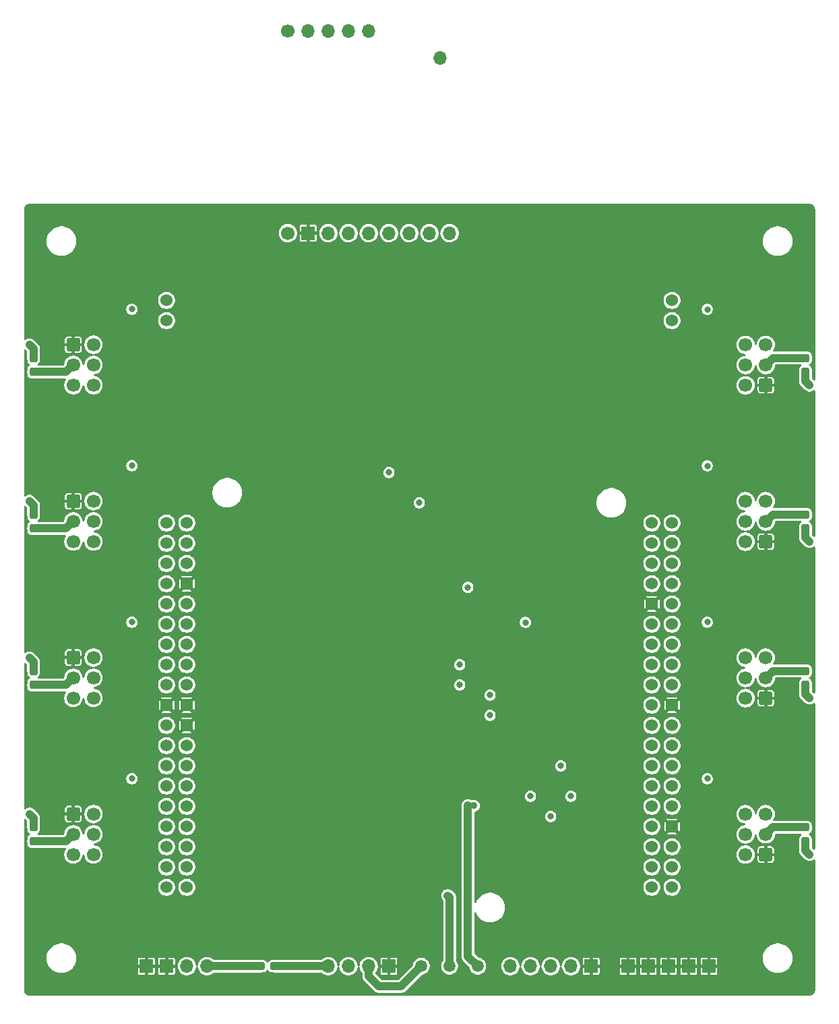
<source format=gtl>
%TF.GenerationSoftware,KiCad,Pcbnew,9.0.3*%
%TF.CreationDate,2025-08-17T09:54:26-06:00*%
%TF.ProjectId,Hub,4875622e-6b69-4636-9164-5f7063625858,A*%
%TF.SameCoordinates,PX2aa5f80PY908ed60*%
%TF.FileFunction,Copper,L1,Top*%
%TF.FilePolarity,Positive*%
%FSLAX46Y46*%
G04 Gerber Fmt 4.6, Leading zero omitted, Abs format (unit mm)*
G04 Created by KiCad (PCBNEW 9.0.3) date 2025-08-17 09:54:26*
%MOMM*%
%LPD*%
G01*
G04 APERTURE LIST*
G04 Aperture macros list*
%AMRoundRect*
0 Rectangle with rounded corners*
0 $1 Rounding radius*
0 $2 $3 $4 $5 $6 $7 $8 $9 X,Y pos of 4 corners*
0 Add a 4 corners polygon primitive as box body*
4,1,4,$2,$3,$4,$5,$6,$7,$8,$9,$2,$3,0*
0 Add four circle primitives for the rounded corners*
1,1,$1+$1,$2,$3*
1,1,$1+$1,$4,$5*
1,1,$1+$1,$6,$7*
1,1,$1+$1,$8,$9*
0 Add four rect primitives between the rounded corners*
20,1,$1+$1,$2,$3,$4,$5,0*
20,1,$1+$1,$4,$5,$6,$7,0*
20,1,$1+$1,$6,$7,$8,$9,0*
20,1,$1+$1,$8,$9,$2,$3,0*%
G04 Aperture macros list end*
%TA.AperFunction,ComponentPad*%
%ADD10RoundRect,0.250000X0.600000X0.600000X-0.600000X0.600000X-0.600000X-0.600000X0.600000X-0.600000X0*%
%TD*%
%TA.AperFunction,ComponentPad*%
%ADD11C,1.700000*%
%TD*%
%TA.AperFunction,SMDPad,CuDef*%
%ADD12RoundRect,0.237500X0.237500X-0.287500X0.237500X0.287500X-0.237500X0.287500X-0.237500X-0.287500X0*%
%TD*%
%TA.AperFunction,SMDPad,CuDef*%
%ADD13RoundRect,0.237500X-0.237500X0.287500X-0.237500X-0.287500X0.237500X-0.287500X0.237500X0.287500X0*%
%TD*%
%TA.AperFunction,SMDPad,CuDef*%
%ADD14C,1.500000*%
%TD*%
%TA.AperFunction,ComponentPad*%
%ADD15R,1.700000X1.700000*%
%TD*%
%TA.AperFunction,ComponentPad*%
%ADD16O,1.700000X1.700000*%
%TD*%
%TA.AperFunction,ComponentPad*%
%ADD17RoundRect,0.250000X-0.600000X-0.600000X0.600000X-0.600000X0.600000X0.600000X-0.600000X0.600000X0*%
%TD*%
%TA.AperFunction,ComponentPad*%
%ADD18C,1.524000*%
%TD*%
%TA.AperFunction,ComponentPad*%
%ADD19R,1.524000X1.524000*%
%TD*%
%TA.AperFunction,SMDPad,CuDef*%
%ADD20RoundRect,0.237500X-0.287500X-0.237500X0.287500X-0.237500X0.287500X0.237500X-0.287500X0.237500X0*%
%TD*%
%TA.AperFunction,ViaPad*%
%ADD21C,0.800000*%
%TD*%
%TA.AperFunction,ViaPad*%
%ADD22C,0.900000*%
%TD*%
%TA.AperFunction,Conductor*%
%ADD23C,1.000000*%
%TD*%
G04 APERTURE END LIST*
D10*
%TO.P,J11,1,Pin_1*%
%TO.N,GND*%
X93500000Y57273333D03*
D11*
%TO.P,J11,2,Pin_2*%
%TO.N,Net-(J11-Pin_2)*%
X90960000Y57273333D03*
%TO.P,J11,3,Pin_3*%
%TO.N,Net-(J11-Pin_3)*%
X93500000Y59813333D03*
%TO.P,J11,4,Pin_4*%
%TO.N,unconnected-(J11-Pin_4-Pad4)*%
X90960000Y59813333D03*
%TO.P,J11,5,Pin_5*%
%TO.N,unconnected-(J11-Pin_5-Pad5)*%
X93500000Y62353333D03*
%TO.P,J11,6,Pin_6*%
%TO.N,unconnected-(J11-Pin_6-Pad6)*%
X90960000Y62353333D03*
%TD*%
D12*
%TO.P,F7,1*%
%TO.N,Net-(Q3-D)*%
X98500000Y58943333D03*
%TO.P,F7,2*%
%TO.N,Net-(J11-Pin_3)*%
X98500000Y60693333D03*
%TD*%
D13*
%TO.P,F3,1*%
%TO.N,Net-(Q3-D)*%
X1500000Y60693333D03*
%TO.P,F3,2*%
%TO.N,Net-(J7-Pin_3)*%
X1500000Y58943333D03*
%TD*%
D10*
%TO.P,J12,1,Pin_1*%
%TO.N,GND*%
X93500000Y37636667D03*
D11*
%TO.P,J12,2,Pin_2*%
%TO.N,Net-(J12-Pin_2)*%
X90960000Y37636667D03*
%TO.P,J12,3,Pin_3*%
%TO.N,Net-(J12-Pin_3)*%
X93500000Y40176667D03*
%TO.P,J12,4,Pin_4*%
%TO.N,unconnected-(J12-Pin_4-Pad4)*%
X90960000Y40176667D03*
%TO.P,J12,5,Pin_5*%
%TO.N,unconnected-(J12-Pin_5-Pad5)*%
X93500000Y42716667D03*
%TO.P,J12,6,Pin_6*%
%TO.N,unconnected-(J12-Pin_6-Pad6)*%
X90960000Y42716667D03*
%TD*%
D14*
%TO.P,TP4,1,1*%
%TO.N,+VBattery_or_7V*%
X57320000Y4000000D03*
%TD*%
D15*
%TO.P,J4,1,Pin_1*%
%TO.N,GND*%
X71560000Y4000000D03*
D16*
%TO.P,J4,2,Pin_2*%
%TO.N,/SPI2_SCK*%
X69020000Y4000000D03*
%TO.P,J4,3,Pin_3*%
%TO.N,/SPI2_MISO*%
X66480000Y4000000D03*
%TO.P,J4,4,Pin_4*%
%TO.N,/SPI2_MOSI*%
X63940000Y4000000D03*
%TO.P,J4,5,Pin_5*%
%TO.N,/GPIO_Extra_SPI_CS*%
X61400000Y4000000D03*
%TD*%
D13*
%TO.P,F2,1*%
%TO.N,Net-(Q3-D)*%
X1500000Y80330000D03*
%TO.P,F2,2*%
%TO.N,Net-(J6-Pin_3)*%
X1500000Y78580000D03*
%TD*%
D17*
%TO.P,J8,1,Pin_1*%
%TO.N,GND*%
X6500000Y42726667D03*
D11*
%TO.P,J8,2,Pin_2*%
%TO.N,Net-(J8-Pin_2)*%
X9040000Y42726667D03*
%TO.P,J8,3,Pin_3*%
%TO.N,Net-(J8-Pin_3)*%
X6500000Y40186667D03*
%TO.P,J8,4,Pin_4*%
%TO.N,unconnected-(J8-Pin_4-Pad4)*%
X9040000Y40186667D03*
%TO.P,J8,5,Pin_5*%
%TO.N,unconnected-(J8-Pin_5-Pad5)*%
X6500000Y37646667D03*
%TO.P,J8,6,Pin_6*%
%TO.N,unconnected-(J8-Pin_6-Pad6)*%
X9040000Y37646667D03*
%TD*%
D14*
%TO.P,TP2,1,1*%
%TO.N,/BuckFB*%
X53780000Y4000000D03*
%TD*%
D13*
%TO.P,F4,1*%
%TO.N,Net-(Q3-D)*%
X1500000Y41056667D03*
%TO.P,F4,2*%
%TO.N,Net-(J8-Pin_3)*%
X1500000Y39306667D03*
%TD*%
D12*
%TO.P,F9,1*%
%TO.N,Net-(Q3-D)*%
X98500000Y19670000D03*
%TO.P,F9,2*%
%TO.N,Net-(J13-Pin_3)*%
X98500000Y21420000D03*
%TD*%
D10*
%TO.P,J10,1,Pin_1*%
%TO.N,GND*%
X93500000Y76910000D03*
D11*
%TO.P,J10,2,Pin_2*%
%TO.N,Net-(J10-Pin_2)*%
X90960000Y76910000D03*
%TO.P,J10,3,Pin_3*%
%TO.N,Net-(J10-Pin_3)*%
X93500000Y79450000D03*
%TO.P,J10,4,Pin_4*%
%TO.N,unconnected-(J10-Pin_4-Pad4)*%
X90960000Y79450000D03*
%TO.P,J10,5,Pin_5*%
%TO.N,unconnected-(J10-Pin_5-Pad5)*%
X93500000Y81990000D03*
%TO.P,J10,6,Pin_6*%
%TO.N,unconnected-(J10-Pin_6-Pad6)*%
X90960000Y81990000D03*
%TD*%
D17*
%TO.P,J6,1,Pin_1*%
%TO.N,GND*%
X6500000Y82000000D03*
D11*
%TO.P,J6,2,Pin_2*%
%TO.N,Net-(J6-Pin_2)*%
X9040000Y82000000D03*
%TO.P,J6,3,Pin_3*%
%TO.N,Net-(J6-Pin_3)*%
X6500000Y79460000D03*
%TO.P,J6,4,Pin_4*%
%TO.N,unconnected-(J6-Pin_4-Pad4)*%
X9040000Y79460000D03*
%TO.P,J6,5,Pin_5*%
%TO.N,unconnected-(J6-Pin_5-Pad5)*%
X6500000Y76920000D03*
%TO.P,J6,6,Pin_6*%
%TO.N,unconnected-(J6-Pin_6-Pad6)*%
X9040000Y76920000D03*
%TD*%
D15*
%TO.P,J5,1,Pin_1*%
%TO.N,GND*%
X86360000Y4000000D03*
%TO.P,J5,2,Pin_2*%
X83820000Y4000000D03*
%TO.P,J5,3,Pin_3*%
X81280000Y4000000D03*
%TO.P,J5,4,Pin_4*%
X78740000Y4000000D03*
%TO.P,J5,5,Pin_5*%
X76200000Y4000000D03*
%TD*%
D14*
%TO.P,TP1,1,1*%
%TO.N,+VBattery*%
X50240000Y4000000D03*
%TD*%
D12*
%TO.P,F6,1*%
%TO.N,Net-(Q3-D)*%
X98500000Y78580000D03*
%TO.P,F6,2*%
%TO.N,Net-(J10-Pin_3)*%
X98500000Y80330000D03*
%TD*%
%TO.P,F8,1*%
%TO.N,Net-(Q3-D)*%
X98500000Y39306667D03*
%TO.P,F8,2*%
%TO.N,Net-(J12-Pin_3)*%
X98500000Y41056667D03*
%TD*%
D15*
%TO.P,J3,1,Pin_1*%
%TO.N,GND*%
X46150000Y4000000D03*
D16*
%TO.P,J3,2,Pin_2*%
%TO.N,+VBattery*%
X43610000Y4000000D03*
%TO.P,J3,3,Pin_3*%
X41070000Y4000000D03*
%TO.P,J3,4,Pin_4*%
%TO.N,Net-(J3-Pin_4)*%
X38530000Y4000000D03*
%TD*%
D18*
%TO.P,U1,CN7_1,PC10/SPI3_SCK/USART3_TX/UART4_TX*%
%TO.N,unconnected-(U1A-PC10{slash}SPI3_SCK{slash}USART3_TX{slash}UART4_TX-PadCN7_1)*%
X18220000Y59610000D03*
%TO.P,U1,CN7_2,PC11/SPI3_MISO/USART3_RX/UART4_RX*%
%TO.N,unconnected-(U1A-PC11{slash}SPI3_MISO{slash}USART3_RX{slash}UART4_RX-PadCN7_2)*%
X20760000Y59610000D03*
%TO.P,U1,CN7_3,PC12/SPI3_MOSI/USART3_CK/UART5_TX*%
%TO.N,unconnected-(U1A-PC12{slash}SPI3_MOSI{slash}USART3_CK{slash}UART5_TX-PadCN7_3)*%
X18220000Y57070000D03*
%TO.P,U1,CN7_4,PD2/USART3_RTS_DE/UART5_RX*%
%TO.N,unconnected-(U1A-PD2{slash}USART3_RTS_DE{slash}UART5_RX-PadCN7_4)*%
X20760000Y57070000D03*
%TO.P,U1,CN7_5,VDD*%
%TO.N,+3.3V*%
X18220000Y54530000D03*
%TO.P,U1,CN7_6,E5V*%
%TO.N,unconnected-(U1A-E5V-PadCN7_6)*%
X20760000Y54530000D03*
%TO.P,U1,CN7_7,BOOT0*%
%TO.N,unconnected-(U1A-BOOT0-PadCN7_7)*%
X18220000Y51990000D03*
D19*
%TO.P,U1,CN7_8,GND_CN7_8*%
%TO.N,GND*%
X20760000Y51990000D03*
D18*
%TO.P,U1,CN7_9,NC_CN7_9*%
%TO.N,unconnected-(U1A-NC_CN7_9-PadCN7_9)*%
X18220000Y49450000D03*
%TO.P,U1,CN7_10,NC_CN7_10*%
%TO.N,unconnected-(U1A-NC_CN7_10-PadCN7_10)*%
X20760000Y49450000D03*
%TO.P,U1,CN7_11,NC_CN7_11*%
%TO.N,unconnected-(U1A-NC_CN7_11-PadCN7_11)*%
X18220000Y46910000D03*
%TO.P,U1,CN7_12,IOREF*%
%TO.N,unconnected-(U1A-IOREF-PadCN7_12)*%
X20760000Y46910000D03*
%TO.P,U1,CN7_13,PA13/JTMS-SWDIO*%
%TO.N,unconnected-(U1A-PA13{slash}JTMS-SWDIO-PadCN7_13)*%
X18220000Y44370000D03*
%TO.P,U1,CN7_14,RESET*%
%TO.N,unconnected-(U1A-RESET-PadCN7_14)*%
X20760000Y44370000D03*
%TO.P,U1,CN7_15,PA14/JTCK-SWCLK*%
%TO.N,unconnected-(U1A-PA14{slash}JTCK-SWCLK-PadCN7_15)*%
X18220000Y41830000D03*
%TO.P,U1,CN7_16,+3V3*%
%TO.N,+3.3V*%
X20760000Y41830000D03*
%TO.P,U1,CN7_17,PA15/JTDI/SPI1_NSS/SPI3_NSS/UART4_RTS_DE*%
%TO.N,/~{GPIO_StrainV_Enable_5VTolerant}*%
X18220000Y39290000D03*
%TO.P,U1,CN7_18,+5V*%
%TO.N,+5V*%
X20760000Y39290000D03*
D19*
%TO.P,U1,CN7_19,GND_CN7_19*%
%TO.N,GND*%
X18220000Y36750000D03*
%TO.P,U1,CN7_20,GND_CN7_20*%
X20760000Y36750000D03*
D18*
%TO.P,U1,CN7_21,PB7/USART1_RX/UART4_CTS/TIM17_CH1N*%
%TO.N,unconnected-(U1A-PB7{slash}USART1_RX{slash}UART4_CTS{slash}TIM17_CH1N-PadCN7_21)*%
X18220000Y34210000D03*
D19*
%TO.P,U1,CN7_22,GND_CN7_22*%
%TO.N,GND*%
X20760000Y34210000D03*
D18*
%TO.P,U1,CN7_23,PC13*%
%TO.N,unconnected-(U1A-PC13-PadCN7_23)*%
X18220000Y31670000D03*
%TO.P,U1,CN7_24,VIN*%
%TO.N,+VBattery_or_7V*%
X20760000Y31670000D03*
%TO.P,U1,CN7_25,PC14/OSC32_IN*%
%TO.N,unconnected-(U1A-PC14{slash}OSC32_IN-PadCN7_25)*%
X18220000Y29130000D03*
%TO.P,U1,CN7_26,NC_CN7_26*%
%TO.N,unconnected-(U1A-NC_CN7_26-PadCN7_26)*%
X20760000Y29130000D03*
%TO.P,U1,CN7_27,PC15/OSC32_OUT*%
%TO.N,unconnected-(U1A-PC15{slash}OSC32_OUT-PadCN7_27)*%
X18220000Y26590000D03*
%TO.P,U1,CN7_28,PA0/ADC12_IN5/USART2_CTS/UART4_TX/TIM2_ETR*%
%TO.N,/AIn_StrainV_1*%
X20760000Y26590000D03*
%TO.P,U1,CN7_29,PH0/OSC_IN*%
%TO.N,unconnected-(U1A-PH0{slash}OSC_IN-PadCN7_29)*%
X18220000Y24050000D03*
%TO.P,U1,CN7_30,PA1/ADC12_IN6/USART2_RTS_DE/UART4_RX/TIM15_CH1N*%
%TO.N,/AIn_StrainV_2*%
X20760000Y24050000D03*
%TO.P,U1,CN7_31,PH1/OSC_OUT*%
%TO.N,unconnected-(U1A-PH1{slash}OSC_OUT-PadCN7_31)*%
X18220000Y21510000D03*
%TO.P,U1,CN7_32,PA4/ADC12_IN9/DAC1_OUT1/SPI1_NSS/SPI3_NSS/USART2_CK/LPTIM2_OUT*%
%TO.N,/AIn_StrainV_3*%
X20760000Y21510000D03*
%TO.P,U1,CN7_33,VBAT*%
%TO.N,unconnected-(U1A-VBAT-PadCN7_33)*%
X18220000Y18970000D03*
%TO.P,U1,CN7_34,PB0/ADC12_IN15/USART3_CK*%
%TO.N,/AIn_StrainV_4*%
X20760000Y18970000D03*
%TO.P,U1,CN7_35,PC2/ADC123_IN3/SPI2_MISO*%
%TO.N,unconnected-(U1A-PC2{slash}ADC123_IN3{slash}SPI2_MISO-PadCN7_35)*%
X18220000Y16430000D03*
%TO.P,U1,CN7_36,PC1/ADC123_IN2/LPUART1_TX*%
%TO.N,/GPIO_BatteryV_Enable*%
X20760000Y16430000D03*
%TO.P,U1,CN7_37,PC3/ADC123_IN4/SPI2_MOSI/LPTIM2_ETR*%
%TO.N,unconnected-(U1A-PC3{slash}ADC123_IN4{slash}SPI2_MOSI{slash}LPTIM2_ETR-PadCN7_37)*%
X18220000Y13890000D03*
%TO.P,U1,CN7_38,PC0/ADC123_IN1/LPUART1_RX/LPTIM2_IN1*%
%TO.N,/AIn_BatteryV*%
X20760000Y13890000D03*
%TO.P,U1,CN10_1,PC9/TIM8_BKIN2_COMP1*%
%TO.N,/GPIO_ANT_Reset*%
X79180000Y59610000D03*
%TO.P,U1,CN10_2,PC8*%
%TO.N,/GPInterruptPC8_ANT_DIO0*%
X81720000Y59610000D03*
%TO.P,U1,CN10_3,PB8/CAN1_RX/TIM16_CH1*%
%TO.N,/GPIO_ANT_SPI_CS*%
X79180000Y57070000D03*
%TO.P,U1,CN10_4,PC6*%
%TO.N,/GPIO_ANT_Enable*%
X81720000Y57070000D03*
%TO.P,U1,CN10_5,PB9/SPI2_NSS/CAN1_TX/TIM17_CH1*%
%TO.N,unconnected-(U1B-PB9{slash}SPI2_NSS{slash}CAN1_TX{slash}TIM17_CH1-PadCN10_5)*%
X79180000Y54530000D03*
%TO.P,U1,CN10_6,PC5/ADC12_IN14/USART3_RX*%
%TO.N,/AIn_StrainV_5*%
X81720000Y54530000D03*
%TO.P,U1,CN10_7,AVDD*%
%TO.N,unconnected-(U1B-AVDD-PadCN10_7)*%
X79180000Y51990000D03*
%TO.P,U1,CN10_8,U5V*%
%TO.N,unconnected-(U1B-U5V-PadCN10_8)*%
X81720000Y51990000D03*
D19*
%TO.P,U1,CN10_9,GND_CN10_9*%
%TO.N,GND*%
X79180000Y49450000D03*
D18*
%TO.P,U1,CN10_10,NC_CN10_10*%
%TO.N,unconnected-(U1B-NC_CN10_10-PadCN10_10)*%
X81720000Y49450000D03*
%TO.P,U1,CN10_11,PA5/ADC12_IN10/DAC1_OUT2/SPI1_SCK/LPTIM2_ETR*%
%TO.N,unconnected-(U1B-PA5{slash}ADC12_IN10{slash}DAC1_OUT2{slash}SPI1_SCK{slash}LPTIM2_ETR-PadCN10_11)*%
X79180000Y46910000D03*
%TO.P,U1,CN10_12,PA12/USART1_RTS_DE/CAN1_TX*%
%TO.N,unconnected-(U1B-PA12{slash}USART1_RTS_DE{slash}CAN1_TX-PadCN10_12)*%
X81720000Y46910000D03*
%TO.P,U1,CN10_13,PA6/ADC12_IN11/SPI1_MISO/USART3_CTS/TIM16_CH1*%
%TO.N,/AIn_StrainV_6*%
X79180000Y44370000D03*
%TO.P,U1,CN10_14,PA11/USART1_CTS/CAN1_RX*%
%TO.N,unconnected-(U1B-PA11{slash}USART1_CTS{slash}CAN1_RX-PadCN10_14)*%
X81720000Y44370000D03*
%TO.P,U1,CN10_15,PA7/ADC12_IN12/SPI1_MOSI/TIM17_CH1*%
%TO.N,unconnected-(U1B-PA7{slash}ADC12_IN12{slash}SPI1_MOSI{slash}TIM17_CH1-PadCN10_15)*%
X79180000Y41830000D03*
%TO.P,U1,CN10_16,PB12/SPI2_NSS/USART3_CK/LPUART1_RTS_DE/TIM15_BKIN*%
%TO.N,unconnected-(U1B-PB12{slash}SPI2_NSS{slash}USART3_CK{slash}LPUART1_RTS_DE{slash}TIM15_BKIN-PadCN10_16)*%
X81720000Y41830000D03*
%TO.P,U1,CN10_17,PB6/USART1_TX/TIM16_CH1N*%
%TO.N,/GPInterruptPB6_MPU*%
X79180000Y39290000D03*
%TO.P,U1,CN10_18,PB11/USART3_RX/LPUART1_TX*%
%TO.N,unconnected-(U1B-PB11{slash}USART3_RX{slash}LPUART1_TX-PadCN10_18)*%
X81720000Y39290000D03*
%TO.P,U1,CN10_19,PC7*%
%TO.N,/~{GPIO_MPU_SPI_CS}*%
X79180000Y36750000D03*
D19*
%TO.P,U1,CN10_20,GND_CN10_20*%
%TO.N,GND*%
X81720000Y36750000D03*
D18*
%TO.P,U1,CN10_21,PA9/USART1_TX/TIM15_BKIN*%
%TO.N,unconnected-(U1B-PA9{slash}USART1_TX{slash}TIM15_BKIN-PadCN10_21)*%
X79180000Y34210000D03*
%TO.P,U1,CN10_22,PB2/RTC_OUT*%
%TO.N,unconnected-(U1B-PB2{slash}RTC_OUT-PadCN10_22)*%
X81720000Y34210000D03*
%TO.P,U1,CN10_23,PA8/MCO/USART1_CK/LPTIM2_OUT*%
%TO.N,unconnected-(U1B-PA8{slash}MCO{slash}USART1_CK{slash}LPTIM2_OUT-PadCN10_23)*%
X79180000Y31670000D03*
%TO.P,U1,CN10_24,PB1/ADC12_IN16/USART3_RTS_DE/LPTIM2_IN1*%
%TO.N,/AIn_StrainV_7*%
X81720000Y31670000D03*
%TO.P,U1,CN10_25,PB10/SPI2_SCK/USART3_TX/LPUART1_RX*%
%TO.N,unconnected-(U1B-PB10{slash}SPI2_SCK{slash}USART3_TX{slash}LPUART1_RX-PadCN10_25)*%
X79180000Y29130000D03*
%TO.P,U1,CN10_26,PB15/RTC_REFIN/SPI2_MOSI/TIM15_CH2*%
%TO.N,/SPI2_MOSI*%
X81720000Y29130000D03*
%TO.P,U1,CN10_27,PB4/NJTRST/SPI1_MISO/SPI3_MISO/USART1_CTS/UART5_RTS_DE/TIM17_BKIN*%
%TO.N,unconnected-(U1B-PB4{slash}NJTRST{slash}SPI1_MISO{slash}SPI3_MISO{slash}USART1_CTS{slash}UART5_RTS_DE{slash}TIM17_BKIN-PadCN10_27)*%
X79180000Y26590000D03*
%TO.P,U1,CN10_28,PB14/SPI2_MISO/USART3_RTS_DE/TIM15_CH1*%
%TO.N,/SPI2_MISO*%
X81720000Y26590000D03*
%TO.P,U1,CN10_29,PB5/SPI1_MOSI/SPI3_MOSI/USART1_CK/UART5_CTS/TIM16_BKIN*%
%TO.N,unconnected-(U1B-PB5{slash}SPI1_MOSI{slash}SPI3_MOSI{slash}USART1_CK{slash}UART5_CTS{slash}TIM16_BKIN-PadCN10_29)*%
X79180000Y24050000D03*
%TO.P,U1,CN10_30,PB13/SPI2_SCK/USART3_CTS/LPUART1_CTS/TIM15_CH1N*%
%TO.N,/SPI2_SCK*%
X81720000Y24050000D03*
%TO.P,U1,CN10_31,PB3/JTDO-TRACESWO/SPI1_SCK/SPI3_SCK/USART1_RTS_DE*%
%TO.N,unconnected-(U1B-PB3{slash}JTDO-TRACESWO{slash}SPI1_SCK{slash}SPI3_SCK{slash}USART1_RTS_DE-PadCN10_31)*%
X79180000Y21510000D03*
D19*
%TO.P,U1,CN10_32,AGND*%
%TO.N,GND*%
X81720000Y21510000D03*
D18*
%TO.P,U1,CN10_33,PA10/USART1_RX/TIM17_BKIN*%
%TO.N,/GPIO_Extra_SPI_CS*%
X79180000Y18970000D03*
%TO.P,U1,CN10_34,PC4/ADC12_IN13/USART3_TX*%
%TO.N,/AIn_StrainV_8*%
X81720000Y18970000D03*
%TO.P,U1,CN10_35,PA2/ADC12_IN7/USART2_TX/TIM15_CH1*%
%TO.N,unconnected-(U1B-PA2{slash}ADC12_IN7{slash}USART2_TX{slash}TIM15_CH1-PadCN10_35)*%
X79180000Y16430000D03*
%TO.P,U1,CN10_36,NC_CN10_36*%
%TO.N,unconnected-(U1B-NC_CN10_36-PadCN10_36)*%
X81720000Y16430000D03*
%TO.P,U1,CN10_37,PA3/ADC12_IN8/USART2_RX/TIM15_CH2*%
%TO.N,unconnected-(U1B-PA3{slash}ADC12_IN8{slash}USART2_RX{slash}TIM15_CH2-PadCN10_37)*%
X79180000Y13890000D03*
%TO.P,U1,CN10_38,NC_CN10_38*%
%TO.N,unconnected-(U1B-NC_CN10_38-PadCN10_38)*%
X81720000Y13890000D03*
%TO.P,U1,CN11_1,GND_CN11_1*%
%TO.N,unconnected-(U1C-GND_CN11_1-PadCN11_1)*%
X81720000Y87550000D03*
%TO.P,U1,CN11_2,GND_CN11_2*%
%TO.N,unconnected-(U1C-GND_CN11_2-PadCN11_2)*%
X81720000Y85010000D03*
%TO.P,U1,CN12_1,GND_CN12_1*%
%TO.N,unconnected-(U1C-GND_CN12_1-PadCN12_1)*%
X18220000Y87550000D03*
%TO.P,U1,CN12_2,GND_CN12_2*%
%TO.N,unconnected-(U1C-GND_CN12_2-PadCN12_2)*%
X18220000Y85010000D03*
%TD*%
D13*
%TO.P,F5,1*%
%TO.N,Net-(Q3-D)*%
X1500000Y21420000D03*
%TO.P,F5,2*%
%TO.N,Net-(J9-Pin_3)*%
X1500000Y19670000D03*
%TD*%
D10*
%TO.P,J13,1,Pin_1*%
%TO.N,GND*%
X93500000Y18000000D03*
D11*
%TO.P,J13,2,Pin_2*%
%TO.N,Net-(J13-Pin_2)*%
X90960000Y18000000D03*
%TO.P,J13,3,Pin_3*%
%TO.N,Net-(J13-Pin_3)*%
X93500000Y20540000D03*
%TO.P,J13,4,Pin_4*%
%TO.N,unconnected-(J13-Pin_4-Pad4)*%
X90960000Y20540000D03*
%TO.P,J13,5,Pin_5*%
%TO.N,unconnected-(J13-Pin_5-Pad5)*%
X93500000Y23080000D03*
%TO.P,J13,6,Pin_6*%
%TO.N,unconnected-(J13-Pin_6-Pad6)*%
X90960000Y23080000D03*
%TD*%
D20*
%TO.P,F1,1*%
%TO.N,Net-(J20-Pin_3)*%
X30040000Y4000000D03*
%TO.P,F1,2*%
%TO.N,Net-(J3-Pin_4)*%
X31790000Y4000000D03*
%TD*%
D11*
%TO.P,U4,1,VIN*%
%TO.N,+3.3V*%
X33460000Y96000000D03*
D15*
%TO.P,U4,2,GND*%
%TO.N,GND*%
X36000000Y96000000D03*
D16*
%TO.P,U4,3,EN*%
%TO.N,/GPIO_ANT_Enable*%
X38540000Y96000000D03*
%TO.P,U4,4,G0_DIO0*%
%TO.N,/GPInterruptPC8_ANT_DIO0*%
X41080000Y96000000D03*
%TO.P,U4,5,SCK*%
%TO.N,/SPI2_SCK*%
X43620000Y96000000D03*
%TO.P,U4,6,MISO*%
%TO.N,/SPI2_MISO*%
X46160000Y96000000D03*
%TO.P,U4,7,MOSI*%
%TO.N,/SPI2_MOSI*%
X48700000Y96000000D03*
%TO.P,U4,8,CS*%
%TO.N,/GPIO_ANT_SPI_CS*%
X51240000Y96000000D03*
%TO.P,U4,9,RST*%
%TO.N,/GPIO_ANT_Reset*%
X53780000Y96000000D03*
D11*
%TO.P,U4,10,G1_DIO1*%
%TO.N,unconnected-(U4-G1_DIO1-Pad10)*%
X33460000Y121400000D03*
D16*
%TO.P,U4,11,G2_DIO2*%
%TO.N,unconnected-(U4-G2_DIO2-Pad11)*%
X36000000Y121400000D03*
%TO.P,U4,12,G3_DIO3*%
%TO.N,unconnected-(U4-G3_DIO3-Pad12)*%
X38540000Y121400000D03*
%TO.P,U4,13,G4_DIO4*%
%TO.N,unconnected-(U4-G4_DIO4-Pad13)*%
X41080000Y121400000D03*
%TO.P,U4,14,G5_DIO5*%
%TO.N,unconnected-(U4-G5_DIO5-Pad14)*%
X43620000Y121400000D03*
%TO.P,U4,15,ANT*%
%TO.N,unconnected-(U4-ANT-Pad15)*%
X52560800Y117945600D03*
%TD*%
D17*
%TO.P,J7,1,Pin_1*%
%TO.N,GND*%
X6500000Y62363333D03*
D11*
%TO.P,J7,2,Pin_2*%
%TO.N,Net-(J7-Pin_2)*%
X9040000Y62363333D03*
%TO.P,J7,3,Pin_3*%
%TO.N,Net-(J7-Pin_3)*%
X6500000Y59823333D03*
%TO.P,J7,4,Pin_4*%
%TO.N,unconnected-(J7-Pin_4-Pad4)*%
X9040000Y59823333D03*
%TO.P,J7,5,Pin_5*%
%TO.N,unconnected-(J7-Pin_5-Pad5)*%
X6500000Y57283333D03*
%TO.P,J7,6,Pin_6*%
%TO.N,unconnected-(J7-Pin_6-Pad6)*%
X9040000Y57283333D03*
%TD*%
D15*
%TO.P,J20,1,Pin_1*%
%TO.N,GND*%
X15680000Y4000000D03*
%TO.P,J20,2,Pin_2*%
X18220000Y4000000D03*
D16*
%TO.P,J20,3,Pin_3*%
%TO.N,Net-(J20-Pin_3)*%
X20760000Y4000000D03*
%TO.P,J20,4,Pin_4*%
X23300000Y4000000D03*
%TD*%
D17*
%TO.P,J9,1,Pin_1*%
%TO.N,GND*%
X6500000Y23090000D03*
D11*
%TO.P,J9,2,Pin_2*%
%TO.N,Net-(J9-Pin_2)*%
X9040000Y23090000D03*
%TO.P,J9,3,Pin_3*%
%TO.N,Net-(J9-Pin_3)*%
X6500000Y20550000D03*
%TO.P,J9,4,Pin_4*%
%TO.N,unconnected-(J9-Pin_4-Pad4)*%
X9040000Y20550000D03*
%TO.P,J9,5,Pin_5*%
%TO.N,unconnected-(J9-Pin_5-Pad5)*%
X6500000Y18010000D03*
%TO.P,J9,6,Pin_6*%
%TO.N,unconnected-(J9-Pin_6-Pad6)*%
X9040000Y18010000D03*
%TD*%
D21*
%TO.N,+3.3V*%
X86150000Y66798333D03*
X13850000Y27535000D03*
X56066000Y51550000D03*
X13850000Y86445000D03*
X86150000Y86435000D03*
X63305000Y47154500D03*
X86150000Y47161667D03*
X13850000Y47171667D03*
X86150000Y27525000D03*
X13850000Y66808333D03*
%TO.N,Net-(Q3-D)*%
X1000000Y23090000D03*
X99000000Y76910000D03*
X99000000Y57273333D03*
X99000000Y37636667D03*
X1000000Y82000000D03*
X1000000Y62363333D03*
X99000000Y18000000D03*
X1000000Y42678333D03*
%TO.N,GND*%
X86150000Y72465000D03*
X58860000Y39290000D03*
X26375000Y18970000D03*
X27745000Y13890000D03*
X60405500Y51620000D03*
X32190000Y89650000D03*
X19810000Y81492500D03*
X26375000Y21510000D03*
X26375000Y24050000D03*
X52510000Y89650000D03*
X73565000Y54530000D03*
X44890000Y89650000D03*
X55050000Y89650000D03*
X47430000Y89650000D03*
X86150000Y33191667D03*
X49096467Y16027500D03*
X37270000Y89650000D03*
X39810000Y89650000D03*
X49970000Y89650000D03*
X49970000Y63420000D03*
X50366467Y16027500D03*
X26375000Y26590000D03*
X13850000Y13565000D03*
X57590000Y35480000D03*
X47430000Y65960000D03*
X67750000Y22780000D03*
X66480000Y29130000D03*
X73565000Y31670000D03*
X65210000Y10350000D03*
X27745000Y11350000D03*
X13850000Y52838333D03*
X54341000Y51550000D03*
X13850000Y33201667D03*
X73565000Y44370000D03*
X46116467Y13525000D03*
X67750000Y10350000D03*
X42350000Y89650000D03*
X63305000Y45079500D03*
X56167600Y41830000D03*
X63940000Y26590000D03*
X69020000Y24050000D03*
X34730000Y89650000D03*
X86150000Y52828333D03*
X73565000Y18970000D03*
X38540000Y17065000D03*
X55050000Y38020000D03*
X54176467Y18567500D03*
X62670000Y10350000D03*
X13850000Y72475000D03*
X52906467Y18567500D03*
X70290000Y10350000D03*
X86150000Y13555000D03*
D22*
%TO.N,+VBattery_or_7V*%
X56828000Y24130000D03*
D21*
%TO.N,/SPI2_MISO*%
X49970000Y62150000D03*
X66480000Y22780000D03*
X69020000Y25320000D03*
X55050000Y39290000D03*
X58860000Y35480000D03*
X46160000Y65960000D03*
%TO.N,/SPI2_MOSI*%
X63940000Y25320000D03*
X58860000Y38020000D03*
X55050000Y41830000D03*
X67750000Y29130000D03*
D22*
%TO.N,/BuckFB*%
X53541467Y12852500D03*
%TD*%
D23*
%TO.N,Net-(Q3-D)*%
X98500000Y58943333D02*
X98500000Y57773333D01*
X98500000Y78580000D02*
X98500000Y77410000D01*
X1500000Y42178333D02*
X1500000Y41056667D01*
X98500000Y18500000D02*
X99000000Y18000000D01*
X98500000Y39306667D02*
X98500000Y38136667D01*
X1500000Y81500000D02*
X1000000Y82000000D01*
X1500000Y80330000D02*
X1500000Y81500000D01*
X1500000Y22590000D02*
X1500000Y21420000D01*
X1500000Y60693333D02*
X1500000Y61863333D01*
X98500000Y19670000D02*
X98500000Y18500000D01*
X98500000Y38136667D02*
X99000000Y37636667D01*
X1000000Y42678333D02*
X1500000Y42178333D01*
X1000000Y23090000D02*
X1500000Y22590000D01*
X98500000Y77410000D02*
X99000000Y76910000D01*
X1500000Y61863333D02*
X1000000Y62363333D01*
X98500000Y57773333D02*
X99000000Y57273333D01*
%TO.N,+VBattery_or_7V*%
X56081467Y5238533D02*
X56081467Y24130000D01*
X57320000Y4000000D02*
X56081467Y5238533D01*
%TO.N,Net-(J13-Pin_3)*%
X94380000Y21420000D02*
X98500000Y21420000D01*
X93500000Y20540000D02*
X94380000Y21420000D01*
%TO.N,Net-(J11-Pin_3)*%
X93500000Y59813333D02*
X94380000Y60693333D01*
X94380000Y60693333D02*
X98500000Y60693333D01*
%TO.N,Net-(J12-Pin_3)*%
X93500000Y40176667D02*
X94380000Y41056667D01*
X94380000Y41056667D02*
X98500000Y41056667D01*
%TO.N,+VBattery*%
X43610000Y4000000D02*
X43610000Y2730000D01*
X47700000Y1460000D02*
X50240000Y4000000D01*
X44880000Y1460000D02*
X47700000Y1460000D01*
X43610000Y2730000D02*
X44880000Y1460000D01*
%TO.N,/BuckFB*%
X53780000Y12613967D02*
X53541467Y12852500D01*
X53780000Y4000000D02*
X53780000Y12613967D01*
%TO.N,Net-(J6-Pin_3)*%
X5620000Y78580000D02*
X6500000Y79460000D01*
X1500000Y78580000D02*
X5620000Y78580000D01*
%TO.N,Net-(J7-Pin_3)*%
X1500000Y58943333D02*
X5620000Y58943333D01*
X5620000Y58943333D02*
X6500000Y59823333D01*
%TO.N,Net-(J8-Pin_3)*%
X5620000Y39306667D02*
X6500000Y40186667D01*
X1500000Y39306667D02*
X5620000Y39306667D01*
%TO.N,Net-(J9-Pin_3)*%
X5620000Y19670000D02*
X6500000Y20550000D01*
X1500000Y19670000D02*
X5620000Y19670000D01*
%TO.N,Net-(J10-Pin_3)*%
X93500000Y79450000D02*
X94380000Y80330000D01*
X94380000Y80330000D02*
X98500000Y80330000D01*
%TO.N,Net-(J3-Pin_4)*%
X31790000Y4000000D02*
X38530000Y4000000D01*
%TO.N,Net-(J20-Pin_3)*%
X30040000Y4000000D02*
X23300000Y4000000D01*
%TD*%
%TA.AperFunction,Conductor*%
%TO.N,GND*%
G36*
X99006061Y99698903D02*
G01*
X99124317Y99687256D01*
X99148145Y99682517D01*
X99256005Y99649798D01*
X99278453Y99640499D01*
X99377849Y99587371D01*
X99398059Y99573867D01*
X99485179Y99502370D01*
X99502369Y99485180D01*
X99573866Y99398060D01*
X99587370Y99377850D01*
X99640495Y99278462D01*
X99649798Y99256003D01*
X99682514Y99148152D01*
X99687256Y99124312D01*
X99698903Y99006063D01*
X99699500Y98993908D01*
X99699500Y77641941D01*
X99693261Y77620696D01*
X99691682Y77598607D01*
X99683609Y77587824D01*
X99679815Y77574902D01*
X99663081Y77560403D01*
X99649810Y77542674D01*
X99637189Y77537967D01*
X99627011Y77529147D01*
X99605093Y77525996D01*
X99584346Y77518257D01*
X99571185Y77521120D01*
X99557853Y77519203D01*
X99537709Y77528403D01*
X99516073Y77533109D01*
X99498347Y77546378D01*
X99494297Y77548228D01*
X99487819Y77554260D01*
X99336819Y77705260D01*
X99303334Y77766583D01*
X99300500Y77792941D01*
X99300500Y78658845D01*
X99277883Y78772545D01*
X99275500Y78796737D01*
X99275500Y78909619D01*
X99265117Y78996075D01*
X99265117Y78996076D01*
X99265117Y78996077D01*
X99210862Y79133658D01*
X99175272Y79180591D01*
X99121500Y79251501D01*
X99003660Y79340861D01*
X98996266Y79345018D01*
X98997353Y79346953D01*
X98951601Y79382547D01*
X98928405Y79448454D01*
X98944523Y79516439D01*
X98994838Y79564918D01*
X99001833Y79568113D01*
X99003652Y79569136D01*
X99003658Y79569138D01*
X99121500Y79658500D01*
X99210862Y79776342D01*
X99265117Y79913923D01*
X99275500Y80000382D01*
X99275500Y80113265D01*
X99277883Y80137457D01*
X99300500Y80251156D01*
X99300500Y80408845D01*
X99277883Y80522545D01*
X99275500Y80546737D01*
X99275500Y80659619D01*
X99265117Y80746075D01*
X99265117Y80746076D01*
X99260955Y80756630D01*
X99210862Y80883658D01*
X99180430Y80923789D01*
X99121500Y81001501D01*
X99003660Y81090861D01*
X99003658Y81090862D01*
X98866077Y81145117D01*
X98866076Y81145118D01*
X98866074Y81145118D01*
X98779619Y81155500D01*
X98779618Y81155500D01*
X98220382Y81155500D01*
X98220381Y81155500D01*
X98133925Y81145118D01*
X98133920Y81145117D01*
X98118782Y81139146D01*
X98073291Y81130500D01*
X94540998Y81130500D01*
X94473959Y81150185D01*
X94428204Y81202989D01*
X94418260Y81272147D01*
X94440680Y81327385D01*
X94473119Y81372035D01*
X94483996Y81387006D01*
X94566211Y81548361D01*
X94622171Y81720591D01*
X94636765Y81812741D01*
X94650500Y81899449D01*
X94650500Y82080552D01*
X94631580Y82200000D01*
X94622171Y82259409D01*
X94566211Y82431639D01*
X94566211Y82431640D01*
X94531379Y82500000D01*
X94483996Y82592994D01*
X94439530Y82654197D01*
X94377558Y82739495D01*
X94377554Y82739500D01*
X94249499Y82867555D01*
X94249494Y82867559D01*
X94102997Y82973994D01*
X94102996Y82973995D01*
X94102994Y82973996D01*
X94047352Y83002347D01*
X93941639Y83056212D01*
X93941636Y83056213D01*
X93769410Y83112171D01*
X93590551Y83140500D01*
X93590546Y83140500D01*
X93409454Y83140500D01*
X93409449Y83140500D01*
X93230589Y83112171D01*
X93058363Y83056213D01*
X93058360Y83056212D01*
X92897002Y82973994D01*
X92750505Y82867559D01*
X92750500Y82867555D01*
X92622445Y82739500D01*
X92622441Y82739495D01*
X92516006Y82592998D01*
X92433788Y82431640D01*
X92433787Y82431637D01*
X92377829Y82259411D01*
X92352473Y82099322D01*
X92322544Y82036187D01*
X92263232Y81999256D01*
X92193369Y82000254D01*
X92135137Y82038864D01*
X92107527Y82099322D01*
X92091580Y82200000D01*
X92082171Y82259409D01*
X92026211Y82431639D01*
X92026211Y82431640D01*
X91991379Y82500000D01*
X91943996Y82592994D01*
X91899530Y82654197D01*
X91837558Y82739495D01*
X91837554Y82739500D01*
X91709499Y82867555D01*
X91709494Y82867559D01*
X91562997Y82973994D01*
X91562996Y82973995D01*
X91562994Y82973996D01*
X91507352Y83002347D01*
X91401639Y83056212D01*
X91401636Y83056213D01*
X91229410Y83112171D01*
X91050551Y83140500D01*
X91050546Y83140500D01*
X90869454Y83140500D01*
X90869449Y83140500D01*
X90690589Y83112171D01*
X90518363Y83056213D01*
X90518360Y83056212D01*
X90357002Y82973994D01*
X90210505Y82867559D01*
X90210500Y82867555D01*
X90082445Y82739500D01*
X90082441Y82739495D01*
X89976006Y82592998D01*
X89893788Y82431640D01*
X89893787Y82431637D01*
X89837829Y82259411D01*
X89809500Y82080552D01*
X89809500Y81899449D01*
X89837829Y81720590D01*
X89893787Y81548364D01*
X89893788Y81548361D01*
X89949664Y81438700D01*
X89975048Y81388882D01*
X89976006Y81387003D01*
X90082441Y81240506D01*
X90082445Y81240501D01*
X90210500Y81112446D01*
X90210505Y81112442D01*
X90257625Y81078208D01*
X90357006Y81006004D01*
X90461322Y80952852D01*
X90518360Y80923789D01*
X90518363Y80923788D01*
X90604476Y80895809D01*
X90690591Y80867829D01*
X90763639Y80856260D01*
X90850678Y80842473D01*
X90913813Y80812544D01*
X90950744Y80753232D01*
X90949746Y80683369D01*
X90911136Y80625137D01*
X90850678Y80597527D01*
X90690589Y80572171D01*
X90518363Y80516213D01*
X90518360Y80516212D01*
X90357002Y80433994D01*
X90210505Y80327559D01*
X90210500Y80327555D01*
X90082445Y80199500D01*
X90082441Y80199495D01*
X89976006Y80052998D01*
X89893788Y79891640D01*
X89893787Y79891637D01*
X89837829Y79719411D01*
X89809500Y79540552D01*
X89809500Y79359449D01*
X89837829Y79180590D01*
X89893787Y79008364D01*
X89893788Y79008361D01*
X89944101Y78909619D01*
X89970910Y78857003D01*
X89976006Y78847003D01*
X90082441Y78700506D01*
X90082445Y78700501D01*
X90210500Y78572446D01*
X90210505Y78572442D01*
X90308620Y78501158D01*
X90357006Y78466004D01*
X90462484Y78412260D01*
X90518360Y78383789D01*
X90518363Y78383788D01*
X90581528Y78363265D01*
X90690591Y78327829D01*
X90763639Y78316260D01*
X90850678Y78302473D01*
X90913813Y78272544D01*
X90950744Y78213232D01*
X90949746Y78143369D01*
X90911136Y78085137D01*
X90850678Y78057527D01*
X90690589Y78032171D01*
X90518363Y77976213D01*
X90518360Y77976212D01*
X90357002Y77893994D01*
X90210505Y77787559D01*
X90210500Y77787555D01*
X90082445Y77659500D01*
X90082441Y77659495D01*
X89976006Y77512998D01*
X89893788Y77351640D01*
X89893787Y77351637D01*
X89837829Y77179411D01*
X89809500Y77000552D01*
X89809500Y76819449D01*
X89837829Y76640590D01*
X89893787Y76468364D01*
X89893788Y76468361D01*
X89928768Y76399711D01*
X89970910Y76317003D01*
X89976006Y76307003D01*
X90082441Y76160506D01*
X90082445Y76160501D01*
X90210500Y76032446D01*
X90210505Y76032442D01*
X90271389Y75988208D01*
X90357006Y75926004D01*
X90462484Y75872260D01*
X90518360Y75843789D01*
X90518363Y75843788D01*
X90604476Y75815809D01*
X90690591Y75787829D01*
X90773429Y75774709D01*
X90869449Y75759500D01*
X90869454Y75759500D01*
X91050551Y75759500D01*
X91137259Y75773235D01*
X91229409Y75787829D01*
X91401639Y75843789D01*
X91562994Y75926004D01*
X91709501Y76032447D01*
X91837553Y76160499D01*
X91943996Y76307006D01*
X92026211Y76468361D01*
X92082171Y76640591D01*
X92096072Y76728364D01*
X92104372Y76780760D01*
X92104372Y76780761D01*
X92110500Y76819450D01*
X92110500Y77000552D01*
X92093164Y77110000D01*
X92082171Y77179409D01*
X92026211Y77351639D01*
X92026211Y77351640D01*
X91945110Y77510807D01*
X91945109Y77510810D01*
X91943995Y77512997D01*
X91906789Y77564207D01*
X92450000Y77564207D01*
X92450000Y77110000D01*
X93038120Y77110000D01*
X93034075Y77102993D01*
X93000000Y76975826D01*
X93000000Y76844174D01*
X93034075Y76717007D01*
X93038120Y76710000D01*
X92450001Y76710000D01*
X92450001Y76255804D01*
X92452851Y76225394D01*
X92497653Y76097355D01*
X92578207Y75988208D01*
X92687354Y75907654D01*
X92815397Y75862851D01*
X92845792Y75860001D01*
X93299999Y75860001D01*
X93300000Y75860002D01*
X93300000Y76448121D01*
X93307007Y76444075D01*
X93434174Y76410000D01*
X93565826Y76410000D01*
X93692993Y76444075D01*
X93700000Y76448121D01*
X93700000Y75860001D01*
X94154196Y75860001D01*
X94184606Y75862852D01*
X94312645Y75907654D01*
X94421792Y75988208D01*
X94502346Y76097355D01*
X94547149Y76225396D01*
X94547149Y76225400D01*
X94550000Y76255794D01*
X94550000Y76710000D01*
X93961880Y76710000D01*
X93965925Y76717007D01*
X94000000Y76844174D01*
X94000000Y76975826D01*
X93965925Y77102993D01*
X93961880Y77110000D01*
X94549999Y77110000D01*
X94549999Y77564197D01*
X94547148Y77594607D01*
X94502346Y77722646D01*
X94421792Y77831793D01*
X94312645Y77912347D01*
X94184602Y77957150D01*
X94154207Y77960000D01*
X93700000Y77960000D01*
X93700000Y77371880D01*
X93692993Y77375925D01*
X93565826Y77410000D01*
X93434174Y77410000D01*
X93307007Y77375925D01*
X93300000Y77371880D01*
X93300000Y77960000D01*
X92845803Y77960000D01*
X92815393Y77957149D01*
X92687354Y77912347D01*
X92578207Y77831793D01*
X92497653Y77722646D01*
X92452850Y77594605D01*
X92452850Y77594601D01*
X92450000Y77564207D01*
X91906789Y77564207D01*
X91837558Y77659495D01*
X91837554Y77659500D01*
X91709499Y77787555D01*
X91709494Y77787559D01*
X91562997Y77893994D01*
X91562996Y77893995D01*
X91562994Y77893996D01*
X91511300Y77920336D01*
X91401639Y77976212D01*
X91401636Y77976213D01*
X91229410Y78032171D01*
X91069321Y78057527D01*
X91006186Y78087456D01*
X90969255Y78146768D01*
X90970253Y78216630D01*
X91008863Y78274863D01*
X91069321Y78302473D01*
X91139425Y78313578D01*
X91229409Y78327829D01*
X91401639Y78383789D01*
X91562994Y78466004D01*
X91709501Y78572447D01*
X91837553Y78700499D01*
X91943996Y78847006D01*
X92026211Y79008361D01*
X92082171Y79180591D01*
X92104932Y79324297D01*
X92107527Y79340679D01*
X92137456Y79403814D01*
X92196768Y79440745D01*
X92266630Y79439747D01*
X92324863Y79401137D01*
X92352473Y79340679D01*
X92377829Y79180590D01*
X92433787Y79008364D01*
X92433788Y79008361D01*
X92484101Y78909619D01*
X92510910Y78857003D01*
X92516006Y78847003D01*
X92622441Y78700506D01*
X92622445Y78700501D01*
X92750500Y78572446D01*
X92750505Y78572442D01*
X92848620Y78501158D01*
X92897006Y78466004D01*
X93002484Y78412260D01*
X93058360Y78383789D01*
X93058363Y78383788D01*
X93121528Y78363265D01*
X93230591Y78327829D01*
X93313429Y78314709D01*
X93409449Y78299500D01*
X93409454Y78299500D01*
X93590551Y78299500D01*
X93677259Y78313235D01*
X93769409Y78327829D01*
X93941639Y78383789D01*
X94102994Y78466004D01*
X94249501Y78572447D01*
X94377553Y78700499D01*
X94483996Y78847006D01*
X94566211Y79008361D01*
X94622171Y79180591D01*
X94644932Y79324297D01*
X94650500Y79359449D01*
X94650500Y79405500D01*
X94670185Y79472539D01*
X94722989Y79518294D01*
X94774500Y79529500D01*
X97876362Y79529500D01*
X97943401Y79509815D01*
X97989156Y79457011D01*
X97999100Y79387853D01*
X97970075Y79324297D01*
X97951287Y79306696D01*
X97878499Y79251501D01*
X97789139Y79133661D01*
X97734882Y78996076D01*
X97734882Y78996075D01*
X97724500Y78909619D01*
X97724500Y78796737D01*
X97722117Y78772545D01*
X97699500Y78658845D01*
X97699500Y77331154D01*
X97730261Y77176511D01*
X97730264Y77176499D01*
X97790602Y77030828D01*
X97790609Y77030815D01*
X97878210Y76899712D01*
X97878213Y76899708D01*
X98489707Y76288214D01*
X98489711Y76288211D01*
X98620814Y76200610D01*
X98620818Y76200608D01*
X98620821Y76200606D01*
X98766503Y76140262D01*
X98921153Y76109501D01*
X98921157Y76109500D01*
X98921158Y76109500D01*
X99078844Y76109500D01*
X99078845Y76109501D01*
X99233497Y76140262D01*
X99379179Y76200606D01*
X99506609Y76285752D01*
X99573286Y76306630D01*
X99640666Y76288146D01*
X99687357Y76236167D01*
X99699500Y76182650D01*
X99699500Y58005274D01*
X99693261Y57984029D01*
X99691682Y57961940D01*
X99683609Y57951157D01*
X99679815Y57938235D01*
X99663081Y57923736D01*
X99649810Y57906007D01*
X99637189Y57901300D01*
X99627011Y57892480D01*
X99605093Y57889329D01*
X99584346Y57881590D01*
X99571185Y57884453D01*
X99557853Y57882536D01*
X99537709Y57891736D01*
X99516073Y57896442D01*
X99498347Y57909711D01*
X99494297Y57911561D01*
X99487819Y57917593D01*
X99336819Y58068593D01*
X99303334Y58129916D01*
X99300500Y58156274D01*
X99300500Y59022178D01*
X99277883Y59135878D01*
X99275500Y59160070D01*
X99275500Y59272952D01*
X99265117Y59359408D01*
X99265117Y59359409D01*
X99265117Y59359410D01*
X99210862Y59496991D01*
X99175272Y59543924D01*
X99121500Y59614834D01*
X99003660Y59704194D01*
X98996266Y59708351D01*
X98997353Y59710286D01*
X98951601Y59745880D01*
X98928405Y59811787D01*
X98944523Y59879772D01*
X98994838Y59928251D01*
X99001833Y59931446D01*
X99003652Y59932469D01*
X99003658Y59932471D01*
X99121500Y60021833D01*
X99210862Y60139675D01*
X99265117Y60277256D01*
X99275500Y60363715D01*
X99275500Y60476598D01*
X99277883Y60500790D01*
X99300500Y60614489D01*
X99300500Y60772178D01*
X99277883Y60885878D01*
X99275500Y60910070D01*
X99275500Y61022952D01*
X99265117Y61109408D01*
X99265117Y61109409D01*
X99260955Y61119963D01*
X99210862Y61246991D01*
X99180430Y61287122D01*
X99121500Y61364834D01*
X99003660Y61454194D01*
X99003658Y61454195D01*
X98866077Y61508450D01*
X98866076Y61508451D01*
X98866074Y61508451D01*
X98779619Y61518833D01*
X98779618Y61518833D01*
X98220382Y61518833D01*
X98220381Y61518833D01*
X98133925Y61508451D01*
X98133920Y61508450D01*
X98118782Y61502479D01*
X98073291Y61493833D01*
X94540998Y61493833D01*
X94473959Y61513518D01*
X94428204Y61566322D01*
X94418260Y61635480D01*
X94440680Y61690718D01*
X94473119Y61735368D01*
X94483996Y61750339D01*
X94566211Y61911694D01*
X94622171Y62083924D01*
X94639075Y62190650D01*
X94650500Y62262782D01*
X94650500Y62443885D01*
X94631580Y62563333D01*
X94622171Y62622742D01*
X94581044Y62749321D01*
X94566212Y62794970D01*
X94566211Y62794973D01*
X94531379Y62863333D01*
X94483996Y62956327D01*
X94439530Y63017530D01*
X94377558Y63102828D01*
X94377554Y63102833D01*
X94249499Y63230888D01*
X94249494Y63230892D01*
X94102997Y63337327D01*
X94102996Y63337328D01*
X94102994Y63337329D01*
X94047352Y63365680D01*
X93941639Y63419545D01*
X93941636Y63419546D01*
X93769410Y63475504D01*
X93590551Y63503833D01*
X93590546Y63503833D01*
X93409454Y63503833D01*
X93409449Y63503833D01*
X93230589Y63475504D01*
X93058363Y63419546D01*
X93058360Y63419545D01*
X92897002Y63337327D01*
X92750505Y63230892D01*
X92750500Y63230888D01*
X92622445Y63102833D01*
X92622441Y63102828D01*
X92516006Y62956331D01*
X92433788Y62794973D01*
X92433787Y62794970D01*
X92377829Y62622744D01*
X92352473Y62462655D01*
X92322544Y62399520D01*
X92263232Y62362589D01*
X92193369Y62363587D01*
X92135137Y62402197D01*
X92107527Y62462655D01*
X92091580Y62563333D01*
X92082171Y62622742D01*
X92041044Y62749321D01*
X92026212Y62794970D01*
X92026211Y62794973D01*
X91991379Y62863333D01*
X91943996Y62956327D01*
X91899530Y63017530D01*
X91837558Y63102828D01*
X91837554Y63102833D01*
X91709499Y63230888D01*
X91709494Y63230892D01*
X91562997Y63337327D01*
X91562996Y63337328D01*
X91562994Y63337329D01*
X91507352Y63365680D01*
X91401639Y63419545D01*
X91401636Y63419546D01*
X91229410Y63475504D01*
X91050551Y63503833D01*
X91050546Y63503833D01*
X90869454Y63503833D01*
X90869449Y63503833D01*
X90690589Y63475504D01*
X90518363Y63419546D01*
X90518360Y63419545D01*
X90357002Y63337327D01*
X90210505Y63230892D01*
X90210500Y63230888D01*
X90082445Y63102833D01*
X90082441Y63102828D01*
X89976006Y62956331D01*
X89893788Y62794973D01*
X89893787Y62794970D01*
X89837829Y62622744D01*
X89809500Y62443885D01*
X89809500Y62262782D01*
X89837829Y62083923D01*
X89893787Y61911697D01*
X89893788Y61911694D01*
X89949664Y61802033D01*
X89975048Y61752215D01*
X89976006Y61750336D01*
X90082441Y61603839D01*
X90082445Y61603834D01*
X90210500Y61475779D01*
X90210505Y61475775D01*
X90257625Y61441541D01*
X90357006Y61369337D01*
X90443323Y61325356D01*
X90518360Y61287122D01*
X90518363Y61287121D01*
X90604476Y61259142D01*
X90690591Y61231162D01*
X90763639Y61219593D01*
X90850678Y61205806D01*
X90913813Y61175877D01*
X90950744Y61116565D01*
X90949746Y61046702D01*
X90911136Y60988470D01*
X90850678Y60960860D01*
X90690589Y60935504D01*
X90518363Y60879546D01*
X90518360Y60879545D01*
X90357002Y60797327D01*
X90210505Y60690892D01*
X90210500Y60690888D01*
X90082445Y60562833D01*
X90082441Y60562828D01*
X89976006Y60416331D01*
X89893788Y60254973D01*
X89893787Y60254970D01*
X89837829Y60082744D01*
X89809500Y59903885D01*
X89809500Y59722782D01*
X89837829Y59543923D01*
X89893787Y59371697D01*
X89893788Y59371694D01*
X89930274Y59300088D01*
X89970910Y59220336D01*
X89976006Y59210336D01*
X90082441Y59063839D01*
X90082445Y59063834D01*
X90210500Y58935779D01*
X90210505Y58935775D01*
X90308620Y58864491D01*
X90357006Y58829337D01*
X90444603Y58784704D01*
X90518360Y58747122D01*
X90518363Y58747121D01*
X90581528Y58726598D01*
X90690591Y58691162D01*
X90763639Y58679593D01*
X90850678Y58665806D01*
X90913813Y58635877D01*
X90950744Y58576565D01*
X90949746Y58506702D01*
X90911136Y58448470D01*
X90850678Y58420860D01*
X90690589Y58395504D01*
X90518363Y58339546D01*
X90518360Y58339545D01*
X90357002Y58257327D01*
X90210505Y58150892D01*
X90210500Y58150888D01*
X90082445Y58022833D01*
X90082441Y58022828D01*
X89976006Y57876331D01*
X89893788Y57714973D01*
X89893787Y57714970D01*
X89837829Y57542744D01*
X89809500Y57363885D01*
X89809500Y57182782D01*
X89837829Y57003923D01*
X89893787Y56831697D01*
X89893788Y56831694D01*
X89928768Y56763044D01*
X89970910Y56680336D01*
X89976006Y56670336D01*
X90082441Y56523839D01*
X90082445Y56523834D01*
X90210500Y56395779D01*
X90210505Y56395775D01*
X90271389Y56351541D01*
X90357006Y56289337D01*
X90444603Y56244704D01*
X90518360Y56207122D01*
X90518363Y56207121D01*
X90604476Y56179142D01*
X90690591Y56151162D01*
X90773429Y56138042D01*
X90869449Y56122833D01*
X90869454Y56122833D01*
X91050551Y56122833D01*
X91137259Y56136568D01*
X91229409Y56151162D01*
X91401639Y56207122D01*
X91562994Y56289337D01*
X91709501Y56395780D01*
X91837553Y56523832D01*
X91943996Y56670339D01*
X92026211Y56831694D01*
X92082171Y57003924D01*
X92096072Y57091697D01*
X92104372Y57144093D01*
X92104372Y57144094D01*
X92110500Y57182783D01*
X92110500Y57363885D01*
X92093164Y57473333D01*
X92082171Y57542742D01*
X92026211Y57714972D01*
X92026211Y57714973D01*
X91945110Y57874140D01*
X91945109Y57874143D01*
X91943995Y57876330D01*
X91906789Y57927540D01*
X92450000Y57927540D01*
X92450000Y57473333D01*
X93038120Y57473333D01*
X93034075Y57466326D01*
X93000000Y57339159D01*
X93000000Y57207507D01*
X93034075Y57080340D01*
X93038120Y57073333D01*
X92450001Y57073333D01*
X92450001Y56619137D01*
X92452851Y56588727D01*
X92497653Y56460688D01*
X92578207Y56351541D01*
X92687354Y56270987D01*
X92815397Y56226184D01*
X92845792Y56223334D01*
X93299999Y56223334D01*
X93300000Y56223335D01*
X93300000Y56811454D01*
X93307007Y56807408D01*
X93434174Y56773333D01*
X93565826Y56773333D01*
X93692993Y56807408D01*
X93700000Y56811454D01*
X93700000Y56223334D01*
X94154196Y56223334D01*
X94184606Y56226185D01*
X94312645Y56270987D01*
X94421792Y56351541D01*
X94502346Y56460688D01*
X94547149Y56588729D01*
X94547149Y56588733D01*
X94550000Y56619127D01*
X94550000Y57073333D01*
X93961880Y57073333D01*
X93965925Y57080340D01*
X94000000Y57207507D01*
X94000000Y57339159D01*
X93965925Y57466326D01*
X93961880Y57473333D01*
X94549999Y57473333D01*
X94549999Y57927530D01*
X94547148Y57957940D01*
X94502346Y58085979D01*
X94421792Y58195126D01*
X94312645Y58275680D01*
X94184602Y58320483D01*
X94154207Y58323333D01*
X93700000Y58323333D01*
X93700000Y57735213D01*
X93692993Y57739258D01*
X93565826Y57773333D01*
X93434174Y57773333D01*
X93307007Y57739258D01*
X93300000Y57735213D01*
X93300000Y58323333D01*
X92845803Y58323333D01*
X92815393Y58320482D01*
X92687354Y58275680D01*
X92578207Y58195126D01*
X92497653Y58085979D01*
X92452850Y57957938D01*
X92452850Y57957934D01*
X92450000Y57927540D01*
X91906789Y57927540D01*
X91837558Y58022828D01*
X91837554Y58022833D01*
X91709499Y58150888D01*
X91709494Y58150892D01*
X91562997Y58257327D01*
X91562996Y58257328D01*
X91562994Y58257329D01*
X91511300Y58283669D01*
X91401639Y58339545D01*
X91401636Y58339546D01*
X91229410Y58395504D01*
X91069321Y58420860D01*
X91006186Y58450789D01*
X90969255Y58510101D01*
X90970253Y58579963D01*
X91008863Y58638196D01*
X91069321Y58665806D01*
X91139425Y58676911D01*
X91229409Y58691162D01*
X91401639Y58747122D01*
X91562994Y58829337D01*
X91709501Y58935780D01*
X91837553Y59063832D01*
X91943996Y59210339D01*
X92026211Y59371694D01*
X92082171Y59543924D01*
X92104932Y59687630D01*
X92107527Y59704012D01*
X92137456Y59767147D01*
X92196768Y59804078D01*
X92266630Y59803080D01*
X92324863Y59764470D01*
X92352473Y59704012D01*
X92377829Y59543923D01*
X92433787Y59371697D01*
X92433788Y59371694D01*
X92470274Y59300088D01*
X92510910Y59220336D01*
X92516006Y59210336D01*
X92622441Y59063839D01*
X92622445Y59063834D01*
X92750500Y58935779D01*
X92750505Y58935775D01*
X92848620Y58864491D01*
X92897006Y58829337D01*
X92984603Y58784704D01*
X93058360Y58747122D01*
X93058363Y58747121D01*
X93121528Y58726598D01*
X93230591Y58691162D01*
X93313429Y58678042D01*
X93409449Y58662833D01*
X93409454Y58662833D01*
X93590551Y58662833D01*
X93677259Y58676568D01*
X93769409Y58691162D01*
X93941639Y58747122D01*
X94102994Y58829337D01*
X94249501Y58935780D01*
X94377553Y59063832D01*
X94483996Y59210339D01*
X94566211Y59371694D01*
X94622171Y59543924D01*
X94644932Y59687630D01*
X94650500Y59722782D01*
X94650500Y59768833D01*
X94670185Y59835872D01*
X94722989Y59881627D01*
X94774500Y59892833D01*
X97876362Y59892833D01*
X97943401Y59873148D01*
X97989156Y59820344D01*
X97999100Y59751186D01*
X97970075Y59687630D01*
X97951287Y59670029D01*
X97878499Y59614834D01*
X97789139Y59496994D01*
X97734882Y59359409D01*
X97734882Y59359408D01*
X97724500Y59272952D01*
X97724500Y59160070D01*
X97722117Y59135878D01*
X97699500Y59022178D01*
X97699500Y57694487D01*
X97730261Y57539844D01*
X97730264Y57539832D01*
X97790602Y57394161D01*
X97790609Y57394148D01*
X97878210Y57263045D01*
X97878213Y57263041D01*
X98489707Y56651547D01*
X98489711Y56651544D01*
X98620814Y56563943D01*
X98620818Y56563941D01*
X98620821Y56563939D01*
X98766503Y56503595D01*
X98921153Y56472834D01*
X98921157Y56472833D01*
X98921158Y56472833D01*
X99078844Y56472833D01*
X99078845Y56472834D01*
X99233497Y56503595D01*
X99379179Y56563939D01*
X99506609Y56649085D01*
X99573286Y56669963D01*
X99640666Y56651479D01*
X99687357Y56599500D01*
X99699500Y56545983D01*
X99699500Y38368608D01*
X99693261Y38347363D01*
X99691682Y38325274D01*
X99683609Y38314491D01*
X99679815Y38301569D01*
X99663081Y38287070D01*
X99649810Y38269341D01*
X99637189Y38264634D01*
X99627011Y38255814D01*
X99605093Y38252663D01*
X99584346Y38244924D01*
X99571185Y38247787D01*
X99557853Y38245870D01*
X99537709Y38255070D01*
X99516073Y38259776D01*
X99498347Y38273045D01*
X99494297Y38274895D01*
X99487819Y38280927D01*
X99336819Y38431927D01*
X99303334Y38493250D01*
X99300500Y38519608D01*
X99300500Y39385512D01*
X99277883Y39499212D01*
X99275500Y39523404D01*
X99275500Y39636286D01*
X99265117Y39722742D01*
X99265117Y39722743D01*
X99265117Y39722744D01*
X99210862Y39860325D01*
X99172602Y39910779D01*
X99121500Y39978168D01*
X99003660Y40067528D01*
X98996266Y40071685D01*
X98997353Y40073620D01*
X98951601Y40109214D01*
X98928405Y40175121D01*
X98944523Y40243106D01*
X98994838Y40291585D01*
X99001833Y40294780D01*
X99003652Y40295803D01*
X99003658Y40295805D01*
X99121500Y40385167D01*
X99210862Y40503009D01*
X99265117Y40640590D01*
X99275500Y40727049D01*
X99275500Y40839932D01*
X99277883Y40864124D01*
X99300500Y40977823D01*
X99300500Y41135512D01*
X99277883Y41249212D01*
X99275500Y41273404D01*
X99275500Y41386286D01*
X99265117Y41472742D01*
X99265117Y41472743D01*
X99260955Y41483297D01*
X99210862Y41610325D01*
X99180430Y41650456D01*
X99121500Y41728168D01*
X99003660Y41817528D01*
X99003658Y41817529D01*
X98866077Y41871784D01*
X98866076Y41871785D01*
X98866074Y41871785D01*
X98779619Y41882167D01*
X98779618Y41882167D01*
X98220382Y41882167D01*
X98220381Y41882167D01*
X98133925Y41871785D01*
X98133920Y41871784D01*
X98118782Y41865813D01*
X98073291Y41857167D01*
X94540998Y41857167D01*
X94473959Y41876852D01*
X94428204Y41929656D01*
X94418260Y41998814D01*
X94440680Y42054052D01*
X94464053Y42086225D01*
X94483996Y42113673D01*
X94566211Y42275028D01*
X94622171Y42447258D01*
X94636765Y42539408D01*
X94650500Y42626116D01*
X94650500Y42807219D01*
X94631580Y42926667D01*
X94622171Y42986076D01*
X94566211Y43158306D01*
X94566211Y43158307D01*
X94503336Y43281704D01*
X94483996Y43319661D01*
X94439530Y43380864D01*
X94377558Y43466162D01*
X94377554Y43466167D01*
X94249499Y43594222D01*
X94249494Y43594226D01*
X94102997Y43700661D01*
X94102996Y43700662D01*
X94102994Y43700663D01*
X94047352Y43729014D01*
X93941639Y43782879D01*
X93941636Y43782880D01*
X93769410Y43838838D01*
X93590551Y43867167D01*
X93590546Y43867167D01*
X93409454Y43867167D01*
X93409449Y43867167D01*
X93230589Y43838838D01*
X93058363Y43782880D01*
X93058360Y43782879D01*
X92897002Y43700661D01*
X92750505Y43594226D01*
X92750500Y43594222D01*
X92622445Y43466167D01*
X92622441Y43466162D01*
X92516006Y43319665D01*
X92433788Y43158307D01*
X92433787Y43158304D01*
X92377829Y42986078D01*
X92352473Y42825989D01*
X92322544Y42762854D01*
X92263232Y42725923D01*
X92193369Y42726921D01*
X92135137Y42765531D01*
X92107527Y42825989D01*
X92091580Y42926667D01*
X92082171Y42986076D01*
X92026211Y43158306D01*
X92026211Y43158307D01*
X91963336Y43281704D01*
X91943996Y43319661D01*
X91899530Y43380864D01*
X91837558Y43466162D01*
X91837554Y43466167D01*
X91709499Y43594222D01*
X91709494Y43594226D01*
X91562997Y43700661D01*
X91562996Y43700662D01*
X91562994Y43700663D01*
X91507352Y43729014D01*
X91401639Y43782879D01*
X91401636Y43782880D01*
X91229410Y43838838D01*
X91050551Y43867167D01*
X91050546Y43867167D01*
X90869454Y43867167D01*
X90869449Y43867167D01*
X90690589Y43838838D01*
X90518363Y43782880D01*
X90518360Y43782879D01*
X90357002Y43700661D01*
X90210505Y43594226D01*
X90210500Y43594222D01*
X90082445Y43466167D01*
X90082441Y43466162D01*
X89976006Y43319665D01*
X89893788Y43158307D01*
X89893787Y43158304D01*
X89837829Y42986078D01*
X89809500Y42807219D01*
X89809500Y42626116D01*
X89837829Y42447257D01*
X89893787Y42275031D01*
X89893788Y42275028D01*
X89918430Y42226667D01*
X89970910Y42123670D01*
X89976006Y42113670D01*
X90082441Y41967173D01*
X90082445Y41967168D01*
X90210500Y41839113D01*
X90210505Y41839109D01*
X90318007Y41761005D01*
X90357006Y41732671D01*
X90461322Y41679519D01*
X90518360Y41650456D01*
X90518363Y41650455D01*
X90594652Y41625668D01*
X90690591Y41594496D01*
X90763639Y41582927D01*
X90850678Y41569140D01*
X90913813Y41539211D01*
X90950744Y41479899D01*
X90949746Y41410036D01*
X90911136Y41351804D01*
X90850678Y41324194D01*
X90690589Y41298838D01*
X90518363Y41242880D01*
X90518360Y41242879D01*
X90357002Y41160661D01*
X90210505Y41054226D01*
X90210500Y41054222D01*
X90082445Y40926167D01*
X90082441Y40926162D01*
X89976006Y40779665D01*
X89893788Y40618307D01*
X89893787Y40618304D01*
X89837829Y40446078D01*
X89809500Y40267219D01*
X89809500Y40086116D01*
X89837829Y39907257D01*
X89893787Y39735031D01*
X89893788Y39735028D01*
X89944101Y39636286D01*
X89970910Y39583670D01*
X89976006Y39573670D01*
X90082441Y39427173D01*
X90082445Y39427168D01*
X90210500Y39299113D01*
X90210505Y39299109D01*
X90318007Y39221005D01*
X90357006Y39192671D01*
X90462484Y39138927D01*
X90518360Y39110456D01*
X90518363Y39110455D01*
X90594652Y39085668D01*
X90690591Y39054496D01*
X90763639Y39042927D01*
X90850678Y39029140D01*
X90913813Y38999211D01*
X90950744Y38939899D01*
X90949746Y38870036D01*
X90911136Y38811804D01*
X90850678Y38784194D01*
X90690589Y38758838D01*
X90518363Y38702880D01*
X90518360Y38702879D01*
X90357002Y38620661D01*
X90210505Y38514226D01*
X90210500Y38514222D01*
X90082445Y38386167D01*
X90082441Y38386162D01*
X89976006Y38239665D01*
X89893788Y38078307D01*
X89893787Y38078304D01*
X89837829Y37906078D01*
X89809500Y37727219D01*
X89809500Y37546116D01*
X89837829Y37367257D01*
X89893787Y37195031D01*
X89893788Y37195028D01*
X89928768Y37126378D01*
X89970910Y37043670D01*
X89976006Y37033670D01*
X90082441Y36887173D01*
X90082445Y36887168D01*
X90210500Y36759113D01*
X90210505Y36759109D01*
X90223043Y36750000D01*
X90357006Y36652671D01*
X90462484Y36598927D01*
X90518360Y36570456D01*
X90518363Y36570455D01*
X90569257Y36553919D01*
X90690591Y36514496D01*
X90773429Y36501376D01*
X90869449Y36486167D01*
X90869454Y36486167D01*
X91050551Y36486167D01*
X91137259Y36499902D01*
X91229409Y36514496D01*
X91401639Y36570456D01*
X91562994Y36652671D01*
X91709501Y36759114D01*
X91837553Y36887166D01*
X91943996Y37033673D01*
X92026211Y37195028D01*
X92082171Y37367258D01*
X92099376Y37475886D01*
X92104372Y37507427D01*
X92104372Y37507428D01*
X92110500Y37546117D01*
X92110500Y37727219D01*
X92093164Y37836667D01*
X92082171Y37906076D01*
X92026211Y38078306D01*
X92026211Y38078307D01*
X91951811Y38224323D01*
X91945109Y38237477D01*
X91943995Y38239664D01*
X91906789Y38290874D01*
X92450000Y38290874D01*
X92450000Y37836667D01*
X93038120Y37836667D01*
X93034075Y37829660D01*
X93000000Y37702493D01*
X93000000Y37570841D01*
X93034075Y37443674D01*
X93038120Y37436667D01*
X92450001Y37436667D01*
X92450001Y36982471D01*
X92452851Y36952061D01*
X92497653Y36824022D01*
X92578207Y36714875D01*
X92687354Y36634321D01*
X92815397Y36589518D01*
X92845792Y36586668D01*
X93299999Y36586668D01*
X93300000Y36586669D01*
X93300000Y37174788D01*
X93307007Y37170742D01*
X93434174Y37136667D01*
X93565826Y37136667D01*
X93692993Y37170742D01*
X93700000Y37174788D01*
X93700000Y36586668D01*
X94154196Y36586668D01*
X94184606Y36589519D01*
X94312645Y36634321D01*
X94421792Y36714875D01*
X94502346Y36824022D01*
X94547149Y36952063D01*
X94547149Y36952067D01*
X94550000Y36982461D01*
X94550000Y37436667D01*
X93961880Y37436667D01*
X93965925Y37443674D01*
X94000000Y37570841D01*
X94000000Y37702493D01*
X93965925Y37829660D01*
X93961880Y37836667D01*
X94549999Y37836667D01*
X94549999Y38290864D01*
X94547148Y38321274D01*
X94502346Y38449313D01*
X94421792Y38558460D01*
X94312645Y38639014D01*
X94184602Y38683817D01*
X94154207Y38686667D01*
X93700000Y38686667D01*
X93700000Y38098547D01*
X93692993Y38102592D01*
X93565826Y38136667D01*
X93434174Y38136667D01*
X93307007Y38102592D01*
X93300000Y38098547D01*
X93300000Y38686667D01*
X92845803Y38686667D01*
X92815393Y38683816D01*
X92687354Y38639014D01*
X92578207Y38558460D01*
X92497653Y38449313D01*
X92452850Y38321272D01*
X92452850Y38321268D01*
X92450000Y38290874D01*
X91906789Y38290874D01*
X91837558Y38386162D01*
X91837554Y38386167D01*
X91709499Y38514222D01*
X91709494Y38514226D01*
X91562997Y38620661D01*
X91562996Y38620662D01*
X91562994Y38620663D01*
X91511300Y38647003D01*
X91401639Y38702879D01*
X91401636Y38702880D01*
X91229410Y38758838D01*
X91069321Y38784194D01*
X91006186Y38814123D01*
X90969255Y38873435D01*
X90970253Y38943297D01*
X91008863Y39001530D01*
X91069321Y39029140D01*
X91139425Y39040245D01*
X91229409Y39054496D01*
X91401639Y39110456D01*
X91562994Y39192671D01*
X91709501Y39299114D01*
X91837553Y39427166D01*
X91943996Y39573673D01*
X92026211Y39735028D01*
X92082171Y39907258D01*
X92104932Y40050964D01*
X92107527Y40067346D01*
X92137456Y40130481D01*
X92196768Y40167412D01*
X92266630Y40166414D01*
X92324863Y40127804D01*
X92352473Y40067346D01*
X92377829Y39907257D01*
X92433787Y39735031D01*
X92433788Y39735028D01*
X92484101Y39636286D01*
X92510910Y39583670D01*
X92516006Y39573670D01*
X92622441Y39427173D01*
X92622445Y39427168D01*
X92750500Y39299113D01*
X92750505Y39299109D01*
X92858007Y39221005D01*
X92897006Y39192671D01*
X93002484Y39138927D01*
X93058360Y39110456D01*
X93058363Y39110455D01*
X93134652Y39085668D01*
X93230591Y39054496D01*
X93313429Y39041376D01*
X93409449Y39026167D01*
X93409454Y39026167D01*
X93590551Y39026167D01*
X93677259Y39039902D01*
X93769409Y39054496D01*
X93941639Y39110456D01*
X94102994Y39192671D01*
X94249501Y39299114D01*
X94377553Y39427166D01*
X94483996Y39573673D01*
X94566211Y39735028D01*
X94622171Y39907258D01*
X94644932Y40050964D01*
X94650500Y40086116D01*
X94650500Y40132167D01*
X94670185Y40199206D01*
X94722989Y40244961D01*
X94774500Y40256167D01*
X97876362Y40256167D01*
X97943401Y40236482D01*
X97989156Y40183678D01*
X97999100Y40114520D01*
X97970075Y40050964D01*
X97951287Y40033363D01*
X97878499Y39978168D01*
X97789139Y39860328D01*
X97734882Y39722743D01*
X97734882Y39722742D01*
X97724500Y39636286D01*
X97724500Y39523404D01*
X97722117Y39499212D01*
X97699500Y39385512D01*
X97699500Y38057821D01*
X97730261Y37903178D01*
X97730264Y37903166D01*
X97790602Y37757495D01*
X97790609Y37757482D01*
X97878210Y37626379D01*
X97878213Y37626375D01*
X98489707Y37014881D01*
X98489711Y37014878D01*
X98620814Y36927277D01*
X98620818Y36927275D01*
X98620821Y36927273D01*
X98766503Y36866929D01*
X98921153Y36836168D01*
X98921157Y36836167D01*
X98921158Y36836167D01*
X99078844Y36836167D01*
X99078845Y36836168D01*
X99233497Y36866929D01*
X99379179Y36927273D01*
X99506609Y37012419D01*
X99573286Y37033297D01*
X99640666Y37014813D01*
X99687357Y36962834D01*
X99699500Y36909317D01*
X99699500Y18731941D01*
X99693261Y18710696D01*
X99691682Y18688607D01*
X99683609Y18677824D01*
X99679815Y18664902D01*
X99663081Y18650403D01*
X99649810Y18632674D01*
X99637189Y18627967D01*
X99627011Y18619147D01*
X99605093Y18615996D01*
X99584346Y18608257D01*
X99571185Y18611120D01*
X99557853Y18609203D01*
X99537709Y18618403D01*
X99516073Y18623109D01*
X99498347Y18636378D01*
X99494297Y18638228D01*
X99487819Y18644260D01*
X99336819Y18795260D01*
X99303334Y18856583D01*
X99300500Y18882941D01*
X99300500Y19748845D01*
X99277883Y19862545D01*
X99275500Y19886737D01*
X99275500Y19999619D01*
X99265117Y20086075D01*
X99265117Y20086076D01*
X99265117Y20086077D01*
X99210862Y20223658D01*
X99175272Y20270591D01*
X99121500Y20341501D01*
X99003660Y20430861D01*
X98996266Y20435018D01*
X98997353Y20436953D01*
X98951601Y20472547D01*
X98928405Y20538454D01*
X98944523Y20606439D01*
X98994838Y20654918D01*
X99001833Y20658113D01*
X99003652Y20659136D01*
X99003658Y20659138D01*
X99121500Y20748500D01*
X99210862Y20866342D01*
X99265117Y21003923D01*
X99275500Y21090382D01*
X99275500Y21203265D01*
X99277883Y21227457D01*
X99300500Y21341156D01*
X99300500Y21498845D01*
X99277883Y21612545D01*
X99275500Y21636737D01*
X99275500Y21749619D01*
X99265117Y21836075D01*
X99265117Y21836076D01*
X99260955Y21846630D01*
X99210862Y21973658D01*
X99203489Y21983381D01*
X99121500Y22091501D01*
X99003660Y22180861D01*
X99003658Y22180862D01*
X98866077Y22235117D01*
X98866076Y22235118D01*
X98866074Y22235118D01*
X98779619Y22245500D01*
X98779618Y22245500D01*
X98220382Y22245500D01*
X98220381Y22245500D01*
X98133925Y22235118D01*
X98133920Y22235117D01*
X98118782Y22229146D01*
X98073291Y22220500D01*
X94540998Y22220500D01*
X94473959Y22240185D01*
X94428204Y22292989D01*
X94418260Y22362147D01*
X94440680Y22417385D01*
X94473119Y22462035D01*
X94483996Y22477006D01*
X94566211Y22638361D01*
X94622171Y22810591D01*
X94636765Y22902741D01*
X94650500Y22989449D01*
X94650500Y23170552D01*
X94631580Y23290000D01*
X94622171Y23349409D01*
X94566211Y23521639D01*
X94566211Y23521640D01*
X94531379Y23590000D01*
X94483996Y23682994D01*
X94439530Y23744197D01*
X94377558Y23829495D01*
X94377554Y23829500D01*
X94249499Y23957555D01*
X94249494Y23957559D01*
X94102997Y24063994D01*
X94102996Y24063995D01*
X94102994Y24063996D01*
X94047352Y24092347D01*
X93941639Y24146212D01*
X93941636Y24146213D01*
X93769410Y24202171D01*
X93590551Y24230500D01*
X93590546Y24230500D01*
X93409454Y24230500D01*
X93409449Y24230500D01*
X93230589Y24202171D01*
X93058363Y24146213D01*
X93058360Y24146212D01*
X92897002Y24063994D01*
X92750505Y23957559D01*
X92750500Y23957555D01*
X92622445Y23829500D01*
X92622441Y23829495D01*
X92516006Y23682998D01*
X92433788Y23521640D01*
X92433787Y23521637D01*
X92377829Y23349411D01*
X92352473Y23189322D01*
X92322544Y23126187D01*
X92263232Y23089256D01*
X92193369Y23090254D01*
X92135137Y23128864D01*
X92107527Y23189322D01*
X92091580Y23290000D01*
X92082171Y23349409D01*
X92026211Y23521639D01*
X92026211Y23521640D01*
X91991379Y23590000D01*
X91943996Y23682994D01*
X91899530Y23744197D01*
X91837558Y23829495D01*
X91837554Y23829500D01*
X91709499Y23957555D01*
X91709494Y23957559D01*
X91562997Y24063994D01*
X91562996Y24063995D01*
X91562994Y24063996D01*
X91507352Y24092347D01*
X91401639Y24146212D01*
X91401636Y24146213D01*
X91229410Y24202171D01*
X91050551Y24230500D01*
X91050546Y24230500D01*
X90869454Y24230500D01*
X90869449Y24230500D01*
X90690589Y24202171D01*
X90518363Y24146213D01*
X90518360Y24146212D01*
X90357002Y24063994D01*
X90210505Y23957559D01*
X90210500Y23957555D01*
X90082445Y23829500D01*
X90082441Y23829495D01*
X89976006Y23682998D01*
X89893788Y23521640D01*
X89893787Y23521637D01*
X89837829Y23349411D01*
X89809500Y23170552D01*
X89809500Y22989449D01*
X89837829Y22810590D01*
X89893787Y22638364D01*
X89893788Y22638361D01*
X89927347Y22572500D01*
X89975048Y22478882D01*
X89976006Y22477003D01*
X90082441Y22330506D01*
X90082445Y22330501D01*
X90210500Y22202446D01*
X90210505Y22202442D01*
X90269989Y22159225D01*
X90357006Y22096004D01*
X90461322Y22042852D01*
X90518360Y22013789D01*
X90518363Y22013788D01*
X90604476Y21985809D01*
X90690591Y21957829D01*
X90763639Y21946260D01*
X90850678Y21932473D01*
X90913813Y21902544D01*
X90950744Y21843232D01*
X90949746Y21773369D01*
X90911136Y21715137D01*
X90850678Y21687527D01*
X90690589Y21662171D01*
X90518363Y21606213D01*
X90518360Y21606212D01*
X90357002Y21523994D01*
X90210505Y21417559D01*
X90210500Y21417555D01*
X90082445Y21289500D01*
X90082441Y21289495D01*
X89976006Y21142998D01*
X89893788Y20981640D01*
X89893787Y20981637D01*
X89837829Y20809411D01*
X89809500Y20630552D01*
X89809500Y20449449D01*
X89837829Y20270590D01*
X89893787Y20098364D01*
X89893788Y20098361D01*
X89927347Y20032500D01*
X89970910Y19947003D01*
X89976006Y19937003D01*
X90082441Y19790506D01*
X90082445Y19790501D01*
X90210500Y19662446D01*
X90210505Y19662442D01*
X90308620Y19591158D01*
X90357006Y19556004D01*
X90462484Y19502260D01*
X90518360Y19473789D01*
X90518363Y19473788D01*
X90581528Y19453265D01*
X90690591Y19417829D01*
X90763639Y19406260D01*
X90850678Y19392473D01*
X90913813Y19362544D01*
X90950744Y19303232D01*
X90949746Y19233369D01*
X90911136Y19175137D01*
X90850678Y19147527D01*
X90690589Y19122171D01*
X90518363Y19066213D01*
X90518360Y19066212D01*
X90357002Y18983994D01*
X90210505Y18877559D01*
X90210500Y18877555D01*
X90082445Y18749500D01*
X90082441Y18749495D01*
X89976006Y18602998D01*
X89893788Y18441640D01*
X89893787Y18441637D01*
X89837829Y18269411D01*
X89809500Y18090552D01*
X89809500Y17909449D01*
X89837829Y17730590D01*
X89893787Y17558364D01*
X89893788Y17558361D01*
X89927347Y17492500D01*
X89970910Y17407003D01*
X89976006Y17397003D01*
X90082441Y17250506D01*
X90082445Y17250501D01*
X90210500Y17122446D01*
X90210505Y17122442D01*
X90271389Y17078208D01*
X90357006Y17016004D01*
X90462484Y16962260D01*
X90518360Y16933789D01*
X90518363Y16933788D01*
X90604476Y16905809D01*
X90690591Y16877829D01*
X90773429Y16864709D01*
X90869449Y16849500D01*
X90869454Y16849500D01*
X91050551Y16849500D01*
X91137259Y16863235D01*
X91229409Y16877829D01*
X91401639Y16933789D01*
X91562994Y17016004D01*
X91709501Y17122447D01*
X91837553Y17250499D01*
X91943996Y17397006D01*
X92026211Y17558361D01*
X92082171Y17730591D01*
X92096072Y17818364D01*
X92104372Y17870760D01*
X92104372Y17870761D01*
X92110500Y17909450D01*
X92110500Y18090552D01*
X92093164Y18200000D01*
X92082171Y18269409D01*
X92026211Y18441639D01*
X92026211Y18441640D01*
X91945110Y18600807D01*
X91945109Y18600810D01*
X91943995Y18602997D01*
X91906789Y18654207D01*
X92450000Y18654207D01*
X92450000Y18200000D01*
X93038120Y18200000D01*
X93034075Y18192993D01*
X93000000Y18065826D01*
X93000000Y17934174D01*
X93034075Y17807007D01*
X93038120Y17800000D01*
X92450001Y17800000D01*
X92450001Y17345804D01*
X92452851Y17315394D01*
X92497653Y17187355D01*
X92578207Y17078208D01*
X92687354Y16997654D01*
X92815397Y16952851D01*
X92845792Y16950001D01*
X93299999Y16950001D01*
X93300000Y16950002D01*
X93300000Y17538121D01*
X93307007Y17534075D01*
X93434174Y17500000D01*
X93565826Y17500000D01*
X93692993Y17534075D01*
X93700000Y17538121D01*
X93700000Y16950001D01*
X94154196Y16950001D01*
X94184606Y16952852D01*
X94312645Y16997654D01*
X94421792Y17078208D01*
X94502346Y17187355D01*
X94547149Y17315396D01*
X94547149Y17315400D01*
X94550000Y17345794D01*
X94550000Y17800000D01*
X93961880Y17800000D01*
X93965925Y17807007D01*
X94000000Y17934174D01*
X94000000Y18065826D01*
X93965925Y18192993D01*
X93961880Y18200000D01*
X94549999Y18200000D01*
X94549999Y18654197D01*
X94547148Y18684607D01*
X94502346Y18812646D01*
X94421792Y18921793D01*
X94312645Y19002347D01*
X94184602Y19047150D01*
X94154207Y19050000D01*
X93700000Y19050000D01*
X93700000Y18461880D01*
X93692993Y18465925D01*
X93565826Y18500000D01*
X93434174Y18500000D01*
X93307007Y18465925D01*
X93300000Y18461880D01*
X93300000Y19050000D01*
X92845803Y19050000D01*
X92815393Y19047149D01*
X92687354Y19002347D01*
X92578207Y18921793D01*
X92497653Y18812646D01*
X92452850Y18684605D01*
X92452850Y18684601D01*
X92450000Y18654207D01*
X91906789Y18654207D01*
X91837558Y18749495D01*
X91837554Y18749500D01*
X91709499Y18877555D01*
X91709494Y18877559D01*
X91562997Y18983994D01*
X91562996Y18983995D01*
X91562994Y18983996D01*
X91511300Y19010336D01*
X91401639Y19066212D01*
X91401636Y19066213D01*
X91229410Y19122171D01*
X91069321Y19147527D01*
X91006186Y19177456D01*
X90969255Y19236768D01*
X90970253Y19306630D01*
X91008863Y19364863D01*
X91069321Y19392473D01*
X91139425Y19403578D01*
X91229409Y19417829D01*
X91401639Y19473789D01*
X91562994Y19556004D01*
X91709501Y19662447D01*
X91837553Y19790499D01*
X91943996Y19937006D01*
X92026211Y20098361D01*
X92082171Y20270591D01*
X92104932Y20414297D01*
X92107527Y20430679D01*
X92137456Y20493814D01*
X92196768Y20530745D01*
X92266630Y20529747D01*
X92324863Y20491137D01*
X92352473Y20430679D01*
X92377829Y20270590D01*
X92433787Y20098364D01*
X92433788Y20098361D01*
X92467347Y20032500D01*
X92510910Y19947003D01*
X92516006Y19937003D01*
X92622441Y19790506D01*
X92622445Y19790501D01*
X92750500Y19662446D01*
X92750505Y19662442D01*
X92848620Y19591158D01*
X92897006Y19556004D01*
X93002484Y19502260D01*
X93058360Y19473789D01*
X93058363Y19473788D01*
X93121528Y19453265D01*
X93230591Y19417829D01*
X93313429Y19404709D01*
X93409449Y19389500D01*
X93409454Y19389500D01*
X93590551Y19389500D01*
X93677259Y19403235D01*
X93769409Y19417829D01*
X93941639Y19473789D01*
X94102994Y19556004D01*
X94249501Y19662447D01*
X94377553Y19790499D01*
X94483996Y19937006D01*
X94566211Y20098361D01*
X94622171Y20270591D01*
X94644932Y20414297D01*
X94650500Y20449449D01*
X94650500Y20495500D01*
X94670185Y20562539D01*
X94722989Y20608294D01*
X94774500Y20619500D01*
X97876362Y20619500D01*
X97943401Y20599815D01*
X97989156Y20547011D01*
X97999100Y20477853D01*
X97970075Y20414297D01*
X97951287Y20396696D01*
X97878499Y20341501D01*
X97789139Y20223661D01*
X97734882Y20086076D01*
X97734882Y20086075D01*
X97724500Y19999619D01*
X97724500Y19886737D01*
X97722117Y19862545D01*
X97699500Y19748845D01*
X97699500Y18421154D01*
X97730261Y18266511D01*
X97730264Y18266499D01*
X97790602Y18120828D01*
X97790609Y18120815D01*
X97878210Y17989712D01*
X97878213Y17989708D01*
X98489707Y17378214D01*
X98489711Y17378211D01*
X98620814Y17290610D01*
X98620818Y17290608D01*
X98620821Y17290606D01*
X98766503Y17230262D01*
X98921153Y17199501D01*
X98921157Y17199500D01*
X98921158Y17199500D01*
X99078844Y17199500D01*
X99078845Y17199501D01*
X99233497Y17230262D01*
X99379179Y17290606D01*
X99506609Y17375752D01*
X99573286Y17396630D01*
X99640666Y17378146D01*
X99687357Y17326167D01*
X99699500Y17272650D01*
X99699500Y1006093D01*
X99698903Y993939D01*
X99698903Y993938D01*
X99687256Y875689D01*
X99682514Y851849D01*
X99649798Y743998D01*
X99640495Y721539D01*
X99587370Y622151D01*
X99573866Y601941D01*
X99502369Y514821D01*
X99485179Y497631D01*
X99398059Y426134D01*
X99377849Y412630D01*
X99278461Y359505D01*
X99256002Y350202D01*
X99148151Y317486D01*
X99124311Y312744D01*
X99037215Y304166D01*
X99006060Y301097D01*
X98993907Y300500D01*
X1006093Y300500D01*
X993939Y301097D01*
X943081Y306107D01*
X875688Y312744D01*
X851848Y317486D01*
X743997Y350202D01*
X721541Y359504D01*
X622150Y412630D01*
X601940Y426134D01*
X514820Y497631D01*
X497630Y514821D01*
X426133Y601941D01*
X412629Y622151D01*
X359501Y721547D01*
X350201Y743998D01*
X317483Y851855D01*
X312744Y875683D01*
X301097Y993939D01*
X300500Y1006093D01*
X300500Y5121952D01*
X3139500Y5121952D01*
X3139500Y4878049D01*
X3158935Y4730434D01*
X3171334Y4636256D01*
X3227027Y4428405D01*
X3234456Y4400680D01*
X3234459Y4400670D01*
X3327786Y4175360D01*
X3327791Y4175349D01*
X3402364Y4046187D01*
X3449732Y3964144D01*
X3449737Y3964138D01*
X3449738Y3964136D01*
X3598199Y3770657D01*
X3598205Y3770650D01*
X3770649Y3598206D01*
X3770656Y3598200D01*
X3826334Y3555477D01*
X3964144Y3449732D01*
X3964151Y3449728D01*
X4175348Y3327792D01*
X4175353Y3327790D01*
X4175356Y3327788D01*
X4400679Y3234456D01*
X4636256Y3171334D01*
X4878056Y3139500D01*
X4878063Y3139500D01*
X5121937Y3139500D01*
X5121944Y3139500D01*
X5363744Y3171334D01*
X5599321Y3234456D01*
X5824644Y3327788D01*
X6035856Y3449732D01*
X6229345Y3598201D01*
X6401799Y3770655D01*
X6550268Y3964144D01*
X6608975Y4065826D01*
X6672208Y4175349D01*
X6672208Y4175350D01*
X6672212Y4175356D01*
X6765544Y4400679D01*
X6828666Y4636256D01*
X6859400Y4869703D01*
X14630000Y4869703D01*
X14630000Y4200000D01*
X15218120Y4200000D01*
X15214075Y4192993D01*
X15180000Y4065826D01*
X15180000Y3934174D01*
X15214075Y3807007D01*
X15218120Y3800000D01*
X14630000Y3800000D01*
X14630000Y3130298D01*
X14641602Y3071967D01*
X14641603Y3071966D01*
X14685808Y3005809D01*
X14751965Y2961604D01*
X14751966Y2961603D01*
X14810297Y2950001D01*
X14810301Y2950000D01*
X15480000Y2950000D01*
X15480000Y3538121D01*
X15487007Y3534075D01*
X15614174Y3500000D01*
X15745826Y3500000D01*
X15872993Y3534075D01*
X15880000Y3538121D01*
X15880000Y2950000D01*
X16549699Y2950000D01*
X16549702Y2950001D01*
X16608033Y2961603D01*
X16608034Y2961604D01*
X16674191Y3005809D01*
X16718396Y3071966D01*
X16718397Y3071967D01*
X16729999Y3130298D01*
X16730000Y3130301D01*
X16730000Y3800000D01*
X16141880Y3800000D01*
X16145925Y3807007D01*
X16180000Y3934174D01*
X16180000Y4065826D01*
X16145925Y4192993D01*
X16141880Y4200000D01*
X16730000Y4200000D01*
X16730000Y4869699D01*
X16729999Y4869703D01*
X17170000Y4869703D01*
X17170000Y4200000D01*
X17758120Y4200000D01*
X17754075Y4192993D01*
X17720000Y4065826D01*
X17720000Y3934174D01*
X17754075Y3807007D01*
X17758120Y3800000D01*
X17170000Y3800000D01*
X17170000Y3130298D01*
X17181602Y3071967D01*
X17181603Y3071966D01*
X17225808Y3005809D01*
X17291965Y2961604D01*
X17291966Y2961603D01*
X17350297Y2950001D01*
X17350301Y2950000D01*
X18020000Y2950000D01*
X18020000Y3538121D01*
X18027007Y3534075D01*
X18154174Y3500000D01*
X18285826Y3500000D01*
X18412993Y3534075D01*
X18420000Y3538121D01*
X18420000Y2950000D01*
X19089699Y2950000D01*
X19089702Y2950001D01*
X19148033Y2961603D01*
X19148034Y2961604D01*
X19214191Y3005809D01*
X19258396Y3071966D01*
X19258397Y3071967D01*
X19269999Y3130298D01*
X19270000Y3130301D01*
X19270000Y3800000D01*
X18681880Y3800000D01*
X18685925Y3807007D01*
X18720000Y3934174D01*
X18720000Y4065826D01*
X18713375Y4090552D01*
X19609500Y4090552D01*
X19609500Y3909449D01*
X19637829Y3730590D01*
X19693787Y3558364D01*
X19693788Y3558361D01*
X19776006Y3397003D01*
X19882441Y3250506D01*
X19882445Y3250501D01*
X20010500Y3122446D01*
X20010505Y3122442D01*
X20094278Y3061578D01*
X20157006Y3016004D01*
X20208299Y2989869D01*
X20318360Y2933789D01*
X20318363Y2933788D01*
X20404476Y2905809D01*
X20490591Y2877829D01*
X20573429Y2864709D01*
X20669449Y2849500D01*
X20669454Y2849500D01*
X20850551Y2849500D01*
X20937259Y2863235D01*
X21029409Y2877829D01*
X21201639Y2933789D01*
X21362994Y3016004D01*
X21509501Y3122447D01*
X21637553Y3250499D01*
X21743996Y3397006D01*
X21826211Y3558361D01*
X21882171Y3730591D01*
X21896422Y3820575D01*
X21907527Y3890679D01*
X21937456Y3953814D01*
X21996768Y3990745D01*
X22066630Y3989747D01*
X22124863Y3951137D01*
X22152473Y3890679D01*
X22177829Y3730590D01*
X22233787Y3558364D01*
X22233788Y3558361D01*
X22316006Y3397003D01*
X22422441Y3250506D01*
X22422445Y3250501D01*
X22550500Y3122446D01*
X22550505Y3122442D01*
X22634278Y3061578D01*
X22697006Y3016004D01*
X22748299Y2989869D01*
X22858360Y2933789D01*
X22858363Y2933788D01*
X22944476Y2905809D01*
X23030591Y2877829D01*
X23113429Y2864709D01*
X23209449Y2849500D01*
X23209454Y2849500D01*
X23390551Y2849500D01*
X23477259Y2863235D01*
X23569409Y2877829D01*
X23741639Y2933789D01*
X23902994Y3016004D01*
X24049501Y3122447D01*
X24090235Y3163181D01*
X24151558Y3196666D01*
X24177916Y3199500D01*
X30118844Y3199500D01*
X30197354Y3215118D01*
X30232545Y3222118D01*
X30256736Y3224500D01*
X30369619Y3224500D01*
X30391232Y3227096D01*
X30456077Y3234883D01*
X30593658Y3289138D01*
X30711500Y3378500D01*
X30800862Y3496342D01*
X30800864Y3496348D01*
X30805018Y3503734D01*
X30806952Y3502647D01*
X30842547Y3548399D01*
X30908454Y3571595D01*
X30976439Y3555477D01*
X31024918Y3505162D01*
X31028112Y3498167D01*
X31029139Y3496340D01*
X31118499Y3378500D01*
X31185375Y3327787D01*
X31236342Y3289138D01*
X31373923Y3234883D01*
X31431562Y3227961D01*
X31460381Y3224500D01*
X31460382Y3224500D01*
X31573264Y3224500D01*
X31597454Y3222118D01*
X31623614Y3216914D01*
X31711155Y3199500D01*
X31711158Y3199500D01*
X37652084Y3199500D01*
X37719123Y3179815D01*
X37739765Y3163181D01*
X37780500Y3122446D01*
X37780505Y3122442D01*
X37864278Y3061578D01*
X37927006Y3016004D01*
X37978299Y2989869D01*
X38088360Y2933789D01*
X38088363Y2933788D01*
X38174476Y2905809D01*
X38260591Y2877829D01*
X38343429Y2864709D01*
X38439449Y2849500D01*
X38439454Y2849500D01*
X38620551Y2849500D01*
X38707259Y2863235D01*
X38799409Y2877829D01*
X38971639Y2933789D01*
X39132994Y3016004D01*
X39279501Y3122447D01*
X39407553Y3250499D01*
X39513996Y3397006D01*
X39596211Y3558361D01*
X39652171Y3730591D01*
X39666422Y3820575D01*
X39677527Y3890679D01*
X39707456Y3953814D01*
X39766768Y3990745D01*
X39836630Y3989747D01*
X39894863Y3951137D01*
X39922473Y3890679D01*
X39947829Y3730590D01*
X40003787Y3558364D01*
X40003788Y3558361D01*
X40086006Y3397003D01*
X40192441Y3250506D01*
X40192445Y3250501D01*
X40320500Y3122446D01*
X40320505Y3122442D01*
X40404278Y3061578D01*
X40467006Y3016004D01*
X40518299Y2989869D01*
X40628360Y2933789D01*
X40628363Y2933788D01*
X40714476Y2905809D01*
X40800591Y2877829D01*
X40883429Y2864709D01*
X40979449Y2849500D01*
X40979454Y2849500D01*
X41160551Y2849500D01*
X41247259Y2863235D01*
X41339409Y2877829D01*
X41511639Y2933789D01*
X41672994Y3016004D01*
X41819501Y3122447D01*
X41947553Y3250499D01*
X42053996Y3397006D01*
X42136211Y3558361D01*
X42192171Y3730591D01*
X42206422Y3820575D01*
X42217527Y3890679D01*
X42247456Y3953814D01*
X42306768Y3990745D01*
X42376630Y3989747D01*
X42434863Y3951137D01*
X42462473Y3890679D01*
X42487829Y3730590D01*
X42543787Y3558364D01*
X42543788Y3558361D01*
X42626006Y3397003D01*
X42732441Y3250506D01*
X42732445Y3250501D01*
X42773181Y3209765D01*
X42806666Y3148442D01*
X42809500Y3122084D01*
X42809500Y2651154D01*
X42840261Y2496511D01*
X42840264Y2496499D01*
X42900602Y2350828D01*
X42900609Y2350815D01*
X42988210Y2219712D01*
X42988213Y2219708D01*
X44258211Y949711D01*
X44332232Y875690D01*
X44369712Y838210D01*
X44500817Y750608D01*
X44500819Y750608D01*
X44500821Y750606D01*
X44624203Y699500D01*
X44624204Y699499D01*
X44646498Y690265D01*
X44646503Y690263D01*
X44646507Y690263D01*
X44646508Y690262D01*
X44801154Y659500D01*
X44801157Y659500D01*
X47778844Y659500D01*
X47778845Y659501D01*
X47933497Y690263D01*
X48079179Y750606D01*
X48210289Y838211D01*
X50289547Y2917470D01*
X50350868Y2950953D01*
X50352888Y2951375D01*
X50546420Y2989870D01*
X50737598Y3069059D01*
X50909655Y3184023D01*
X51055977Y3330345D01*
X51170941Y3502402D01*
X51250130Y3693580D01*
X51290500Y3896535D01*
X51290500Y4103465D01*
X51290499Y4103470D01*
X52729500Y4103470D01*
X52729500Y3896531D01*
X52769868Y3693588D01*
X52769870Y3693580D01*
X52848957Y3502647D01*
X52849059Y3502402D01*
X52906541Y3416374D01*
X52964024Y3330343D01*
X53110342Y3184025D01*
X53110345Y3184023D01*
X53282402Y3069059D01*
X53473580Y2989870D01*
X53615684Y2961604D01*
X53676530Y2949501D01*
X53676534Y2949500D01*
X53676535Y2949500D01*
X53883466Y2949500D01*
X53883467Y2949501D01*
X54086420Y2989870D01*
X54277598Y3069059D01*
X54449655Y3184023D01*
X54595977Y3330345D01*
X54710941Y3502402D01*
X54790130Y3693580D01*
X54830500Y3896535D01*
X54830500Y4103465D01*
X54790130Y4306420D01*
X54710941Y4497598D01*
X54640518Y4602994D01*
X54601397Y4661544D01*
X54580520Y4728222D01*
X54580500Y4730434D01*
X54580500Y12692811D01*
X54575806Y12716405D01*
X54568766Y12751799D01*
X54549738Y12847464D01*
X54489394Y12993146D01*
X54489392Y12993149D01*
X54489390Y12993153D01*
X54401789Y13124256D01*
X54401786Y13124260D01*
X54051759Y13474287D01*
X54051755Y13474290D01*
X53920652Y13561891D01*
X53920639Y13561898D01*
X53774968Y13622236D01*
X53774956Y13622239D01*
X53620312Y13653000D01*
X53620309Y13653000D01*
X53462625Y13653000D01*
X53462622Y13653000D01*
X53307977Y13622239D01*
X53307965Y13622236D01*
X53162294Y13561898D01*
X53162281Y13561891D01*
X53031178Y13474290D01*
X53031174Y13474287D01*
X52919680Y13362793D01*
X52919677Y13362789D01*
X52832076Y13231686D01*
X52832069Y13231673D01*
X52771731Y13086002D01*
X52771728Y13085990D01*
X52740967Y12931347D01*
X52740967Y12773654D01*
X52771728Y12619011D01*
X52771731Y12618999D01*
X52832069Y12473328D01*
X52832076Y12473315D01*
X52919676Y12342213D01*
X52919677Y12342212D01*
X52919678Y12342211D01*
X52943181Y12318708D01*
X52976666Y12257387D01*
X52979500Y12231027D01*
X52979500Y4730434D01*
X52959815Y4663395D01*
X52958603Y4661544D01*
X52849058Y4497597D01*
X52769870Y4306421D01*
X52769868Y4306413D01*
X52729500Y4103470D01*
X51290499Y4103470D01*
X51250130Y4306420D01*
X51170941Y4497598D01*
X51055977Y4669655D01*
X51055975Y4669658D01*
X50909657Y4815976D01*
X50816736Y4878063D01*
X50737598Y4930941D01*
X50546420Y5010130D01*
X50546412Y5010132D01*
X50343469Y5050500D01*
X50343465Y5050500D01*
X50136535Y5050500D01*
X50136530Y5050500D01*
X49933587Y5010132D01*
X49933579Y5010130D01*
X49742403Y4930942D01*
X49570342Y4815976D01*
X49424024Y4669658D01*
X49309058Y4497597D01*
X49229870Y4306421D01*
X49229868Y4306413D01*
X49191403Y4113036D01*
X49159018Y4051125D01*
X49157467Y4049546D01*
X47404741Y2296819D01*
X47343418Y2263334D01*
X47317060Y2260500D01*
X45262940Y2260500D01*
X45195901Y2280185D01*
X45175259Y2296819D01*
X44446819Y3025259D01*
X44432115Y3052187D01*
X44415523Y3078005D01*
X44414631Y3084206D01*
X44413334Y3086582D01*
X44410500Y3112940D01*
X44410500Y3122084D01*
X44430185Y3189123D01*
X44446819Y3209765D01*
X44461554Y3224500D01*
X44487553Y3250499D01*
X44593996Y3397006D01*
X44676211Y3558361D01*
X44732171Y3730591D01*
X44746072Y3818364D01*
X44754372Y3870760D01*
X44754372Y3870761D01*
X44760500Y3909450D01*
X44760500Y4090552D01*
X44743164Y4200000D01*
X44732171Y4269409D01*
X44689708Y4400099D01*
X44676212Y4441637D01*
X44676211Y4441640D01*
X44645538Y4501837D01*
X44593996Y4602994D01*
X44551457Y4661544D01*
X44487558Y4749495D01*
X44487554Y4749500D01*
X44367351Y4869703D01*
X45100000Y4869703D01*
X45100000Y4200000D01*
X45688120Y4200000D01*
X45684075Y4192993D01*
X45650000Y4065826D01*
X45650000Y3934174D01*
X45684075Y3807007D01*
X45688120Y3800000D01*
X45100000Y3800000D01*
X45100000Y3130298D01*
X45111602Y3071967D01*
X45111603Y3071966D01*
X45155808Y3005809D01*
X45221965Y2961604D01*
X45221966Y2961603D01*
X45280297Y2950001D01*
X45280301Y2950000D01*
X45950000Y2950000D01*
X45950000Y3538121D01*
X45957007Y3534075D01*
X46084174Y3500000D01*
X46215826Y3500000D01*
X46342993Y3534075D01*
X46350000Y3538121D01*
X46350000Y2950000D01*
X47019699Y2950000D01*
X47019702Y2950001D01*
X47078033Y2961603D01*
X47078034Y2961604D01*
X47144191Y3005809D01*
X47188396Y3071966D01*
X47188397Y3071967D01*
X47199999Y3130298D01*
X47200000Y3130301D01*
X47200000Y3800000D01*
X46611880Y3800000D01*
X46615925Y3807007D01*
X46650000Y3934174D01*
X46650000Y4065826D01*
X46615925Y4192993D01*
X46611880Y4200000D01*
X47200000Y4200000D01*
X47200000Y4869699D01*
X47199999Y4869703D01*
X47188397Y4928034D01*
X47188396Y4928035D01*
X47144191Y4994192D01*
X47078034Y5038397D01*
X47078033Y5038398D01*
X47019702Y5050000D01*
X46350000Y5050000D01*
X46350000Y4461880D01*
X46342993Y4465925D01*
X46215826Y4500000D01*
X46084174Y4500000D01*
X45957007Y4465925D01*
X45950000Y4461880D01*
X45950000Y5050000D01*
X45280297Y5050000D01*
X45221966Y5038398D01*
X45221965Y5038397D01*
X45155808Y4994192D01*
X45111603Y4928035D01*
X45111602Y4928034D01*
X45100000Y4869703D01*
X44367351Y4869703D01*
X44359499Y4877555D01*
X44359494Y4877559D01*
X44212997Y4983994D01*
X44212996Y4983995D01*
X44212994Y4983996D01*
X44161300Y5010336D01*
X44051639Y5066212D01*
X44051636Y5066213D01*
X43879410Y5122171D01*
X43700551Y5150500D01*
X43700546Y5150500D01*
X43519454Y5150500D01*
X43519449Y5150500D01*
X43340589Y5122171D01*
X43168363Y5066213D01*
X43168360Y5066212D01*
X43007002Y4983994D01*
X42860505Y4877559D01*
X42860500Y4877555D01*
X42732445Y4749500D01*
X42732441Y4749495D01*
X42626006Y4602998D01*
X42543788Y4441640D01*
X42543787Y4441637D01*
X42487829Y4269411D01*
X42462473Y4109322D01*
X42432544Y4046187D01*
X42373232Y4009256D01*
X42303369Y4010254D01*
X42245137Y4048864D01*
X42217527Y4109322D01*
X42203164Y4200000D01*
X42192171Y4269409D01*
X42149708Y4400099D01*
X42136212Y4441637D01*
X42136211Y4441640D01*
X42105538Y4501837D01*
X42053996Y4602994D01*
X42011457Y4661544D01*
X41947558Y4749495D01*
X41947554Y4749500D01*
X41819499Y4877555D01*
X41819494Y4877559D01*
X41672997Y4983994D01*
X41672996Y4983995D01*
X41672994Y4983996D01*
X41621300Y5010336D01*
X41511639Y5066212D01*
X41511636Y5066213D01*
X41339410Y5122171D01*
X41160551Y5150500D01*
X41160546Y5150500D01*
X40979454Y5150500D01*
X40979449Y5150500D01*
X40800589Y5122171D01*
X40628363Y5066213D01*
X40628360Y5066212D01*
X40467002Y4983994D01*
X40320505Y4877559D01*
X40320500Y4877555D01*
X40192445Y4749500D01*
X40192441Y4749495D01*
X40086006Y4602998D01*
X40003788Y4441640D01*
X40003787Y4441637D01*
X39947829Y4269411D01*
X39922473Y4109322D01*
X39892544Y4046187D01*
X39833232Y4009256D01*
X39763369Y4010254D01*
X39705137Y4048864D01*
X39677527Y4109322D01*
X39663164Y4200000D01*
X39652171Y4269409D01*
X39609708Y4400099D01*
X39596212Y4441637D01*
X39596211Y4441640D01*
X39565538Y4501837D01*
X39513996Y4602994D01*
X39471457Y4661544D01*
X39407558Y4749495D01*
X39407554Y4749500D01*
X39279499Y4877555D01*
X39279494Y4877559D01*
X39132997Y4983994D01*
X39132996Y4983995D01*
X39132994Y4983996D01*
X39081300Y5010336D01*
X38971639Y5066212D01*
X38971636Y5066213D01*
X38799410Y5122171D01*
X38620551Y5150500D01*
X38620546Y5150500D01*
X38439454Y5150500D01*
X38439449Y5150500D01*
X38260589Y5122171D01*
X38088363Y5066213D01*
X38088360Y5066212D01*
X37927002Y4983994D01*
X37780505Y4877559D01*
X37780500Y4877555D01*
X37739765Y4836819D01*
X37678442Y4803334D01*
X37652084Y4800500D01*
X31711156Y4800500D01*
X31632645Y4784883D01*
X31597454Y4777883D01*
X31573264Y4775500D01*
X31460381Y4775500D01*
X31373925Y4765118D01*
X31373924Y4765118D01*
X31236339Y4710861D01*
X31118499Y4621501D01*
X31029139Y4503661D01*
X31024982Y4496266D01*
X31023048Y4497353D01*
X30987446Y4451597D01*
X30921537Y4428405D01*
X30853553Y4444528D01*
X30805078Y4494846D01*
X30801886Y4501837D01*
X30800860Y4503661D01*
X30711500Y4621501D01*
X30593660Y4710861D01*
X30593658Y4710862D01*
X30456077Y4765117D01*
X30456076Y4765118D01*
X30456074Y4765118D01*
X30369619Y4775500D01*
X30369618Y4775500D01*
X30256736Y4775500D01*
X30232545Y4777883D01*
X30197354Y4784883D01*
X30118844Y4800500D01*
X30118842Y4800500D01*
X24177916Y4800500D01*
X24110877Y4820185D01*
X24090235Y4836819D01*
X24049499Y4877555D01*
X24049494Y4877559D01*
X23902997Y4983994D01*
X23902996Y4983995D01*
X23902994Y4983996D01*
X23851300Y5010336D01*
X23741639Y5066212D01*
X23741636Y5066213D01*
X23569410Y5122171D01*
X23390551Y5150500D01*
X23390546Y5150500D01*
X23209454Y5150500D01*
X23209449Y5150500D01*
X23030589Y5122171D01*
X22858363Y5066213D01*
X22858360Y5066212D01*
X22697002Y4983994D01*
X22550505Y4877559D01*
X22550500Y4877555D01*
X22422445Y4749500D01*
X22422441Y4749495D01*
X22316006Y4602998D01*
X22233788Y4441640D01*
X22233787Y4441637D01*
X22177829Y4269411D01*
X22152473Y4109322D01*
X22122544Y4046187D01*
X22063232Y4009256D01*
X21993369Y4010254D01*
X21935137Y4048864D01*
X21907527Y4109322D01*
X21893164Y4200000D01*
X21882171Y4269409D01*
X21839708Y4400099D01*
X21826212Y4441637D01*
X21826211Y4441640D01*
X21795538Y4501837D01*
X21743996Y4602994D01*
X21701457Y4661544D01*
X21637558Y4749495D01*
X21637554Y4749500D01*
X21509499Y4877555D01*
X21509494Y4877559D01*
X21362997Y4983994D01*
X21362996Y4983995D01*
X21362994Y4983996D01*
X21311300Y5010336D01*
X21201639Y5066212D01*
X21201636Y5066213D01*
X21029410Y5122171D01*
X20850551Y5150500D01*
X20850546Y5150500D01*
X20669454Y5150500D01*
X20669449Y5150500D01*
X20490589Y5122171D01*
X20318363Y5066213D01*
X20318360Y5066212D01*
X20157002Y4983994D01*
X20010505Y4877559D01*
X20010500Y4877555D01*
X19882445Y4749500D01*
X19882441Y4749495D01*
X19776006Y4602998D01*
X19693788Y4441640D01*
X19693787Y4441637D01*
X19637829Y4269411D01*
X19609500Y4090552D01*
X18713375Y4090552D01*
X18685925Y4192993D01*
X18681880Y4200000D01*
X19270000Y4200000D01*
X19270000Y4869699D01*
X19269999Y4869703D01*
X19258397Y4928034D01*
X19258396Y4928035D01*
X19214191Y4994192D01*
X19148034Y5038397D01*
X19148033Y5038398D01*
X19089702Y5050000D01*
X18420000Y5050000D01*
X18420000Y4461880D01*
X18412993Y4465925D01*
X18285826Y4500000D01*
X18154174Y4500000D01*
X18027007Y4465925D01*
X18020000Y4461880D01*
X18020000Y5050000D01*
X17350297Y5050000D01*
X17291966Y5038398D01*
X17291965Y5038397D01*
X17225808Y4994192D01*
X17181603Y4928035D01*
X17181602Y4928034D01*
X17170000Y4869703D01*
X16729999Y4869703D01*
X16718397Y4928034D01*
X16718396Y4928035D01*
X16674191Y4994192D01*
X16608034Y5038397D01*
X16608033Y5038398D01*
X16549702Y5050000D01*
X15880000Y5050000D01*
X15880000Y4461880D01*
X15872993Y4465925D01*
X15745826Y4500000D01*
X15614174Y4500000D01*
X15487007Y4465925D01*
X15480000Y4461880D01*
X15480000Y5050000D01*
X14810297Y5050000D01*
X14751966Y5038398D01*
X14751965Y5038397D01*
X14685808Y4994192D01*
X14641603Y4928035D01*
X14641602Y4928034D01*
X14630000Y4869703D01*
X6859400Y4869703D01*
X6860500Y4878056D01*
X6860500Y5121944D01*
X6828666Y5363744D01*
X6765544Y5599321D01*
X6672212Y5824644D01*
X6672210Y5824647D01*
X6672208Y5824652D01*
X6550272Y6035849D01*
X6550268Y6035856D01*
X6401799Y6229345D01*
X6401794Y6229351D01*
X6229350Y6401795D01*
X6229343Y6401801D01*
X6035864Y6550262D01*
X6035862Y6550264D01*
X6035856Y6550268D01*
X6035851Y6550271D01*
X6035848Y6550273D01*
X5824651Y6672209D01*
X5824640Y6672214D01*
X5599330Y6765541D01*
X5599323Y6765543D01*
X5599321Y6765544D01*
X5363744Y6828666D01*
X5323333Y6833987D01*
X5121951Y6860500D01*
X5121944Y6860500D01*
X4878056Y6860500D01*
X4878048Y6860500D01*
X4647896Y6830199D01*
X4636256Y6828666D01*
X4400679Y6765544D01*
X4400669Y6765541D01*
X4175359Y6672214D01*
X4175348Y6672209D01*
X3964151Y6550273D01*
X3964135Y6550262D01*
X3770656Y6401801D01*
X3770649Y6401795D01*
X3598205Y6229351D01*
X3598199Y6229344D01*
X3449738Y6035865D01*
X3449727Y6035849D01*
X3327791Y5824652D01*
X3327786Y5824641D01*
X3234459Y5599331D01*
X3234456Y5599321D01*
X3171335Y5363747D01*
X3171333Y5363736D01*
X3139500Y5121952D01*
X300500Y5121952D01*
X300500Y13994652D01*
X17157500Y13994652D01*
X17157500Y13785349D01*
X17198329Y13580088D01*
X17198331Y13580080D01*
X17278423Y13386720D01*
X17394703Y13212694D01*
X17542693Y13064704D01*
X17716719Y12948424D01*
X17813399Y12908378D01*
X17910080Y12868331D01*
X18115348Y12827501D01*
X18115352Y12827500D01*
X18115353Y12827500D01*
X18324648Y12827500D01*
X18324649Y12827501D01*
X18529920Y12868331D01*
X18723282Y12948425D01*
X18897304Y13064702D01*
X19045298Y13212696D01*
X19161575Y13386718D01*
X19241669Y13580080D01*
X19282500Y13785353D01*
X19282500Y13994647D01*
X19282499Y13994652D01*
X19697500Y13994652D01*
X19697500Y13785349D01*
X19738329Y13580088D01*
X19738331Y13580080D01*
X19818423Y13386720D01*
X19934703Y13212694D01*
X20082693Y13064704D01*
X20256719Y12948424D01*
X20353399Y12908378D01*
X20450080Y12868331D01*
X20655348Y12827501D01*
X20655352Y12827500D01*
X20655353Y12827500D01*
X20864648Y12827500D01*
X20864649Y12827501D01*
X21069920Y12868331D01*
X21263282Y12948425D01*
X21437304Y13064702D01*
X21585298Y13212696D01*
X21701575Y13386718D01*
X21781669Y13580080D01*
X21822500Y13785353D01*
X21822500Y13994647D01*
X21781669Y14199920D01*
X21741622Y14296601D01*
X21701576Y14393281D01*
X21585296Y14567307D01*
X21437306Y14715297D01*
X21263280Y14831577D01*
X21069920Y14911669D01*
X21069912Y14911671D01*
X20864651Y14952500D01*
X20864647Y14952500D01*
X20655353Y14952500D01*
X20655348Y14952500D01*
X20450087Y14911671D01*
X20450079Y14911669D01*
X20256719Y14831577D01*
X20082693Y14715297D01*
X19934703Y14567307D01*
X19818423Y14393281D01*
X19738331Y14199921D01*
X19738329Y14199913D01*
X19697500Y13994652D01*
X19282499Y13994652D01*
X19241669Y14199920D01*
X19201622Y14296601D01*
X19161576Y14393281D01*
X19045296Y14567307D01*
X18897306Y14715297D01*
X18723280Y14831577D01*
X18529920Y14911669D01*
X18529912Y14911671D01*
X18324651Y14952500D01*
X18324647Y14952500D01*
X18115353Y14952500D01*
X18115348Y14952500D01*
X17910087Y14911671D01*
X17910079Y14911669D01*
X17716719Y14831577D01*
X17542693Y14715297D01*
X17394703Y14567307D01*
X17278423Y14393281D01*
X17198331Y14199921D01*
X17198329Y14199913D01*
X17157500Y13994652D01*
X300500Y13994652D01*
X300500Y16534652D01*
X17157500Y16534652D01*
X17157500Y16325349D01*
X17198329Y16120088D01*
X17198331Y16120080D01*
X17278423Y15926720D01*
X17394703Y15752694D01*
X17542693Y15604704D01*
X17716719Y15488424D01*
X17813399Y15448378D01*
X17910080Y15408331D01*
X18115348Y15367501D01*
X18115352Y15367500D01*
X18115353Y15367500D01*
X18324648Y15367500D01*
X18324649Y15367501D01*
X18529920Y15408331D01*
X18723282Y15488425D01*
X18897304Y15604702D01*
X19045298Y15752696D01*
X19161575Y15926718D01*
X19241669Y16120080D01*
X19282500Y16325353D01*
X19282500Y16534647D01*
X19282499Y16534652D01*
X19697500Y16534652D01*
X19697500Y16325349D01*
X19738329Y16120088D01*
X19738331Y16120080D01*
X19818423Y15926720D01*
X19934703Y15752694D01*
X20082693Y15604704D01*
X20256719Y15488424D01*
X20353399Y15448378D01*
X20450080Y15408331D01*
X20655348Y15367501D01*
X20655352Y15367500D01*
X20655353Y15367500D01*
X20864648Y15367500D01*
X20864649Y15367501D01*
X21069920Y15408331D01*
X21263282Y15488425D01*
X21437304Y15604702D01*
X21585298Y15752696D01*
X21701575Y15926718D01*
X21781669Y16120080D01*
X21822500Y16325353D01*
X21822500Y16534647D01*
X21781669Y16739920D01*
X21724544Y16877830D01*
X21701576Y16933281D01*
X21585296Y17107307D01*
X21437306Y17255297D01*
X21263280Y17371577D01*
X21069920Y17451669D01*
X21069912Y17451671D01*
X20864651Y17492500D01*
X20864647Y17492500D01*
X20655353Y17492500D01*
X20655348Y17492500D01*
X20450087Y17451671D01*
X20450079Y17451669D01*
X20256719Y17371577D01*
X20082693Y17255297D01*
X19934703Y17107307D01*
X19818423Y16933281D01*
X19738331Y16739921D01*
X19738329Y16739913D01*
X19697500Y16534652D01*
X19282499Y16534652D01*
X19241669Y16739920D01*
X19184544Y16877830D01*
X19161576Y16933281D01*
X19045296Y17107307D01*
X18897306Y17255297D01*
X18723280Y17371577D01*
X18529920Y17451669D01*
X18529912Y17451671D01*
X18324651Y17492500D01*
X18324647Y17492500D01*
X18115353Y17492500D01*
X18115348Y17492500D01*
X17910087Y17451671D01*
X17910079Y17451669D01*
X17716719Y17371577D01*
X17542693Y17255297D01*
X17394703Y17107307D01*
X17278423Y16933281D01*
X17198331Y16739921D01*
X17198329Y16739913D01*
X17157500Y16534652D01*
X300500Y16534652D01*
X300500Y22358060D01*
X306738Y22379306D01*
X308318Y22401394D01*
X316390Y22412178D01*
X320185Y22425099D01*
X336918Y22439599D01*
X350190Y22457327D01*
X362810Y22462035D01*
X372989Y22470854D01*
X394906Y22474006D01*
X415654Y22481744D01*
X428814Y22478882D01*
X442147Y22480798D01*
X462290Y22471599D01*
X483927Y22466892D01*
X501652Y22453624D01*
X505703Y22451773D01*
X512181Y22445741D01*
X663181Y22294741D01*
X696666Y22233418D01*
X699500Y22207060D01*
X699500Y21341158D01*
X699500Y21341156D01*
X699499Y21341156D01*
X722117Y21227457D01*
X724500Y21203265D01*
X724500Y21090382D01*
X734882Y21003926D01*
X734882Y21003925D01*
X789139Y20866340D01*
X878499Y20748500D01*
X996099Y20659322D01*
X996342Y20659138D01*
X996343Y20659138D01*
X1003734Y20654982D01*
X1002647Y20653049D01*
X1048403Y20617446D01*
X1071595Y20551537D01*
X1055472Y20483553D01*
X1005154Y20435078D01*
X998163Y20431887D01*
X996339Y20430861D01*
X878499Y20341501D01*
X789139Y20223661D01*
X734882Y20086076D01*
X734882Y20086075D01*
X724500Y19999619D01*
X724500Y19886737D01*
X722117Y19862545D01*
X699500Y19748845D01*
X699500Y19748842D01*
X699500Y19591158D01*
X699500Y19591156D01*
X699499Y19591156D01*
X719319Y19491519D01*
X720857Y19483788D01*
X722117Y19477457D01*
X724500Y19453265D01*
X724500Y19340382D01*
X734882Y19253926D01*
X734882Y19253925D01*
X739045Y19243369D01*
X786839Y19122171D01*
X789139Y19116340D01*
X878499Y18998500D01*
X996339Y18909140D01*
X996342Y18909138D01*
X1133923Y18854883D01*
X1191562Y18847961D01*
X1220381Y18844500D01*
X1220382Y18844500D01*
X1779619Y18844500D01*
X1801232Y18847096D01*
X1866077Y18854883D01*
X1881218Y18860855D01*
X1926709Y18869500D01*
X5459002Y18869500D01*
X5526041Y18849815D01*
X5571796Y18797011D01*
X5581740Y18727853D01*
X5559320Y18672615D01*
X5516006Y18612998D01*
X5433788Y18451640D01*
X5433787Y18451637D01*
X5377829Y18279411D01*
X5349500Y18100552D01*
X5349500Y17919449D01*
X5377829Y17740590D01*
X5433787Y17568364D01*
X5433788Y17568361D01*
X5516006Y17407003D01*
X5622441Y17260506D01*
X5622445Y17260501D01*
X5750500Y17132446D01*
X5750505Y17132442D01*
X5825153Y17078208D01*
X5897006Y17026004D01*
X6002484Y16972260D01*
X6058360Y16943789D01*
X6058363Y16943788D01*
X6144476Y16915809D01*
X6230591Y16887829D01*
X6313429Y16874709D01*
X6409449Y16859500D01*
X6409454Y16859500D01*
X6590551Y16859500D01*
X6677259Y16873235D01*
X6769409Y16887829D01*
X6941639Y16943789D01*
X7102994Y17026004D01*
X7249501Y17132447D01*
X7377553Y17260499D01*
X7483996Y17407006D01*
X7566211Y17568361D01*
X7622171Y17740591D01*
X7642788Y17870761D01*
X7647527Y17900679D01*
X7677456Y17963814D01*
X7736768Y18000745D01*
X7806630Y17999747D01*
X7864863Y17961137D01*
X7892473Y17900679D01*
X7917829Y17740590D01*
X7973787Y17568364D01*
X7973788Y17568361D01*
X8056006Y17407003D01*
X8162441Y17260506D01*
X8162445Y17260501D01*
X8290500Y17132446D01*
X8290505Y17132442D01*
X8365153Y17078208D01*
X8437006Y17026004D01*
X8542484Y16972260D01*
X8598360Y16943789D01*
X8598363Y16943788D01*
X8684476Y16915809D01*
X8770591Y16887829D01*
X8853429Y16874709D01*
X8949449Y16859500D01*
X8949454Y16859500D01*
X9130551Y16859500D01*
X9217259Y16873235D01*
X9309409Y16887829D01*
X9481639Y16943789D01*
X9642994Y17026004D01*
X9789501Y17132447D01*
X9917553Y17260499D01*
X10023996Y17407006D01*
X10106211Y17568361D01*
X10162171Y17740591D01*
X10182788Y17870761D01*
X10190500Y17919449D01*
X10190500Y18100552D01*
X10174019Y18204603D01*
X10162171Y18279409D01*
X10106211Y18451639D01*
X10106211Y18451640D01*
X10041397Y18578842D01*
X10023996Y18612994D01*
X9996817Y18650403D01*
X9917558Y18759495D01*
X9917554Y18759500D01*
X9789499Y18887555D01*
X9789494Y18887559D01*
X9661680Y18980421D01*
X9642996Y18993995D01*
X9484701Y19074652D01*
X17157500Y19074652D01*
X17157500Y18865349D01*
X17198329Y18660088D01*
X17198331Y18660080D01*
X17278423Y18466720D01*
X17394703Y18292694D01*
X17542693Y18144704D01*
X17716719Y18028424D01*
X17785952Y17999747D01*
X17910080Y17948331D01*
X18105550Y17909450D01*
X18115348Y17907501D01*
X18115352Y17907500D01*
X18115353Y17907500D01*
X18324648Y17907500D01*
X18324649Y17907501D01*
X18529920Y17948331D01*
X18723282Y18028425D01*
X18897304Y18144702D01*
X19045298Y18292696D01*
X19161575Y18466718D01*
X19241669Y18660080D01*
X19282500Y18865353D01*
X19282500Y19074647D01*
X19282499Y19074652D01*
X19697500Y19074652D01*
X19697500Y18865349D01*
X19738329Y18660088D01*
X19738331Y18660080D01*
X19818423Y18466720D01*
X19934703Y18292694D01*
X20082693Y18144704D01*
X20256719Y18028424D01*
X20325952Y17999747D01*
X20450080Y17948331D01*
X20645550Y17909450D01*
X20655348Y17907501D01*
X20655352Y17907500D01*
X20655353Y17907500D01*
X20864648Y17907500D01*
X20864649Y17907501D01*
X21069920Y17948331D01*
X21263282Y18028425D01*
X21437304Y18144702D01*
X21585298Y18292696D01*
X21701575Y18466718D01*
X21781669Y18660080D01*
X21822500Y18865353D01*
X21822500Y19074647D01*
X21781669Y19279920D01*
X21732137Y19399500D01*
X21701576Y19473281D01*
X21585296Y19647307D01*
X21437306Y19795297D01*
X21263280Y19911577D01*
X21069920Y19991669D01*
X21069912Y19991671D01*
X20864651Y20032500D01*
X20864647Y20032500D01*
X20655353Y20032500D01*
X20655348Y20032500D01*
X20450087Y19991671D01*
X20450079Y19991669D01*
X20256719Y19911577D01*
X20082693Y19795297D01*
X19934703Y19647307D01*
X19818423Y19473281D01*
X19738331Y19279921D01*
X19738329Y19279913D01*
X19697500Y19074652D01*
X19282499Y19074652D01*
X19241669Y19279920D01*
X19192137Y19399500D01*
X19161576Y19473281D01*
X19045296Y19647307D01*
X18897306Y19795297D01*
X18723280Y19911577D01*
X18529920Y19991669D01*
X18529912Y19991671D01*
X18324651Y20032500D01*
X18324647Y20032500D01*
X18115353Y20032500D01*
X18115348Y20032500D01*
X17910087Y19991671D01*
X17910079Y19991669D01*
X17716719Y19911577D01*
X17542693Y19795297D01*
X17394703Y19647307D01*
X17278423Y19473281D01*
X17198331Y19279921D01*
X17198329Y19279913D01*
X17157500Y19074652D01*
X9484701Y19074652D01*
X9481639Y19076212D01*
X9481636Y19076213D01*
X9309410Y19132171D01*
X9149321Y19157527D01*
X9086186Y19187456D01*
X9049255Y19246768D01*
X9050253Y19316630D01*
X9088863Y19374863D01*
X9149321Y19402473D01*
X9219425Y19413578D01*
X9309409Y19427829D01*
X9481639Y19483789D01*
X9642994Y19566004D01*
X9789501Y19672447D01*
X9917553Y19800499D01*
X10023996Y19947006D01*
X10106211Y20108361D01*
X10162171Y20280591D01*
X10185943Y20430679D01*
X10190500Y20459449D01*
X10190500Y20640552D01*
X10173402Y20748500D01*
X10162171Y20819409D01*
X10106211Y20991639D01*
X10106211Y20991640D01*
X10077740Y21047516D01*
X10023996Y21152994D01*
X9989786Y21200080D01*
X9917558Y21299495D01*
X9917554Y21299500D01*
X9789499Y21427555D01*
X9789494Y21427559D01*
X9661680Y21520421D01*
X9642996Y21533995D01*
X9484701Y21614652D01*
X17157500Y21614652D01*
X17157500Y21405349D01*
X17198329Y21200088D01*
X17198331Y21200080D01*
X17278423Y21006720D01*
X17394703Y20832694D01*
X17542693Y20684704D01*
X17716719Y20568424D01*
X17807685Y20530745D01*
X17910080Y20488331D01*
X18105555Y20449449D01*
X18115348Y20447501D01*
X18115352Y20447500D01*
X18115353Y20447500D01*
X18324648Y20447500D01*
X18324649Y20447501D01*
X18529920Y20488331D01*
X18723282Y20568425D01*
X18897304Y20684702D01*
X19045298Y20832696D01*
X19161575Y21006718D01*
X19241669Y21200080D01*
X19282500Y21405353D01*
X19282500Y21614647D01*
X19282499Y21614652D01*
X19697500Y21614652D01*
X19697500Y21405349D01*
X19738329Y21200088D01*
X19738331Y21200080D01*
X19818423Y21006720D01*
X19934703Y20832694D01*
X20082693Y20684704D01*
X20256719Y20568424D01*
X20347685Y20530745D01*
X20450080Y20488331D01*
X20645555Y20449449D01*
X20655348Y20447501D01*
X20655352Y20447500D01*
X20655353Y20447500D01*
X20864648Y20447500D01*
X20864649Y20447501D01*
X21069920Y20488331D01*
X21263282Y20568425D01*
X21437304Y20684702D01*
X21585298Y20832696D01*
X21701575Y21006718D01*
X21781669Y21200080D01*
X21822500Y21405353D01*
X21822500Y21614647D01*
X21781669Y21819920D01*
X21732137Y21939500D01*
X21701576Y22013281D01*
X21585296Y22187307D01*
X21437306Y22335297D01*
X21263280Y22451577D01*
X21069920Y22531669D01*
X21069912Y22531671D01*
X20864651Y22572500D01*
X20864647Y22572500D01*
X20655353Y22572500D01*
X20655348Y22572500D01*
X20450087Y22531671D01*
X20450079Y22531669D01*
X20256719Y22451577D01*
X20082693Y22335297D01*
X19934703Y22187307D01*
X19818423Y22013281D01*
X19738331Y21819921D01*
X19738329Y21819913D01*
X19697500Y21614652D01*
X19282499Y21614652D01*
X19241669Y21819920D01*
X19192137Y21939500D01*
X19161576Y22013281D01*
X19045296Y22187307D01*
X18897306Y22335297D01*
X18723280Y22451577D01*
X18529920Y22531669D01*
X18529912Y22531671D01*
X18324651Y22572500D01*
X18324647Y22572500D01*
X18115353Y22572500D01*
X18115348Y22572500D01*
X17910087Y22531671D01*
X17910079Y22531669D01*
X17716719Y22451577D01*
X17542693Y22335297D01*
X17394703Y22187307D01*
X17278423Y22013281D01*
X17198331Y21819921D01*
X17198329Y21819913D01*
X17157500Y21614652D01*
X9484701Y21614652D01*
X9481639Y21616212D01*
X9481636Y21616213D01*
X9309410Y21672171D01*
X9149321Y21697527D01*
X9086186Y21727456D01*
X9049255Y21786768D01*
X9050253Y21856630D01*
X9088863Y21914863D01*
X9149321Y21942473D01*
X9219425Y21953578D01*
X9309409Y21967829D01*
X9481639Y22023789D01*
X9642994Y22106004D01*
X9789501Y22212447D01*
X9917553Y22340499D01*
X10023996Y22487006D01*
X10106211Y22648361D01*
X10162171Y22820591D01*
X10185705Y22969179D01*
X10190500Y22999449D01*
X10190500Y23180552D01*
X10165117Y23340807D01*
X10162171Y23359409D01*
X10131574Y23453579D01*
X10106212Y23531637D01*
X10106211Y23531640D01*
X10045097Y23651581D01*
X10023996Y23692994D01*
X9989786Y23740080D01*
X9917558Y23839495D01*
X9917554Y23839500D01*
X9789499Y23967555D01*
X9789494Y23967559D01*
X9661680Y24060421D01*
X9642996Y24073995D01*
X9484701Y24154652D01*
X17157500Y24154652D01*
X17157500Y23945349D01*
X17198329Y23740088D01*
X17198331Y23740080D01*
X17278423Y23546720D01*
X17394703Y23372694D01*
X17542693Y23224704D01*
X17716719Y23108424D01*
X17807685Y23070745D01*
X17910080Y23028331D01*
X18105555Y22989449D01*
X18115348Y22987501D01*
X18115352Y22987500D01*
X18115353Y22987500D01*
X18324648Y22987500D01*
X18324649Y22987501D01*
X18529920Y23028331D01*
X18723282Y23108425D01*
X18897304Y23224702D01*
X19045298Y23372696D01*
X19161575Y23546718D01*
X19161714Y23547052D01*
X19205012Y23651584D01*
X19241669Y23740080D01*
X19282500Y23945353D01*
X19282500Y24154647D01*
X19282499Y24154652D01*
X19697500Y24154652D01*
X19697500Y23945349D01*
X19738329Y23740088D01*
X19738331Y23740080D01*
X19818423Y23546720D01*
X19934703Y23372694D01*
X20082693Y23224704D01*
X20256719Y23108424D01*
X20347685Y23070745D01*
X20450080Y23028331D01*
X20645555Y22989449D01*
X20655348Y22987501D01*
X20655352Y22987500D01*
X20655353Y22987500D01*
X20864648Y22987500D01*
X20864649Y22987501D01*
X21069920Y23028331D01*
X21263282Y23108425D01*
X21437304Y23224702D01*
X21585298Y23372696D01*
X21701575Y23546718D01*
X21701714Y23547052D01*
X21745012Y23651584D01*
X21781669Y23740080D01*
X21822500Y23945353D01*
X21822500Y24154647D01*
X21815320Y24190744D01*
X21815320Y24190747D01*
X21811720Y24208847D01*
X55280967Y24208847D01*
X55280967Y5159687D01*
X55311728Y5005044D01*
X55311731Y5005032D01*
X55372069Y4859361D01*
X55372076Y4859348D01*
X55459677Y4728245D01*
X55459680Y4728241D01*
X56237467Y3950455D01*
X56270952Y3889132D01*
X56271403Y3886965D01*
X56309868Y3693588D01*
X56309870Y3693580D01*
X56388957Y3502647D01*
X56389059Y3502402D01*
X56446541Y3416374D01*
X56504024Y3330343D01*
X56650342Y3184025D01*
X56650345Y3184023D01*
X56822402Y3069059D01*
X57013580Y2989870D01*
X57155684Y2961604D01*
X57216530Y2949501D01*
X57216534Y2949500D01*
X57216535Y2949500D01*
X57423466Y2949500D01*
X57423467Y2949501D01*
X57626420Y2989870D01*
X57817598Y3069059D01*
X57989655Y3184023D01*
X58135977Y3330345D01*
X58250941Y3502402D01*
X58330130Y3693580D01*
X58370500Y3896535D01*
X58370500Y4090552D01*
X60249500Y4090552D01*
X60249500Y3909449D01*
X60277829Y3730590D01*
X60333787Y3558364D01*
X60333788Y3558361D01*
X60416006Y3397003D01*
X60522441Y3250506D01*
X60522445Y3250501D01*
X60650500Y3122446D01*
X60650505Y3122442D01*
X60734278Y3061578D01*
X60797006Y3016004D01*
X60848299Y2989869D01*
X60958360Y2933789D01*
X60958363Y2933788D01*
X61044476Y2905809D01*
X61130591Y2877829D01*
X61213429Y2864709D01*
X61309449Y2849500D01*
X61309454Y2849500D01*
X61490551Y2849500D01*
X61577259Y2863235D01*
X61669409Y2877829D01*
X61841639Y2933789D01*
X62002994Y3016004D01*
X62149501Y3122447D01*
X62277553Y3250499D01*
X62383996Y3397006D01*
X62466211Y3558361D01*
X62522171Y3730591D01*
X62536422Y3820575D01*
X62547527Y3890679D01*
X62577456Y3953814D01*
X62636768Y3990745D01*
X62706630Y3989747D01*
X62764863Y3951137D01*
X62792473Y3890679D01*
X62817829Y3730590D01*
X62873787Y3558364D01*
X62873788Y3558361D01*
X62956006Y3397003D01*
X63062441Y3250506D01*
X63062445Y3250501D01*
X63190500Y3122446D01*
X63190505Y3122442D01*
X63274278Y3061578D01*
X63337006Y3016004D01*
X63388299Y2989869D01*
X63498360Y2933789D01*
X63498363Y2933788D01*
X63584476Y2905809D01*
X63670591Y2877829D01*
X63753429Y2864709D01*
X63849449Y2849500D01*
X63849454Y2849500D01*
X64030551Y2849500D01*
X64117259Y2863235D01*
X64209409Y2877829D01*
X64381639Y2933789D01*
X64542994Y3016004D01*
X64689501Y3122447D01*
X64817553Y3250499D01*
X64923996Y3397006D01*
X65006211Y3558361D01*
X65062171Y3730591D01*
X65076422Y3820575D01*
X65087527Y3890679D01*
X65117456Y3953814D01*
X65176768Y3990745D01*
X65246630Y3989747D01*
X65304863Y3951137D01*
X65332473Y3890679D01*
X65357829Y3730590D01*
X65413787Y3558364D01*
X65413788Y3558361D01*
X65496006Y3397003D01*
X65602441Y3250506D01*
X65602445Y3250501D01*
X65730500Y3122446D01*
X65730505Y3122442D01*
X65814278Y3061578D01*
X65877006Y3016004D01*
X65928299Y2989869D01*
X66038360Y2933789D01*
X66038363Y2933788D01*
X66124476Y2905809D01*
X66210591Y2877829D01*
X66293429Y2864709D01*
X66389449Y2849500D01*
X66389454Y2849500D01*
X66570551Y2849500D01*
X66657259Y2863235D01*
X66749409Y2877829D01*
X66921639Y2933789D01*
X67082994Y3016004D01*
X67229501Y3122447D01*
X67357553Y3250499D01*
X67463996Y3397006D01*
X67546211Y3558361D01*
X67602171Y3730591D01*
X67616422Y3820575D01*
X67627527Y3890679D01*
X67657456Y3953814D01*
X67716768Y3990745D01*
X67786630Y3989747D01*
X67844863Y3951137D01*
X67872473Y3890679D01*
X67897829Y3730590D01*
X67953787Y3558364D01*
X67953788Y3558361D01*
X68036006Y3397003D01*
X68142441Y3250506D01*
X68142445Y3250501D01*
X68270500Y3122446D01*
X68270505Y3122442D01*
X68354278Y3061578D01*
X68417006Y3016004D01*
X68468299Y2989869D01*
X68578360Y2933789D01*
X68578363Y2933788D01*
X68664476Y2905809D01*
X68750591Y2877829D01*
X68833429Y2864709D01*
X68929449Y2849500D01*
X68929454Y2849500D01*
X69110551Y2849500D01*
X69197259Y2863235D01*
X69289409Y2877829D01*
X69461639Y2933789D01*
X69622994Y3016004D01*
X69769501Y3122447D01*
X69897553Y3250499D01*
X70003996Y3397006D01*
X70086211Y3558361D01*
X70142171Y3730591D01*
X70156072Y3818364D01*
X70164372Y3870760D01*
X70164372Y3870761D01*
X70170500Y3909450D01*
X70170500Y4090552D01*
X70153164Y4200000D01*
X70142171Y4269409D01*
X70099708Y4400099D01*
X70086212Y4441637D01*
X70086211Y4441640D01*
X70055538Y4501837D01*
X70003996Y4602994D01*
X69961457Y4661544D01*
X69897558Y4749495D01*
X69897554Y4749500D01*
X69777351Y4869703D01*
X70510000Y4869703D01*
X70510000Y4200000D01*
X71098120Y4200000D01*
X71094075Y4192993D01*
X71060000Y4065826D01*
X71060000Y3934174D01*
X71094075Y3807007D01*
X71098120Y3800000D01*
X70510000Y3800000D01*
X70510000Y3130298D01*
X70521602Y3071967D01*
X70521603Y3071966D01*
X70565808Y3005809D01*
X70631965Y2961604D01*
X70631966Y2961603D01*
X70690297Y2950001D01*
X70690301Y2950000D01*
X71360000Y2950000D01*
X71360000Y3538121D01*
X71367007Y3534075D01*
X71494174Y3500000D01*
X71625826Y3500000D01*
X71752993Y3534075D01*
X71760000Y3538121D01*
X71760000Y2950000D01*
X72429699Y2950000D01*
X72429702Y2950001D01*
X72488033Y2961603D01*
X72488034Y2961604D01*
X72554191Y3005809D01*
X72598396Y3071966D01*
X72598397Y3071967D01*
X72609999Y3130298D01*
X72610000Y3130301D01*
X72610000Y3800000D01*
X72021880Y3800000D01*
X72025925Y3807007D01*
X72060000Y3934174D01*
X72060000Y4065826D01*
X72025925Y4192993D01*
X72021880Y4200000D01*
X72610000Y4200000D01*
X72610000Y4869699D01*
X72609999Y4869703D01*
X75150000Y4869703D01*
X75150000Y4200000D01*
X75738120Y4200000D01*
X75734075Y4192993D01*
X75700000Y4065826D01*
X75700000Y3934174D01*
X75734075Y3807007D01*
X75738120Y3800000D01*
X75150000Y3800000D01*
X75150000Y3130298D01*
X75161602Y3071967D01*
X75161603Y3071966D01*
X75205808Y3005809D01*
X75271965Y2961604D01*
X75271966Y2961603D01*
X75330297Y2950001D01*
X75330301Y2950000D01*
X76000000Y2950000D01*
X76000000Y3538121D01*
X76007007Y3534075D01*
X76134174Y3500000D01*
X76265826Y3500000D01*
X76392993Y3534075D01*
X76400000Y3538121D01*
X76400000Y2950000D01*
X77069699Y2950000D01*
X77069702Y2950001D01*
X77128033Y2961603D01*
X77128034Y2961604D01*
X77194191Y3005809D01*
X77238396Y3071966D01*
X77238397Y3071967D01*
X77249999Y3130298D01*
X77250000Y3130301D01*
X77250000Y3800000D01*
X76661880Y3800000D01*
X76665925Y3807007D01*
X76700000Y3934174D01*
X76700000Y4065826D01*
X76665925Y4192993D01*
X76661880Y4200000D01*
X77250000Y4200000D01*
X77250000Y4869699D01*
X77249999Y4869703D01*
X77690000Y4869703D01*
X77690000Y4200000D01*
X78278120Y4200000D01*
X78274075Y4192993D01*
X78240000Y4065826D01*
X78240000Y3934174D01*
X78274075Y3807007D01*
X78278120Y3800000D01*
X77690000Y3800000D01*
X77690000Y3130298D01*
X77701602Y3071967D01*
X77701603Y3071966D01*
X77745808Y3005809D01*
X77811965Y2961604D01*
X77811966Y2961603D01*
X77870297Y2950001D01*
X77870301Y2950000D01*
X78540000Y2950000D01*
X78540000Y3538121D01*
X78547007Y3534075D01*
X78674174Y3500000D01*
X78805826Y3500000D01*
X78932993Y3534075D01*
X78940000Y3538121D01*
X78940000Y2950000D01*
X79609699Y2950000D01*
X79609702Y2950001D01*
X79668033Y2961603D01*
X79668034Y2961604D01*
X79734191Y3005809D01*
X79778396Y3071966D01*
X79778397Y3071967D01*
X79789999Y3130298D01*
X79790000Y3130301D01*
X79790000Y3800000D01*
X79201880Y3800000D01*
X79205925Y3807007D01*
X79240000Y3934174D01*
X79240000Y4065826D01*
X79205925Y4192993D01*
X79201880Y4200000D01*
X79790000Y4200000D01*
X79790000Y4869699D01*
X79789999Y4869703D01*
X80230000Y4869703D01*
X80230000Y4200000D01*
X80818120Y4200000D01*
X80814075Y4192993D01*
X80780000Y4065826D01*
X80780000Y3934174D01*
X80814075Y3807007D01*
X80818120Y3800000D01*
X80230000Y3800000D01*
X80230000Y3130298D01*
X80241602Y3071967D01*
X80241603Y3071966D01*
X80285808Y3005809D01*
X80351965Y2961604D01*
X80351966Y2961603D01*
X80410297Y2950001D01*
X80410301Y2950000D01*
X81080000Y2950000D01*
X81080000Y3538121D01*
X81087007Y3534075D01*
X81214174Y3500000D01*
X81345826Y3500000D01*
X81472993Y3534075D01*
X81480000Y3538121D01*
X81480000Y2950000D01*
X82149699Y2950000D01*
X82149702Y2950001D01*
X82208033Y2961603D01*
X82208034Y2961604D01*
X82274191Y3005809D01*
X82318396Y3071966D01*
X82318397Y3071967D01*
X82329999Y3130298D01*
X82330000Y3130301D01*
X82330000Y3800000D01*
X81741880Y3800000D01*
X81745925Y3807007D01*
X81780000Y3934174D01*
X81780000Y4065826D01*
X81745925Y4192993D01*
X81741880Y4200000D01*
X82330000Y4200000D01*
X82330000Y4869699D01*
X82329999Y4869703D01*
X82770000Y4869703D01*
X82770000Y4200000D01*
X83358120Y4200000D01*
X83354075Y4192993D01*
X83320000Y4065826D01*
X83320000Y3934174D01*
X83354075Y3807007D01*
X83358120Y3800000D01*
X82770000Y3800000D01*
X82770000Y3130298D01*
X82781602Y3071967D01*
X82781603Y3071966D01*
X82825808Y3005809D01*
X82891965Y2961604D01*
X82891966Y2961603D01*
X82950297Y2950001D01*
X82950301Y2950000D01*
X83620000Y2950000D01*
X83620000Y3538121D01*
X83627007Y3534075D01*
X83754174Y3500000D01*
X83885826Y3500000D01*
X84012993Y3534075D01*
X84020000Y3538121D01*
X84020000Y2950000D01*
X84689699Y2950000D01*
X84689702Y2950001D01*
X84748033Y2961603D01*
X84748034Y2961604D01*
X84814191Y3005809D01*
X84858396Y3071966D01*
X84858397Y3071967D01*
X84869999Y3130298D01*
X84870000Y3130301D01*
X84870000Y3800000D01*
X84281880Y3800000D01*
X84285925Y3807007D01*
X84320000Y3934174D01*
X84320000Y4065826D01*
X84285925Y4192993D01*
X84281880Y4200000D01*
X84870000Y4200000D01*
X84870000Y4869699D01*
X84869999Y4869703D01*
X85310000Y4869703D01*
X85310000Y4200000D01*
X85898120Y4200000D01*
X85894075Y4192993D01*
X85860000Y4065826D01*
X85860000Y3934174D01*
X85894075Y3807007D01*
X85898120Y3800000D01*
X85310000Y3800000D01*
X85310000Y3130298D01*
X85321602Y3071967D01*
X85321603Y3071966D01*
X85365808Y3005809D01*
X85431965Y2961604D01*
X85431966Y2961603D01*
X85490297Y2950001D01*
X85490301Y2950000D01*
X86160000Y2950000D01*
X86160000Y3538121D01*
X86167007Y3534075D01*
X86294174Y3500000D01*
X86425826Y3500000D01*
X86552993Y3534075D01*
X86560000Y3538121D01*
X86560000Y2950000D01*
X87229699Y2950000D01*
X87229702Y2950001D01*
X87288033Y2961603D01*
X87288034Y2961604D01*
X87354191Y3005809D01*
X87398396Y3071966D01*
X87398397Y3071967D01*
X87409999Y3130298D01*
X87410000Y3130301D01*
X87410000Y3800000D01*
X86821880Y3800000D01*
X86825925Y3807007D01*
X86860000Y3934174D01*
X86860000Y4065826D01*
X86825925Y4192993D01*
X86821880Y4200000D01*
X87410000Y4200000D01*
X87410000Y4869699D01*
X87409999Y4869703D01*
X87398397Y4928034D01*
X87398396Y4928035D01*
X87354192Y4994192D01*
X87311226Y5022900D01*
X87311225Y5022901D01*
X87288034Y5038397D01*
X87288033Y5038398D01*
X87229702Y5050000D01*
X86560000Y5050000D01*
X86560000Y4461880D01*
X86552993Y4465925D01*
X86425826Y4500000D01*
X86294174Y4500000D01*
X86167007Y4465925D01*
X86160000Y4461880D01*
X86160000Y5050000D01*
X85490297Y5050000D01*
X85431966Y5038398D01*
X85431965Y5038397D01*
X85365808Y4994192D01*
X85321603Y4928035D01*
X85321602Y4928034D01*
X85310000Y4869703D01*
X84869999Y4869703D01*
X84858397Y4928034D01*
X84858396Y4928035D01*
X84814191Y4994192D01*
X84748034Y5038397D01*
X84748033Y5038398D01*
X84689702Y5050000D01*
X84020000Y5050000D01*
X84020000Y4461880D01*
X84012993Y4465925D01*
X83885826Y4500000D01*
X83754174Y4500000D01*
X83627007Y4465925D01*
X83620000Y4461880D01*
X83620000Y5050000D01*
X82950297Y5050000D01*
X82891966Y5038398D01*
X82891965Y5038397D01*
X82825808Y4994192D01*
X82781603Y4928035D01*
X82781602Y4928034D01*
X82770000Y4869703D01*
X82329999Y4869703D01*
X82318397Y4928034D01*
X82318396Y4928035D01*
X82274191Y4994192D01*
X82208034Y5038397D01*
X82208033Y5038398D01*
X82149702Y5050000D01*
X81480000Y5050000D01*
X81480000Y4461880D01*
X81472993Y4465925D01*
X81345826Y4500000D01*
X81214174Y4500000D01*
X81087007Y4465925D01*
X81080000Y4461880D01*
X81080000Y5050000D01*
X80410297Y5050000D01*
X80351966Y5038398D01*
X80351965Y5038397D01*
X80285808Y4994192D01*
X80241603Y4928035D01*
X80241602Y4928034D01*
X80230000Y4869703D01*
X79789999Y4869703D01*
X79778397Y4928034D01*
X79778396Y4928035D01*
X79734191Y4994192D01*
X79668034Y5038397D01*
X79668033Y5038398D01*
X79609702Y5050000D01*
X78940000Y5050000D01*
X78940000Y4461880D01*
X78932993Y4465925D01*
X78805826Y4500000D01*
X78674174Y4500000D01*
X78547007Y4465925D01*
X78540000Y4461880D01*
X78540000Y5050000D01*
X77870297Y5050000D01*
X77811966Y5038398D01*
X77811965Y5038397D01*
X77745808Y4994192D01*
X77701603Y4928035D01*
X77701602Y4928034D01*
X77690000Y4869703D01*
X77249999Y4869703D01*
X77238397Y4928034D01*
X77238396Y4928035D01*
X77194191Y4994192D01*
X77128034Y5038397D01*
X77128033Y5038398D01*
X77069702Y5050000D01*
X76400000Y5050000D01*
X76400000Y4461880D01*
X76392993Y4465925D01*
X76265826Y4500000D01*
X76134174Y4500000D01*
X76007007Y4465925D01*
X76000000Y4461880D01*
X76000000Y5050000D01*
X75330297Y5050000D01*
X75271966Y5038398D01*
X75271965Y5038397D01*
X75205808Y4994192D01*
X75161603Y4928035D01*
X75161602Y4928034D01*
X75150000Y4869703D01*
X72609999Y4869703D01*
X72598397Y4928034D01*
X72598396Y4928035D01*
X72554191Y4994192D01*
X72488034Y5038397D01*
X72488033Y5038398D01*
X72429702Y5050000D01*
X71760000Y5050000D01*
X71760000Y4461880D01*
X71752993Y4465925D01*
X71625826Y4500000D01*
X71494174Y4500000D01*
X71367007Y4465925D01*
X71360000Y4461880D01*
X71360000Y5050000D01*
X70690297Y5050000D01*
X70631966Y5038398D01*
X70631965Y5038397D01*
X70565808Y4994192D01*
X70521603Y4928035D01*
X70521602Y4928034D01*
X70510000Y4869703D01*
X69777351Y4869703D01*
X69769499Y4877555D01*
X69769494Y4877559D01*
X69622997Y4983994D01*
X69622996Y4983995D01*
X69622994Y4983996D01*
X69571300Y5010336D01*
X69461639Y5066212D01*
X69461636Y5066213D01*
X69290084Y5121952D01*
X93139500Y5121952D01*
X93139500Y4878049D01*
X93158935Y4730434D01*
X93171334Y4636256D01*
X93227027Y4428405D01*
X93234456Y4400680D01*
X93234459Y4400670D01*
X93327786Y4175360D01*
X93327791Y4175349D01*
X93402364Y4046187D01*
X93449732Y3964144D01*
X93449737Y3964138D01*
X93449738Y3964136D01*
X93598199Y3770657D01*
X93598205Y3770650D01*
X93770649Y3598206D01*
X93770656Y3598200D01*
X93826334Y3555477D01*
X93964144Y3449732D01*
X93964151Y3449728D01*
X94175348Y3327792D01*
X94175353Y3327790D01*
X94175356Y3327788D01*
X94400679Y3234456D01*
X94636256Y3171334D01*
X94878056Y3139500D01*
X94878063Y3139500D01*
X95121937Y3139500D01*
X95121944Y3139500D01*
X95363744Y3171334D01*
X95599321Y3234456D01*
X95824644Y3327788D01*
X96035856Y3449732D01*
X96229345Y3598201D01*
X96401799Y3770655D01*
X96550268Y3964144D01*
X96608975Y4065826D01*
X96672208Y4175349D01*
X96672208Y4175350D01*
X96672212Y4175356D01*
X96765544Y4400679D01*
X96828666Y4636256D01*
X96860500Y4878056D01*
X96860500Y5121944D01*
X96828666Y5363744D01*
X96765544Y5599321D01*
X96672212Y5824644D01*
X96672210Y5824647D01*
X96672208Y5824652D01*
X96550272Y6035849D01*
X96550268Y6035856D01*
X96401799Y6229345D01*
X96401794Y6229351D01*
X96229350Y6401795D01*
X96229343Y6401801D01*
X96035864Y6550262D01*
X96035862Y6550264D01*
X96035856Y6550268D01*
X96035851Y6550271D01*
X96035848Y6550273D01*
X95824651Y6672209D01*
X95824640Y6672214D01*
X95599330Y6765541D01*
X95599323Y6765543D01*
X95599321Y6765544D01*
X95363744Y6828666D01*
X95323333Y6833987D01*
X95121951Y6860500D01*
X95121944Y6860500D01*
X94878056Y6860500D01*
X94878048Y6860500D01*
X94647896Y6830199D01*
X94636256Y6828666D01*
X94400679Y6765544D01*
X94400669Y6765541D01*
X94175359Y6672214D01*
X94175348Y6672209D01*
X93964151Y6550273D01*
X93964135Y6550262D01*
X93770656Y6401801D01*
X93770649Y6401795D01*
X93598205Y6229351D01*
X93598199Y6229344D01*
X93449738Y6035865D01*
X93449727Y6035849D01*
X93327791Y5824652D01*
X93327786Y5824641D01*
X93234459Y5599331D01*
X93234456Y5599321D01*
X93171335Y5363747D01*
X93171333Y5363736D01*
X93139500Y5121952D01*
X69290084Y5121952D01*
X69289410Y5122171D01*
X69110551Y5150500D01*
X69110546Y5150500D01*
X68929454Y5150500D01*
X68929449Y5150500D01*
X68750589Y5122171D01*
X68578363Y5066213D01*
X68578360Y5066212D01*
X68417002Y4983994D01*
X68270505Y4877559D01*
X68270500Y4877555D01*
X68142445Y4749500D01*
X68142441Y4749495D01*
X68036006Y4602998D01*
X67953788Y4441640D01*
X67953787Y4441637D01*
X67897829Y4269411D01*
X67872473Y4109322D01*
X67842544Y4046187D01*
X67783232Y4009256D01*
X67713369Y4010254D01*
X67655137Y4048864D01*
X67627527Y4109322D01*
X67613164Y4200000D01*
X67602171Y4269409D01*
X67559708Y4400099D01*
X67546212Y4441637D01*
X67546211Y4441640D01*
X67515538Y4501837D01*
X67463996Y4602994D01*
X67421457Y4661544D01*
X67357558Y4749495D01*
X67357554Y4749500D01*
X67229499Y4877555D01*
X67229494Y4877559D01*
X67082997Y4983994D01*
X67082996Y4983995D01*
X67082994Y4983996D01*
X67031300Y5010336D01*
X66921639Y5066212D01*
X66921636Y5066213D01*
X66749410Y5122171D01*
X66570551Y5150500D01*
X66570546Y5150500D01*
X66389454Y5150500D01*
X66389449Y5150500D01*
X66210589Y5122171D01*
X66038363Y5066213D01*
X66038360Y5066212D01*
X65877002Y4983994D01*
X65730505Y4877559D01*
X65730500Y4877555D01*
X65602445Y4749500D01*
X65602441Y4749495D01*
X65496006Y4602998D01*
X65413788Y4441640D01*
X65413787Y4441637D01*
X65357829Y4269411D01*
X65332473Y4109322D01*
X65302544Y4046187D01*
X65243232Y4009256D01*
X65173369Y4010254D01*
X65115137Y4048864D01*
X65087527Y4109322D01*
X65073164Y4200000D01*
X65062171Y4269409D01*
X65019708Y4400099D01*
X65006212Y4441637D01*
X65006211Y4441640D01*
X64975538Y4501837D01*
X64923996Y4602994D01*
X64881457Y4661544D01*
X64817558Y4749495D01*
X64817554Y4749500D01*
X64689499Y4877555D01*
X64689494Y4877559D01*
X64542997Y4983994D01*
X64542996Y4983995D01*
X64542994Y4983996D01*
X64491300Y5010336D01*
X64381639Y5066212D01*
X64381636Y5066213D01*
X64209410Y5122171D01*
X64030551Y5150500D01*
X64030546Y5150500D01*
X63849454Y5150500D01*
X63849449Y5150500D01*
X63670589Y5122171D01*
X63498363Y5066213D01*
X63498360Y5066212D01*
X63337002Y4983994D01*
X63190505Y4877559D01*
X63190500Y4877555D01*
X63062445Y4749500D01*
X63062441Y4749495D01*
X62956006Y4602998D01*
X62873788Y4441640D01*
X62873787Y4441637D01*
X62817829Y4269411D01*
X62792473Y4109322D01*
X62762544Y4046187D01*
X62703232Y4009256D01*
X62633369Y4010254D01*
X62575137Y4048864D01*
X62547527Y4109322D01*
X62533164Y4200000D01*
X62522171Y4269409D01*
X62479708Y4400099D01*
X62466212Y4441637D01*
X62466211Y4441640D01*
X62435538Y4501837D01*
X62383996Y4602994D01*
X62341457Y4661544D01*
X62277558Y4749495D01*
X62277554Y4749500D01*
X62149499Y4877555D01*
X62149494Y4877559D01*
X62002997Y4983994D01*
X62002996Y4983995D01*
X62002994Y4983996D01*
X61951300Y5010336D01*
X61841639Y5066212D01*
X61841636Y5066213D01*
X61669410Y5122171D01*
X61490551Y5150500D01*
X61490546Y5150500D01*
X61309454Y5150500D01*
X61309449Y5150500D01*
X61130589Y5122171D01*
X60958363Y5066213D01*
X60958360Y5066212D01*
X60797002Y4983994D01*
X60650505Y4877559D01*
X60650500Y4877555D01*
X60522445Y4749500D01*
X60522441Y4749495D01*
X60416006Y4602998D01*
X60333788Y4441640D01*
X60333787Y4441637D01*
X60277829Y4269411D01*
X60249500Y4090552D01*
X58370500Y4090552D01*
X58370500Y4103465D01*
X58330130Y4306420D01*
X58250941Y4497598D01*
X58135977Y4669655D01*
X58135975Y4669658D01*
X57989657Y4815976D01*
X57896736Y4878063D01*
X57817598Y4930941D01*
X57626420Y5010130D01*
X57626412Y5010132D01*
X57433035Y5048597D01*
X57371124Y5080982D01*
X57369545Y5082533D01*
X56918286Y5533792D01*
X56884801Y5595115D01*
X56881967Y5621473D01*
X56881967Y10640283D01*
X56901652Y10707322D01*
X56954456Y10753077D01*
X57023614Y10763021D01*
X57087170Y10733996D01*
X57120528Y10687736D01*
X57187786Y10525360D01*
X57187791Y10525349D01*
X57309727Y10314152D01*
X57309738Y10314136D01*
X57458199Y10120657D01*
X57458205Y10120650D01*
X57630649Y9948206D01*
X57630655Y9948201D01*
X57824144Y9799732D01*
X57824151Y9799728D01*
X58035348Y9677792D01*
X58035353Y9677790D01*
X58035356Y9677788D01*
X58260679Y9584456D01*
X58496256Y9521334D01*
X58738056Y9489500D01*
X58738063Y9489500D01*
X58981937Y9489500D01*
X58981944Y9489500D01*
X59223744Y9521334D01*
X59459321Y9584456D01*
X59684644Y9677788D01*
X59895856Y9799732D01*
X60089345Y9948201D01*
X60261799Y10120655D01*
X60410268Y10314144D01*
X60532212Y10525356D01*
X60625544Y10750679D01*
X60688666Y10986256D01*
X60720500Y11228056D01*
X60720500Y11471944D01*
X60688666Y11713744D01*
X60625544Y11949321D01*
X60532212Y12174644D01*
X60532210Y12174647D01*
X60532208Y12174652D01*
X60410272Y12385849D01*
X60410268Y12385856D01*
X60367518Y12441569D01*
X60261800Y12579344D01*
X60261794Y12579351D01*
X60089347Y12751798D01*
X60089343Y12751801D01*
X59895864Y12900262D01*
X59895862Y12900264D01*
X59895856Y12900268D01*
X59895851Y12900271D01*
X59895848Y12900273D01*
X59684651Y13022209D01*
X59684640Y13022214D01*
X59459330Y13115541D01*
X59459323Y13115543D01*
X59459321Y13115544D01*
X59223744Y13178666D01*
X59183333Y13183987D01*
X58981951Y13210500D01*
X58981944Y13210500D01*
X58738056Y13210500D01*
X58738048Y13210500D01*
X58507896Y13180199D01*
X58496256Y13178666D01*
X58293208Y13124260D01*
X58260679Y13115544D01*
X58260669Y13115541D01*
X58035359Y13022214D01*
X58035348Y13022209D01*
X57824151Y12900273D01*
X57824135Y12900262D01*
X57630656Y12751801D01*
X57630653Y12751798D01*
X57458205Y12579351D01*
X57458199Y12579344D01*
X57309738Y12385865D01*
X57309727Y12385849D01*
X57187791Y12174652D01*
X57187786Y12174641D01*
X57120528Y12012265D01*
X57076687Y11957862D01*
X57010393Y11935797D01*
X56942693Y11953076D01*
X56895083Y12004214D01*
X56881967Y12059718D01*
X56881967Y13994652D01*
X78117500Y13994652D01*
X78117500Y13785349D01*
X78158329Y13580088D01*
X78158331Y13580080D01*
X78238423Y13386720D01*
X78354703Y13212694D01*
X78502693Y13064704D01*
X78676719Y12948424D01*
X78773399Y12908378D01*
X78870080Y12868331D01*
X79075348Y12827501D01*
X79075352Y12827500D01*
X79075353Y12827500D01*
X79284648Y12827500D01*
X79284649Y12827501D01*
X79489920Y12868331D01*
X79683282Y12948425D01*
X79857304Y13064702D01*
X80005298Y13212696D01*
X80121575Y13386718D01*
X80201669Y13580080D01*
X80242500Y13785353D01*
X80242500Y13994647D01*
X80242499Y13994652D01*
X80657500Y13994652D01*
X80657500Y13785349D01*
X80698329Y13580088D01*
X80698331Y13580080D01*
X80778423Y13386720D01*
X80894703Y13212694D01*
X81042693Y13064704D01*
X81216719Y12948424D01*
X81313399Y12908378D01*
X81410080Y12868331D01*
X81615348Y12827501D01*
X81615352Y12827500D01*
X81615353Y12827500D01*
X81824648Y12827500D01*
X81824649Y12827501D01*
X82029920Y12868331D01*
X82223282Y12948425D01*
X82397304Y13064702D01*
X82545298Y13212696D01*
X82661575Y13386718D01*
X82741669Y13580080D01*
X82782500Y13785353D01*
X82782500Y13994647D01*
X82741669Y14199920D01*
X82701622Y14296601D01*
X82661576Y14393281D01*
X82545296Y14567307D01*
X82397306Y14715297D01*
X82223280Y14831577D01*
X82029920Y14911669D01*
X82029912Y14911671D01*
X81824651Y14952500D01*
X81824647Y14952500D01*
X81615353Y14952500D01*
X81615348Y14952500D01*
X81410087Y14911671D01*
X81410079Y14911669D01*
X81216719Y14831577D01*
X81042693Y14715297D01*
X80894703Y14567307D01*
X80778423Y14393281D01*
X80698331Y14199921D01*
X80698329Y14199913D01*
X80657500Y13994652D01*
X80242499Y13994652D01*
X80201669Y14199920D01*
X80161622Y14296601D01*
X80121576Y14393281D01*
X80005296Y14567307D01*
X79857306Y14715297D01*
X79683280Y14831577D01*
X79489920Y14911669D01*
X79489912Y14911671D01*
X79284651Y14952500D01*
X79284647Y14952500D01*
X79075353Y14952500D01*
X79075348Y14952500D01*
X78870087Y14911671D01*
X78870079Y14911669D01*
X78676719Y14831577D01*
X78502693Y14715297D01*
X78354703Y14567307D01*
X78238423Y14393281D01*
X78158331Y14199921D01*
X78158329Y14199913D01*
X78117500Y13994652D01*
X56881967Y13994652D01*
X56881967Y16534652D01*
X78117500Y16534652D01*
X78117500Y16325349D01*
X78158329Y16120088D01*
X78158331Y16120080D01*
X78238423Y15926720D01*
X78354703Y15752694D01*
X78502693Y15604704D01*
X78676719Y15488424D01*
X78773399Y15448378D01*
X78870080Y15408331D01*
X79075348Y15367501D01*
X79075352Y15367500D01*
X79075353Y15367500D01*
X79284648Y15367500D01*
X79284649Y15367501D01*
X79489920Y15408331D01*
X79683282Y15488425D01*
X79857304Y15604702D01*
X80005298Y15752696D01*
X80121575Y15926718D01*
X80201669Y16120080D01*
X80242500Y16325353D01*
X80242500Y16534647D01*
X80242499Y16534652D01*
X80657500Y16534652D01*
X80657500Y16325349D01*
X80698329Y16120088D01*
X80698331Y16120080D01*
X80778423Y15926720D01*
X80894703Y15752694D01*
X81042693Y15604704D01*
X81216719Y15488424D01*
X81313399Y15448378D01*
X81410080Y15408331D01*
X81615348Y15367501D01*
X81615352Y15367500D01*
X81615353Y15367500D01*
X81824648Y15367500D01*
X81824649Y15367501D01*
X82029920Y15408331D01*
X82223282Y15488425D01*
X82397304Y15604702D01*
X82545298Y15752696D01*
X82661575Y15926718D01*
X82741669Y16120080D01*
X82782500Y16325353D01*
X82782500Y16534647D01*
X82741669Y16739920D01*
X82684544Y16877830D01*
X82661576Y16933281D01*
X82545296Y17107307D01*
X82397306Y17255297D01*
X82223280Y17371577D01*
X82029920Y17451669D01*
X82029912Y17451671D01*
X81824651Y17492500D01*
X81824647Y17492500D01*
X81615353Y17492500D01*
X81615348Y17492500D01*
X81410087Y17451671D01*
X81410079Y17451669D01*
X81216719Y17371577D01*
X81042693Y17255297D01*
X80894703Y17107307D01*
X80778423Y16933281D01*
X80698331Y16739921D01*
X80698329Y16739913D01*
X80657500Y16534652D01*
X80242499Y16534652D01*
X80201669Y16739920D01*
X80144544Y16877830D01*
X80121576Y16933281D01*
X80005296Y17107307D01*
X79857306Y17255297D01*
X79683280Y17371577D01*
X79489920Y17451669D01*
X79489912Y17451671D01*
X79284651Y17492500D01*
X79284647Y17492500D01*
X79075353Y17492500D01*
X79075348Y17492500D01*
X78870087Y17451671D01*
X78870079Y17451669D01*
X78676719Y17371577D01*
X78502693Y17255297D01*
X78354703Y17107307D01*
X78238423Y16933281D01*
X78158331Y16739921D01*
X78158329Y16739913D01*
X78117500Y16534652D01*
X56881967Y16534652D01*
X56881967Y19074652D01*
X78117500Y19074652D01*
X78117500Y18865349D01*
X78158329Y18660088D01*
X78158331Y18660080D01*
X78238423Y18466720D01*
X78354703Y18292694D01*
X78502693Y18144704D01*
X78676719Y18028424D01*
X78745952Y17999747D01*
X78870080Y17948331D01*
X79065550Y17909450D01*
X79075348Y17907501D01*
X79075352Y17907500D01*
X79075353Y17907500D01*
X79284648Y17907500D01*
X79284649Y17907501D01*
X79489920Y17948331D01*
X79683282Y18028425D01*
X79857304Y18144702D01*
X80005298Y18292696D01*
X80121575Y18466718D01*
X80201669Y18660080D01*
X80242500Y18865353D01*
X80242500Y19074647D01*
X80242499Y19074652D01*
X80657500Y19074652D01*
X80657500Y18865349D01*
X80698329Y18660088D01*
X80698331Y18660080D01*
X80778423Y18466720D01*
X80894703Y18292694D01*
X81042693Y18144704D01*
X81216719Y18028424D01*
X81285952Y17999747D01*
X81410080Y17948331D01*
X81605550Y17909450D01*
X81615348Y17907501D01*
X81615352Y17907500D01*
X81615353Y17907500D01*
X81824648Y17907500D01*
X81824649Y17907501D01*
X82029920Y17948331D01*
X82223282Y18028425D01*
X82397304Y18144702D01*
X82545298Y18292696D01*
X82661575Y18466718D01*
X82741669Y18660080D01*
X82782500Y18865353D01*
X82782500Y19074647D01*
X82741669Y19279920D01*
X82692137Y19399500D01*
X82661576Y19473281D01*
X82545296Y19647307D01*
X82397306Y19795297D01*
X82223280Y19911577D01*
X82029920Y19991669D01*
X82029912Y19991671D01*
X81824651Y20032500D01*
X81824647Y20032500D01*
X81615353Y20032500D01*
X81615348Y20032500D01*
X81410087Y19991671D01*
X81410079Y19991669D01*
X81216719Y19911577D01*
X81042693Y19795297D01*
X80894703Y19647307D01*
X80778423Y19473281D01*
X80698331Y19279921D01*
X80698329Y19279913D01*
X80657500Y19074652D01*
X80242499Y19074652D01*
X80201669Y19279920D01*
X80152137Y19399500D01*
X80121576Y19473281D01*
X80005296Y19647307D01*
X79857306Y19795297D01*
X79683280Y19911577D01*
X79489920Y19991669D01*
X79489912Y19991671D01*
X79284651Y20032500D01*
X79284647Y20032500D01*
X79075353Y20032500D01*
X79075348Y20032500D01*
X78870087Y19991671D01*
X78870079Y19991669D01*
X78676719Y19911577D01*
X78502693Y19795297D01*
X78354703Y19647307D01*
X78238423Y19473281D01*
X78158331Y19279921D01*
X78158329Y19279913D01*
X78117500Y19074652D01*
X56881967Y19074652D01*
X56881967Y21614652D01*
X78117500Y21614652D01*
X78117500Y21405349D01*
X78158329Y21200088D01*
X78158331Y21200080D01*
X78238423Y21006720D01*
X78354703Y20832694D01*
X78502693Y20684704D01*
X78676719Y20568424D01*
X78767685Y20530745D01*
X78870080Y20488331D01*
X79065555Y20449449D01*
X79075348Y20447501D01*
X79075352Y20447500D01*
X79075353Y20447500D01*
X79284648Y20447500D01*
X79284649Y20447501D01*
X79489920Y20488331D01*
X79683282Y20568425D01*
X79683283Y20568426D01*
X79683284Y20568426D01*
X79850558Y20680194D01*
X79850563Y20680198D01*
X79857304Y20684702D01*
X80005298Y20832696D01*
X80121575Y21006718D01*
X80201669Y21200080D01*
X80242500Y21405353D01*
X80242500Y21614647D01*
X80201669Y21819920D01*
X80152137Y21939500D01*
X80121576Y22013281D01*
X80066300Y22096007D01*
X80005298Y22187304D01*
X80003443Y22189159D01*
X80758000Y22189159D01*
X80758000Y20830842D01*
X81245447Y21318290D01*
X81246619Y21313919D01*
X81313498Y21198080D01*
X81408080Y21103498D01*
X81523919Y21036619D01*
X81528289Y21035448D01*
X81040841Y20548001D01*
X81040842Y20548000D01*
X82399158Y20548000D01*
X82399158Y20548001D01*
X81911710Y21035448D01*
X81916081Y21036619D01*
X82031920Y21103498D01*
X82126502Y21198080D01*
X82193381Y21313919D01*
X82194552Y21318290D01*
X82681999Y20830842D01*
X82682000Y20830843D01*
X82682000Y22189158D01*
X82681999Y22189159D01*
X82194551Y21701712D01*
X82193381Y21706081D01*
X82126502Y21821920D01*
X82031920Y21916502D01*
X81916081Y21983381D01*
X81911710Y21984553D01*
X82399158Y22472000D01*
X81040841Y22472000D01*
X81528289Y21984553D01*
X81523919Y21983381D01*
X81408080Y21916502D01*
X81313498Y21821920D01*
X81246619Y21706081D01*
X81245448Y21701711D01*
X80758000Y22189159D01*
X80003443Y22189159D01*
X79857304Y22335298D01*
X79841244Y22346029D01*
X79841243Y22346030D01*
X79683283Y22451575D01*
X79489920Y22531669D01*
X79489912Y22531671D01*
X79284651Y22572500D01*
X79284647Y22572500D01*
X79075353Y22572500D01*
X79075348Y22572500D01*
X78870087Y22531671D01*
X78870079Y22531669D01*
X78676719Y22451577D01*
X78502693Y22335297D01*
X78354703Y22187307D01*
X78238423Y22013281D01*
X78158331Y21819921D01*
X78158329Y21819913D01*
X78117500Y21614652D01*
X56881967Y21614652D01*
X56881967Y22711005D01*
X65779499Y22711005D01*
X65806418Y22575678D01*
X65806421Y22575668D01*
X65859221Y22448196D01*
X65859228Y22448183D01*
X65935885Y22333459D01*
X65935888Y22333455D01*
X66033454Y22235889D01*
X66033458Y22235886D01*
X66148182Y22159229D01*
X66148195Y22159222D01*
X66275667Y22106422D01*
X66275672Y22106420D01*
X66275676Y22106420D01*
X66275677Y22106419D01*
X66411004Y22079500D01*
X66411007Y22079500D01*
X66548995Y22079500D01*
X66640041Y22097611D01*
X66684328Y22106420D01*
X66811811Y22159225D01*
X66926542Y22235886D01*
X67024114Y22333458D01*
X67100775Y22448189D01*
X67153580Y22575672D01*
X67168039Y22648361D01*
X67180500Y22711005D01*
X67180500Y22848996D01*
X67153581Y22984323D01*
X67153580Y22984324D01*
X67153580Y22984328D01*
X67147315Y22999454D01*
X67100778Y23111805D01*
X67100771Y23111818D01*
X67024114Y23226542D01*
X67024111Y23226546D01*
X66926545Y23324112D01*
X66926541Y23324115D01*
X66811817Y23400772D01*
X66811804Y23400779D01*
X66684332Y23453579D01*
X66684322Y23453582D01*
X66548995Y23480500D01*
X66548993Y23480500D01*
X66411007Y23480500D01*
X66411005Y23480500D01*
X66275677Y23453582D01*
X66275667Y23453579D01*
X66148195Y23400779D01*
X66148182Y23400772D01*
X66033458Y23324115D01*
X66033454Y23324112D01*
X65935888Y23226546D01*
X65935885Y23226542D01*
X65859228Y23111818D01*
X65859221Y23111805D01*
X65806421Y22984333D01*
X65806418Y22984323D01*
X65779500Y22848996D01*
X65779500Y22848993D01*
X65779500Y22711007D01*
X65779500Y22711005D01*
X65779499Y22711005D01*
X56881967Y22711005D01*
X56881967Y23273768D01*
X56901652Y23340807D01*
X56954456Y23386562D01*
X56981776Y23395385D01*
X56993519Y23397722D01*
X57046913Y23408342D01*
X57183495Y23464916D01*
X57306416Y23547049D01*
X57410951Y23651584D01*
X57493084Y23774505D01*
X57493126Y23774605D01*
X57510831Y23817351D01*
X57549658Y23911087D01*
X57578500Y24056082D01*
X57578500Y24154652D01*
X78117500Y24154652D01*
X78117500Y23945349D01*
X78158329Y23740088D01*
X78158331Y23740080D01*
X78238423Y23546720D01*
X78354703Y23372694D01*
X78502693Y23224704D01*
X78676719Y23108424D01*
X78767685Y23070745D01*
X78870080Y23028331D01*
X79065555Y22989449D01*
X79075348Y22987501D01*
X79075352Y22987500D01*
X79075353Y22987500D01*
X79284648Y22987500D01*
X79284649Y22987501D01*
X79489920Y23028331D01*
X79683282Y23108425D01*
X79857304Y23224702D01*
X80005298Y23372696D01*
X80121575Y23546718D01*
X80121714Y23547052D01*
X80165012Y23651584D01*
X80201669Y23740080D01*
X80242500Y23945353D01*
X80242500Y24154647D01*
X80242499Y24154652D01*
X80657500Y24154652D01*
X80657500Y23945349D01*
X80698329Y23740088D01*
X80698331Y23740080D01*
X80778423Y23546720D01*
X80894703Y23372694D01*
X81042693Y23224704D01*
X81216719Y23108424D01*
X81307685Y23070745D01*
X81410080Y23028331D01*
X81605555Y22989449D01*
X81615348Y22987501D01*
X81615352Y22987500D01*
X81615353Y22987500D01*
X81824648Y22987500D01*
X81824649Y22987501D01*
X82029920Y23028331D01*
X82223282Y23108425D01*
X82397304Y23224702D01*
X82545298Y23372696D01*
X82661575Y23546718D01*
X82661714Y23547052D01*
X82705012Y23651584D01*
X82741669Y23740080D01*
X82782500Y23945353D01*
X82782500Y24154647D01*
X82741669Y24359920D01*
X82679846Y24509173D01*
X82661576Y24553281D01*
X82545296Y24727307D01*
X82397306Y24875297D01*
X82223280Y24991577D01*
X82029920Y25071669D01*
X82029912Y25071671D01*
X81824651Y25112500D01*
X81824647Y25112500D01*
X81615353Y25112500D01*
X81615348Y25112500D01*
X81410087Y25071671D01*
X81410079Y25071669D01*
X81216719Y24991577D01*
X81042693Y24875297D01*
X80894703Y24727307D01*
X80778423Y24553281D01*
X80698331Y24359921D01*
X80698329Y24359913D01*
X80657500Y24154652D01*
X80242499Y24154652D01*
X80201669Y24359920D01*
X80139846Y24509173D01*
X80121576Y24553281D01*
X80005296Y24727307D01*
X79857306Y24875297D01*
X79683280Y24991577D01*
X79489920Y25071669D01*
X79489912Y25071671D01*
X79284651Y25112500D01*
X79284647Y25112500D01*
X79075353Y25112500D01*
X79075348Y25112500D01*
X78870087Y25071671D01*
X78870079Y25071669D01*
X78676719Y24991577D01*
X78502693Y24875297D01*
X78354703Y24727307D01*
X78238423Y24553281D01*
X78158331Y24359921D01*
X78158329Y24359913D01*
X78117500Y24154652D01*
X57578500Y24154652D01*
X57578500Y24203918D01*
X57578500Y24203921D01*
X57549659Y24348908D01*
X57549658Y24348909D01*
X57549658Y24348913D01*
X57543615Y24363502D01*
X57493087Y24485489D01*
X57493080Y24485502D01*
X57410951Y24608416D01*
X57410948Y24608420D01*
X57306419Y24712949D01*
X57306415Y24712952D01*
X57183501Y24795081D01*
X57183488Y24795088D01*
X57046917Y24851657D01*
X57046907Y24851660D01*
X56901920Y24880500D01*
X56901918Y24880500D01*
X56754082Y24880500D01*
X56754080Y24880500D01*
X56609093Y24851660D01*
X56609090Y24851659D01*
X56609088Y24851659D01*
X56609087Y24851658D01*
X56566709Y24834105D01*
X56497240Y24826638D01*
X56466398Y24837363D01*
X56466274Y24837063D01*
X56461113Y24839201D01*
X56460813Y24839305D01*
X56460646Y24839394D01*
X56314968Y24899736D01*
X56314956Y24899739D01*
X56160312Y24930500D01*
X56160309Y24930500D01*
X56002625Y24930500D01*
X56002622Y24930500D01*
X55847977Y24899739D01*
X55847965Y24899736D01*
X55702294Y24839398D01*
X55702281Y24839391D01*
X55571178Y24751790D01*
X55571174Y24751787D01*
X55459680Y24640293D01*
X55459677Y24640289D01*
X55372076Y24509186D01*
X55372069Y24509173D01*
X55311731Y24363502D01*
X55311728Y24363490D01*
X55280967Y24208847D01*
X21811720Y24208847D01*
X21781670Y24359913D01*
X21781669Y24359920D01*
X21719846Y24509173D01*
X21701576Y24553281D01*
X21585296Y24727307D01*
X21437306Y24875297D01*
X21263280Y24991577D01*
X21069920Y25071669D01*
X21069912Y25071671D01*
X20864651Y25112500D01*
X20864647Y25112500D01*
X20655353Y25112500D01*
X20655348Y25112500D01*
X20450087Y25071671D01*
X20450079Y25071669D01*
X20256719Y24991577D01*
X20082693Y24875297D01*
X19934703Y24727307D01*
X19818423Y24553281D01*
X19738331Y24359921D01*
X19738329Y24359913D01*
X19697500Y24154652D01*
X19282499Y24154652D01*
X19241669Y24359920D01*
X19179846Y24509173D01*
X19161576Y24553281D01*
X19045296Y24727307D01*
X18897306Y24875297D01*
X18723280Y24991577D01*
X18529920Y25071669D01*
X18529912Y25071671D01*
X18324651Y25112500D01*
X18324647Y25112500D01*
X18115353Y25112500D01*
X18115348Y25112500D01*
X17910087Y25071671D01*
X17910079Y25071669D01*
X17716719Y24991577D01*
X17542693Y24875297D01*
X17394703Y24727307D01*
X17278423Y24553281D01*
X17198331Y24359921D01*
X17198329Y24359913D01*
X17157500Y24154652D01*
X9484701Y24154652D01*
X9481639Y24156212D01*
X9481636Y24156213D01*
X9309410Y24212171D01*
X9130551Y24240500D01*
X9130546Y24240500D01*
X8949454Y24240500D01*
X8949449Y24240500D01*
X8770589Y24212171D01*
X8598363Y24156213D01*
X8598360Y24156212D01*
X8437002Y24073994D01*
X8290505Y23967559D01*
X8290500Y23967555D01*
X8162445Y23839500D01*
X8162441Y23839495D01*
X8056006Y23692998D01*
X7973788Y23531640D01*
X7973787Y23531637D01*
X7917829Y23359411D01*
X7889500Y23180552D01*
X7889500Y22999449D01*
X7917829Y22820590D01*
X7973787Y22648364D01*
X7973788Y22648361D01*
X8056006Y22487003D01*
X8162441Y22340506D01*
X8162445Y22340501D01*
X8290500Y22212446D01*
X8290505Y22212442D01*
X8363753Y22159225D01*
X8437006Y22106004D01*
X8542484Y22052260D01*
X8598360Y22023789D01*
X8598363Y22023788D01*
X8684476Y21995809D01*
X8770591Y21967829D01*
X8833729Y21957829D01*
X8930678Y21942473D01*
X8993813Y21912544D01*
X9030744Y21853232D01*
X9029746Y21783369D01*
X8991136Y21725137D01*
X8930678Y21697527D01*
X8770589Y21672171D01*
X8598363Y21616213D01*
X8598360Y21616212D01*
X8437002Y21533994D01*
X8290505Y21427559D01*
X8290500Y21427555D01*
X8162445Y21299500D01*
X8162441Y21299495D01*
X8056006Y21152998D01*
X7973788Y20991640D01*
X7973787Y20991637D01*
X7917829Y20819411D01*
X7892473Y20659322D01*
X7862544Y20596187D01*
X7803232Y20559256D01*
X7733369Y20560254D01*
X7675137Y20598864D01*
X7647527Y20659322D01*
X7633402Y20748500D01*
X7622171Y20819409D01*
X7566211Y20991639D01*
X7566211Y20991640D01*
X7537740Y21047516D01*
X7483996Y21152994D01*
X7449786Y21200080D01*
X7377558Y21299495D01*
X7377554Y21299500D01*
X7249499Y21427555D01*
X7249494Y21427559D01*
X7102997Y21533994D01*
X7102996Y21533995D01*
X7102994Y21533996D01*
X7051300Y21560336D01*
X6941639Y21616212D01*
X6941636Y21616213D01*
X6769410Y21672171D01*
X6590551Y21700500D01*
X6590546Y21700500D01*
X6409454Y21700500D01*
X6409449Y21700500D01*
X6230589Y21672171D01*
X6058363Y21616213D01*
X6058360Y21616212D01*
X5897002Y21533994D01*
X5750505Y21427559D01*
X5750500Y21427555D01*
X5622445Y21299500D01*
X5622441Y21299495D01*
X5516006Y21152998D01*
X5433788Y20991640D01*
X5433787Y20991637D01*
X5377829Y20819411D01*
X5349500Y20640552D01*
X5349500Y20594500D01*
X5329815Y20527461D01*
X5277011Y20481706D01*
X5225500Y20470500D01*
X2123638Y20470500D01*
X2056599Y20490185D01*
X2010844Y20542989D01*
X2000900Y20612147D01*
X2029925Y20675703D01*
X2048713Y20693304D01*
X2121500Y20748500D01*
X2210862Y20866342D01*
X2265117Y21003923D01*
X2275500Y21090382D01*
X2275500Y21203265D01*
X2277883Y21227457D01*
X2300500Y21341156D01*
X2300500Y22668843D01*
X2300499Y22668844D01*
X2282728Y22758189D01*
X2269738Y22823497D01*
X2209394Y22969179D01*
X2209393Y22969180D01*
X2209390Y22969186D01*
X2121789Y23100289D01*
X2121786Y23100293D01*
X1510292Y23711787D01*
X1510288Y23711790D01*
X1461773Y23744207D01*
X5450000Y23744207D01*
X5450000Y23290000D01*
X6038120Y23290000D01*
X6034075Y23282993D01*
X6000000Y23155826D01*
X6000000Y23024174D01*
X6034075Y22897007D01*
X6038120Y22890000D01*
X5450001Y22890000D01*
X5450001Y22435804D01*
X5452851Y22405394D01*
X5497653Y22277355D01*
X5578207Y22168208D01*
X5687354Y22087654D01*
X5815397Y22042851D01*
X5845792Y22040001D01*
X6299999Y22040001D01*
X6300000Y22040002D01*
X6300000Y22628121D01*
X6307007Y22624075D01*
X6434174Y22590000D01*
X6565826Y22590000D01*
X6692993Y22624075D01*
X6700000Y22628121D01*
X6700000Y22040001D01*
X7154196Y22040001D01*
X7184606Y22042852D01*
X7312645Y22087654D01*
X7421792Y22168208D01*
X7502346Y22277355D01*
X7547149Y22405396D01*
X7547149Y22405400D01*
X7550000Y22435794D01*
X7550000Y22890000D01*
X6961880Y22890000D01*
X6965925Y22897007D01*
X7000000Y23024174D01*
X7000000Y23155826D01*
X6965925Y23282993D01*
X6961880Y23290000D01*
X7549999Y23290000D01*
X7549999Y23744197D01*
X7547148Y23774607D01*
X7502346Y23902646D01*
X7421792Y24011793D01*
X7312645Y24092347D01*
X7184602Y24137150D01*
X7154207Y24140000D01*
X6700000Y24140000D01*
X6700000Y23551880D01*
X6692993Y23555925D01*
X6565826Y23590000D01*
X6434174Y23590000D01*
X6307007Y23555925D01*
X6300000Y23551880D01*
X6300000Y24140000D01*
X5845803Y24140000D01*
X5815393Y24137149D01*
X5687354Y24092347D01*
X5578207Y24011793D01*
X5497653Y23902646D01*
X5452850Y23774605D01*
X5452850Y23774601D01*
X5450000Y23744207D01*
X1461773Y23744207D01*
X1379185Y23799391D01*
X1379172Y23799398D01*
X1233501Y23859736D01*
X1233489Y23859739D01*
X1078845Y23890500D01*
X1078842Y23890500D01*
X921158Y23890500D01*
X921155Y23890500D01*
X766510Y23859739D01*
X766498Y23859736D01*
X620827Y23799398D01*
X620814Y23799391D01*
X493391Y23714249D01*
X426713Y23693371D01*
X359333Y23711856D01*
X312643Y23763835D01*
X300500Y23817351D01*
X300500Y25251005D01*
X63239499Y25251005D01*
X63266418Y25115678D01*
X63266421Y25115668D01*
X63319221Y24988196D01*
X63319228Y24988183D01*
X63395885Y24873459D01*
X63395888Y24873455D01*
X63493454Y24775889D01*
X63493458Y24775886D01*
X63608182Y24699229D01*
X63608195Y24699222D01*
X63735667Y24646422D01*
X63735672Y24646420D01*
X63735676Y24646420D01*
X63735677Y24646419D01*
X63871004Y24619500D01*
X63871007Y24619500D01*
X64008995Y24619500D01*
X64100041Y24637611D01*
X64144328Y24646420D01*
X64271811Y24699225D01*
X64386542Y24775886D01*
X64484114Y24873458D01*
X64560775Y24988189D01*
X64613580Y25115672D01*
X64640500Y25251005D01*
X68319499Y25251005D01*
X68346418Y25115678D01*
X68346421Y25115668D01*
X68399221Y24988196D01*
X68399228Y24988183D01*
X68475885Y24873459D01*
X68475888Y24873455D01*
X68573454Y24775889D01*
X68573458Y24775886D01*
X68688182Y24699229D01*
X68688195Y24699222D01*
X68815667Y24646422D01*
X68815672Y24646420D01*
X68815676Y24646420D01*
X68815677Y24646419D01*
X68951004Y24619500D01*
X68951007Y24619500D01*
X69088995Y24619500D01*
X69180041Y24637611D01*
X69224328Y24646420D01*
X69351811Y24699225D01*
X69466542Y24775886D01*
X69564114Y24873458D01*
X69640775Y24988189D01*
X69693580Y25115672D01*
X69720500Y25251007D01*
X69720500Y25388993D01*
X69720500Y25388996D01*
X69693581Y25524323D01*
X69693580Y25524324D01*
X69693580Y25524328D01*
X69675354Y25568330D01*
X69640778Y25651805D01*
X69640771Y25651818D01*
X69564114Y25766542D01*
X69564111Y25766546D01*
X69466545Y25864112D01*
X69466541Y25864115D01*
X69351817Y25940772D01*
X69351804Y25940779D01*
X69224332Y25993579D01*
X69224322Y25993582D01*
X69088995Y26020500D01*
X69088993Y26020500D01*
X68951007Y26020500D01*
X68951005Y26020500D01*
X68815677Y25993582D01*
X68815667Y25993579D01*
X68688195Y25940779D01*
X68688182Y25940772D01*
X68573458Y25864115D01*
X68573454Y25864112D01*
X68475888Y25766546D01*
X68475885Y25766542D01*
X68399228Y25651818D01*
X68399221Y25651805D01*
X68346421Y25524333D01*
X68346418Y25524323D01*
X68319500Y25388996D01*
X68319500Y25388993D01*
X68319500Y25251007D01*
X68319500Y25251005D01*
X68319499Y25251005D01*
X64640500Y25251005D01*
X64640500Y25251007D01*
X64640500Y25388993D01*
X64640500Y25388996D01*
X64613581Y25524323D01*
X64613580Y25524324D01*
X64613580Y25524328D01*
X64595354Y25568330D01*
X64560778Y25651805D01*
X64560771Y25651818D01*
X64484114Y25766542D01*
X64484111Y25766546D01*
X64386545Y25864112D01*
X64386541Y25864115D01*
X64271817Y25940772D01*
X64271804Y25940779D01*
X64144332Y25993579D01*
X64144322Y25993582D01*
X64008995Y26020500D01*
X64008993Y26020500D01*
X63871007Y26020500D01*
X63871005Y26020500D01*
X63735677Y25993582D01*
X63735667Y25993579D01*
X63608195Y25940779D01*
X63608182Y25940772D01*
X63493458Y25864115D01*
X63493454Y25864112D01*
X63395888Y25766546D01*
X63395885Y25766542D01*
X63319228Y25651818D01*
X63319221Y25651805D01*
X63266421Y25524333D01*
X63266418Y25524323D01*
X63239500Y25388996D01*
X63239500Y25388993D01*
X63239500Y25251007D01*
X63239500Y25251005D01*
X63239499Y25251005D01*
X300500Y25251005D01*
X300500Y26694652D01*
X17157500Y26694652D01*
X17157500Y26485349D01*
X17198329Y26280088D01*
X17198331Y26280080D01*
X17278423Y26086720D01*
X17394703Y25912694D01*
X17542693Y25764704D01*
X17716719Y25648424D01*
X17813399Y25608378D01*
X17910080Y25568331D01*
X18115348Y25527501D01*
X18115352Y25527500D01*
X18115353Y25527500D01*
X18324648Y25527500D01*
X18324649Y25527501D01*
X18529920Y25568331D01*
X18723282Y25648425D01*
X18897304Y25764702D01*
X19045298Y25912696D01*
X19161575Y26086718D01*
X19241669Y26280080D01*
X19282500Y26485353D01*
X19282500Y26694647D01*
X19282499Y26694652D01*
X19697500Y26694652D01*
X19697500Y26485349D01*
X19738329Y26280088D01*
X19738331Y26280080D01*
X19818423Y26086720D01*
X19934703Y25912694D01*
X20082693Y25764704D01*
X20256719Y25648424D01*
X20353399Y25608378D01*
X20450080Y25568331D01*
X20655348Y25527501D01*
X20655352Y25527500D01*
X20655353Y25527500D01*
X20864648Y25527500D01*
X20864649Y25527501D01*
X21069920Y25568331D01*
X21263282Y25648425D01*
X21437304Y25764702D01*
X21585298Y25912696D01*
X21701575Y26086718D01*
X21781669Y26280080D01*
X21822500Y26485353D01*
X21822500Y26694647D01*
X21822499Y26694652D01*
X78117500Y26694652D01*
X78117500Y26485349D01*
X78158329Y26280088D01*
X78158331Y26280080D01*
X78238423Y26086720D01*
X78354703Y25912694D01*
X78502693Y25764704D01*
X78676719Y25648424D01*
X78773399Y25608378D01*
X78870080Y25568331D01*
X79075348Y25527501D01*
X79075352Y25527500D01*
X79075353Y25527500D01*
X79284648Y25527500D01*
X79284649Y25527501D01*
X79489920Y25568331D01*
X79683282Y25648425D01*
X79857304Y25764702D01*
X80005298Y25912696D01*
X80121575Y26086718D01*
X80201669Y26280080D01*
X80242500Y26485353D01*
X80242500Y26694647D01*
X80242499Y26694652D01*
X80657500Y26694652D01*
X80657500Y26485349D01*
X80698329Y26280088D01*
X80698331Y26280080D01*
X80778423Y26086720D01*
X80894703Y25912694D01*
X81042693Y25764704D01*
X81216719Y25648424D01*
X81313399Y25608378D01*
X81410080Y25568331D01*
X81615348Y25527501D01*
X81615352Y25527500D01*
X81615353Y25527500D01*
X81824648Y25527500D01*
X81824649Y25527501D01*
X82029920Y25568331D01*
X82223282Y25648425D01*
X82397304Y25764702D01*
X82545298Y25912696D01*
X82661575Y26086718D01*
X82741669Y26280080D01*
X82782500Y26485353D01*
X82782500Y26694647D01*
X82741669Y26899920D01*
X82667717Y27078455D01*
X82661576Y27093281D01*
X82545296Y27267307D01*
X82397306Y27415297D01*
X82336381Y27456005D01*
X85449499Y27456005D01*
X85476418Y27320678D01*
X85476421Y27320668D01*
X85529221Y27193196D01*
X85529228Y27193183D01*
X85605885Y27078459D01*
X85605888Y27078455D01*
X85703454Y26980889D01*
X85703458Y26980886D01*
X85818182Y26904229D01*
X85818195Y26904222D01*
X85921532Y26861419D01*
X85945672Y26851420D01*
X85945676Y26851420D01*
X85945677Y26851419D01*
X86081004Y26824500D01*
X86081007Y26824500D01*
X86218995Y26824500D01*
X86310041Y26842611D01*
X86354328Y26851420D01*
X86481811Y26904225D01*
X86596542Y26980886D01*
X86694114Y27078458D01*
X86770775Y27193189D01*
X86823580Y27320672D01*
X86842402Y27415297D01*
X86850500Y27456005D01*
X86850500Y27593996D01*
X86823581Y27729323D01*
X86823580Y27729324D01*
X86823580Y27729328D01*
X86819436Y27739333D01*
X86770778Y27856805D01*
X86770771Y27856818D01*
X86694114Y27971542D01*
X86694111Y27971546D01*
X86596545Y28069112D01*
X86596541Y28069115D01*
X86481817Y28145772D01*
X86481804Y28145779D01*
X86354332Y28198579D01*
X86354322Y28198582D01*
X86218995Y28225500D01*
X86218993Y28225500D01*
X86081007Y28225500D01*
X86081005Y28225500D01*
X85945677Y28198582D01*
X85945667Y28198579D01*
X85818195Y28145779D01*
X85818182Y28145772D01*
X85703458Y28069115D01*
X85703454Y28069112D01*
X85605888Y27971546D01*
X85605885Y27971542D01*
X85529228Y27856818D01*
X85529221Y27856805D01*
X85476421Y27729333D01*
X85476418Y27729323D01*
X85449500Y27593996D01*
X85449500Y27593993D01*
X85449500Y27456007D01*
X85449500Y27456005D01*
X85449499Y27456005D01*
X82336381Y27456005D01*
X82275054Y27496982D01*
X82275052Y27496985D01*
X82223283Y27531575D01*
X82029920Y27611669D01*
X82029912Y27611671D01*
X81824651Y27652500D01*
X81824647Y27652500D01*
X81615353Y27652500D01*
X81615348Y27652500D01*
X81410087Y27611671D01*
X81410079Y27611669D01*
X81216719Y27531577D01*
X81042693Y27415297D01*
X80894703Y27267307D01*
X80778423Y27093281D01*
X80698331Y26899921D01*
X80698329Y26899913D01*
X80657500Y26694652D01*
X80242499Y26694652D01*
X80201669Y26899920D01*
X80127717Y27078455D01*
X80121576Y27093281D01*
X80005296Y27267307D01*
X79857306Y27415297D01*
X79683280Y27531577D01*
X79489920Y27611669D01*
X79489912Y27611671D01*
X79284651Y27652500D01*
X79284647Y27652500D01*
X79075353Y27652500D01*
X79075348Y27652500D01*
X78870087Y27611671D01*
X78870079Y27611669D01*
X78676719Y27531577D01*
X78502693Y27415297D01*
X78354703Y27267307D01*
X78238423Y27093281D01*
X78158331Y26899921D01*
X78158329Y26899913D01*
X78117500Y26694652D01*
X21822499Y26694652D01*
X21781669Y26899920D01*
X21707717Y27078455D01*
X21701576Y27093281D01*
X21585296Y27267307D01*
X21437306Y27415297D01*
X21263280Y27531577D01*
X21069920Y27611669D01*
X21069912Y27611671D01*
X20864651Y27652500D01*
X20864647Y27652500D01*
X20655353Y27652500D01*
X20655348Y27652500D01*
X20450087Y27611671D01*
X20450079Y27611669D01*
X20256719Y27531577D01*
X20082693Y27415297D01*
X19934703Y27267307D01*
X19818423Y27093281D01*
X19738331Y26899921D01*
X19738329Y26899913D01*
X19697500Y26694652D01*
X19282499Y26694652D01*
X19241669Y26899920D01*
X19167717Y27078455D01*
X19161576Y27093281D01*
X19045296Y27267307D01*
X18897306Y27415297D01*
X18723280Y27531577D01*
X18529920Y27611669D01*
X18529912Y27611671D01*
X18324651Y27652500D01*
X18324647Y27652500D01*
X18115353Y27652500D01*
X18115348Y27652500D01*
X17910087Y27611671D01*
X17910079Y27611669D01*
X17716719Y27531577D01*
X17542693Y27415297D01*
X17394703Y27267307D01*
X17278423Y27093281D01*
X17198331Y26899921D01*
X17198329Y26899913D01*
X17157500Y26694652D01*
X300500Y26694652D01*
X300500Y27466005D01*
X13149499Y27466005D01*
X13176418Y27330678D01*
X13176421Y27330668D01*
X13229221Y27203196D01*
X13229228Y27203183D01*
X13305885Y27088459D01*
X13305888Y27088455D01*
X13403454Y26990889D01*
X13403458Y26990886D01*
X13518182Y26914229D01*
X13518195Y26914222D01*
X13645667Y26861422D01*
X13645672Y26861420D01*
X13645676Y26861420D01*
X13645677Y26861419D01*
X13781004Y26834500D01*
X13781007Y26834500D01*
X13918995Y26834500D01*
X14010041Y26852611D01*
X14054328Y26861420D01*
X14181811Y26914225D01*
X14296542Y26990886D01*
X14394114Y27088458D01*
X14470775Y27203189D01*
X14523580Y27330672D01*
X14540413Y27415298D01*
X14550500Y27466005D01*
X14550500Y27603996D01*
X14523581Y27739323D01*
X14523580Y27739324D01*
X14523580Y27739328D01*
X14474920Y27856805D01*
X14470778Y27866805D01*
X14470771Y27866818D01*
X14394114Y27981542D01*
X14394111Y27981546D01*
X14296545Y28079112D01*
X14296541Y28079115D01*
X14181817Y28155772D01*
X14181804Y28155779D01*
X14054332Y28208579D01*
X14054322Y28208582D01*
X13918995Y28235500D01*
X13918993Y28235500D01*
X13781007Y28235500D01*
X13781005Y28235500D01*
X13645677Y28208582D01*
X13645667Y28208579D01*
X13518195Y28155779D01*
X13518182Y28155772D01*
X13403458Y28079115D01*
X13403454Y28079112D01*
X13305888Y27981546D01*
X13305885Y27981542D01*
X13229228Y27866818D01*
X13229221Y27866805D01*
X13176421Y27739333D01*
X13176418Y27739323D01*
X13149500Y27603996D01*
X13149500Y27603993D01*
X13149500Y27466007D01*
X13149500Y27466005D01*
X13149499Y27466005D01*
X300500Y27466005D01*
X300500Y29234652D01*
X17157500Y29234652D01*
X17157500Y29025349D01*
X17198329Y28820088D01*
X17198331Y28820080D01*
X17278423Y28626720D01*
X17394703Y28452694D01*
X17542693Y28304704D01*
X17716719Y28188424D01*
X17795541Y28155775D01*
X17910080Y28108331D01*
X18107234Y28069115D01*
X18115348Y28067501D01*
X18115352Y28067500D01*
X18115353Y28067500D01*
X18324648Y28067500D01*
X18324649Y28067501D01*
X18529920Y28108331D01*
X18723282Y28188425D01*
X18897304Y28304702D01*
X19045298Y28452696D01*
X19161575Y28626718D01*
X19241669Y28820080D01*
X19282500Y29025353D01*
X19282500Y29234647D01*
X19282499Y29234652D01*
X19697500Y29234652D01*
X19697500Y29025349D01*
X19738329Y28820088D01*
X19738331Y28820080D01*
X19818423Y28626720D01*
X19934703Y28452694D01*
X20082693Y28304704D01*
X20256719Y28188424D01*
X20335541Y28155775D01*
X20450080Y28108331D01*
X20647234Y28069115D01*
X20655348Y28067501D01*
X20655352Y28067500D01*
X20655353Y28067500D01*
X20864648Y28067500D01*
X20864649Y28067501D01*
X21069920Y28108331D01*
X21263282Y28188425D01*
X21437304Y28304702D01*
X21585298Y28452696D01*
X21701575Y28626718D01*
X21781669Y28820080D01*
X21822500Y29025353D01*
X21822500Y29061005D01*
X67049499Y29061005D01*
X67076418Y28925678D01*
X67076421Y28925668D01*
X67129221Y28798196D01*
X67129228Y28798183D01*
X67205885Y28683459D01*
X67205888Y28683455D01*
X67303454Y28585889D01*
X67303458Y28585886D01*
X67418182Y28509229D01*
X67418195Y28509222D01*
X67545667Y28456422D01*
X67545672Y28456420D01*
X67545676Y28456420D01*
X67545677Y28456419D01*
X67681004Y28429500D01*
X67681007Y28429500D01*
X67818995Y28429500D01*
X67935606Y28452696D01*
X67954328Y28456420D01*
X68081811Y28509225D01*
X68196542Y28585886D01*
X68294114Y28683458D01*
X68370775Y28798189D01*
X68423580Y28925672D01*
X68450500Y29061007D01*
X68450500Y29198993D01*
X68447008Y29216549D01*
X68447008Y29216552D01*
X68443408Y29234652D01*
X78117500Y29234652D01*
X78117500Y29025349D01*
X78158329Y28820088D01*
X78158331Y28820080D01*
X78238423Y28626720D01*
X78354703Y28452694D01*
X78502693Y28304704D01*
X78676719Y28188424D01*
X78755541Y28155775D01*
X78870080Y28108331D01*
X79067234Y28069115D01*
X79075348Y28067501D01*
X79075352Y28067500D01*
X79075353Y28067500D01*
X79284648Y28067500D01*
X79284649Y28067501D01*
X79489920Y28108331D01*
X79683282Y28188425D01*
X79857304Y28304702D01*
X80005298Y28452696D01*
X80121575Y28626718D01*
X80201669Y28820080D01*
X80242500Y29025353D01*
X80242500Y29234647D01*
X80242499Y29234652D01*
X80657500Y29234652D01*
X80657500Y29025349D01*
X80698329Y28820088D01*
X80698331Y28820080D01*
X80778423Y28626720D01*
X80894703Y28452694D01*
X81042693Y28304704D01*
X81216719Y28188424D01*
X81295541Y28155775D01*
X81410080Y28108331D01*
X81607234Y28069115D01*
X81615348Y28067501D01*
X81615352Y28067500D01*
X81615353Y28067500D01*
X81824648Y28067500D01*
X81824649Y28067501D01*
X82029920Y28108331D01*
X82223282Y28188425D01*
X82397304Y28304702D01*
X82545298Y28452696D01*
X82661575Y28626718D01*
X82741669Y28820080D01*
X82782500Y29025353D01*
X82782500Y29234647D01*
X82741669Y29439920D01*
X82685076Y29576546D01*
X82661576Y29633281D01*
X82545296Y29807307D01*
X82397306Y29955297D01*
X82223280Y30071577D01*
X82029920Y30151669D01*
X82029912Y30151671D01*
X81824651Y30192500D01*
X81824647Y30192500D01*
X81615353Y30192500D01*
X81615348Y30192500D01*
X81410087Y30151671D01*
X81410079Y30151669D01*
X81216719Y30071577D01*
X81042693Y29955297D01*
X80894703Y29807307D01*
X80778423Y29633281D01*
X80698331Y29439921D01*
X80698329Y29439913D01*
X80657500Y29234652D01*
X80242499Y29234652D01*
X80201669Y29439920D01*
X80145076Y29576546D01*
X80121576Y29633281D01*
X80005296Y29807307D01*
X79857306Y29955297D01*
X79683280Y30071577D01*
X79489920Y30151669D01*
X79489912Y30151671D01*
X79284651Y30192500D01*
X79284647Y30192500D01*
X79075353Y30192500D01*
X79075348Y30192500D01*
X78870087Y30151671D01*
X78870079Y30151669D01*
X78676719Y30071577D01*
X78502693Y29955297D01*
X78354703Y29807307D01*
X78238423Y29633281D01*
X78158331Y29439921D01*
X78158329Y29439913D01*
X78117500Y29234652D01*
X68443408Y29234652D01*
X68423581Y29334323D01*
X68423580Y29334324D01*
X68423580Y29334328D01*
X68423578Y29334333D01*
X68370778Y29461805D01*
X68370771Y29461818D01*
X68294114Y29576542D01*
X68294111Y29576546D01*
X68196545Y29674112D01*
X68196541Y29674115D01*
X68081817Y29750772D01*
X68081804Y29750779D01*
X67954332Y29803579D01*
X67954322Y29803582D01*
X67818995Y29830500D01*
X67818993Y29830500D01*
X67681007Y29830500D01*
X67681005Y29830500D01*
X67545677Y29803582D01*
X67545667Y29803579D01*
X67418195Y29750779D01*
X67418182Y29750772D01*
X67303458Y29674115D01*
X67303454Y29674112D01*
X67205888Y29576546D01*
X67205885Y29576542D01*
X67129228Y29461818D01*
X67129221Y29461805D01*
X67076421Y29334333D01*
X67076418Y29334323D01*
X67049500Y29198996D01*
X67049500Y29198993D01*
X67049500Y29061007D01*
X67049500Y29061005D01*
X67049499Y29061005D01*
X21822500Y29061005D01*
X21822500Y29234647D01*
X21781669Y29439920D01*
X21725076Y29576546D01*
X21701576Y29633281D01*
X21585296Y29807307D01*
X21437306Y29955297D01*
X21263280Y30071577D01*
X21069920Y30151669D01*
X21069912Y30151671D01*
X20864651Y30192500D01*
X20864647Y30192500D01*
X20655353Y30192500D01*
X20655348Y30192500D01*
X20450087Y30151671D01*
X20450079Y30151669D01*
X20256719Y30071577D01*
X20082693Y29955297D01*
X19934703Y29807307D01*
X19818423Y29633281D01*
X19738331Y29439921D01*
X19738329Y29439913D01*
X19697500Y29234652D01*
X19282499Y29234652D01*
X19241669Y29439920D01*
X19185076Y29576546D01*
X19161576Y29633281D01*
X19045296Y29807307D01*
X18897306Y29955297D01*
X18723280Y30071577D01*
X18529920Y30151669D01*
X18529912Y30151671D01*
X18324651Y30192500D01*
X18324647Y30192500D01*
X18115353Y30192500D01*
X18115348Y30192500D01*
X17910087Y30151671D01*
X17910079Y30151669D01*
X17716719Y30071577D01*
X17542693Y29955297D01*
X17394703Y29807307D01*
X17278423Y29633281D01*
X17198331Y29439921D01*
X17198329Y29439913D01*
X17157500Y29234652D01*
X300500Y29234652D01*
X300500Y31774652D01*
X17157500Y31774652D01*
X17157500Y31565349D01*
X17198329Y31360088D01*
X17198331Y31360080D01*
X17278423Y31166720D01*
X17394703Y30992694D01*
X17542693Y30844704D01*
X17716719Y30728424D01*
X17813399Y30688378D01*
X17910080Y30648331D01*
X18115348Y30607501D01*
X18115352Y30607500D01*
X18115353Y30607500D01*
X18324648Y30607500D01*
X18324649Y30607501D01*
X18529920Y30648331D01*
X18723282Y30728425D01*
X18897304Y30844702D01*
X19045298Y30992696D01*
X19161575Y31166718D01*
X19241669Y31360080D01*
X19282500Y31565353D01*
X19282500Y31774647D01*
X19282499Y31774652D01*
X19697500Y31774652D01*
X19697500Y31565349D01*
X19738329Y31360088D01*
X19738331Y31360080D01*
X19818423Y31166720D01*
X19934703Y30992694D01*
X20082693Y30844704D01*
X20256719Y30728424D01*
X20353399Y30688378D01*
X20450080Y30648331D01*
X20655348Y30607501D01*
X20655352Y30607500D01*
X20655353Y30607500D01*
X20864648Y30607500D01*
X20864649Y30607501D01*
X21069920Y30648331D01*
X21263282Y30728425D01*
X21437304Y30844702D01*
X21585298Y30992696D01*
X21701575Y31166718D01*
X21781669Y31360080D01*
X21822500Y31565353D01*
X21822500Y31774647D01*
X21822499Y31774652D01*
X78117500Y31774652D01*
X78117500Y31565349D01*
X78158329Y31360088D01*
X78158331Y31360080D01*
X78238423Y31166720D01*
X78354703Y30992694D01*
X78502693Y30844704D01*
X78676719Y30728424D01*
X78773399Y30688378D01*
X78870080Y30648331D01*
X79075348Y30607501D01*
X79075352Y30607500D01*
X79075353Y30607500D01*
X79284648Y30607500D01*
X79284649Y30607501D01*
X79489920Y30648331D01*
X79683282Y30728425D01*
X79857304Y30844702D01*
X80005298Y30992696D01*
X80121575Y31166718D01*
X80201669Y31360080D01*
X80242500Y31565353D01*
X80242500Y31774647D01*
X80242499Y31774652D01*
X80657500Y31774652D01*
X80657500Y31565349D01*
X80698329Y31360088D01*
X80698331Y31360080D01*
X80778423Y31166720D01*
X80894703Y30992694D01*
X81042693Y30844704D01*
X81216719Y30728424D01*
X81313399Y30688378D01*
X81410080Y30648331D01*
X81615348Y30607501D01*
X81615352Y30607500D01*
X81615353Y30607500D01*
X81824648Y30607500D01*
X81824649Y30607501D01*
X82029920Y30648331D01*
X82223282Y30728425D01*
X82397304Y30844702D01*
X82545298Y30992696D01*
X82661575Y31166718D01*
X82741669Y31360080D01*
X82782500Y31565353D01*
X82782500Y31774647D01*
X82741669Y31979920D01*
X82701622Y32076601D01*
X82661576Y32173281D01*
X82545296Y32347307D01*
X82397306Y32495297D01*
X82223280Y32611577D01*
X82029920Y32691669D01*
X82029912Y32691671D01*
X81824651Y32732500D01*
X81824647Y32732500D01*
X81615353Y32732500D01*
X81615348Y32732500D01*
X81410087Y32691671D01*
X81410079Y32691669D01*
X81216719Y32611577D01*
X81042693Y32495297D01*
X80894703Y32347307D01*
X80778423Y32173281D01*
X80698331Y31979921D01*
X80698329Y31979913D01*
X80657500Y31774652D01*
X80242499Y31774652D01*
X80201669Y31979920D01*
X80161622Y32076601D01*
X80121576Y32173281D01*
X80005296Y32347307D01*
X79857306Y32495297D01*
X79683280Y32611577D01*
X79489920Y32691669D01*
X79489912Y32691671D01*
X79284651Y32732500D01*
X79284647Y32732500D01*
X79075353Y32732500D01*
X79075348Y32732500D01*
X78870087Y32691671D01*
X78870079Y32691669D01*
X78676719Y32611577D01*
X78502693Y32495297D01*
X78354703Y32347307D01*
X78238423Y32173281D01*
X78158331Y31979921D01*
X78158329Y31979913D01*
X78117500Y31774652D01*
X21822499Y31774652D01*
X21781669Y31979920D01*
X21741622Y32076601D01*
X21701576Y32173281D01*
X21585296Y32347307D01*
X21437306Y32495297D01*
X21263280Y32611577D01*
X21069920Y32691669D01*
X21069912Y32691671D01*
X20864651Y32732500D01*
X20864647Y32732500D01*
X20655353Y32732500D01*
X20655348Y32732500D01*
X20450087Y32691671D01*
X20450079Y32691669D01*
X20256719Y32611577D01*
X20082693Y32495297D01*
X19934703Y32347307D01*
X19818423Y32173281D01*
X19738331Y31979921D01*
X19738329Y31979913D01*
X19697500Y31774652D01*
X19282499Y31774652D01*
X19241669Y31979920D01*
X19201622Y32076601D01*
X19161576Y32173281D01*
X19045296Y32347307D01*
X18897306Y32495297D01*
X18723280Y32611577D01*
X18529920Y32691669D01*
X18529912Y32691671D01*
X18324651Y32732500D01*
X18324647Y32732500D01*
X18115353Y32732500D01*
X18115348Y32732500D01*
X17910087Y32691671D01*
X17910079Y32691669D01*
X17716719Y32611577D01*
X17542693Y32495297D01*
X17394703Y32347307D01*
X17278423Y32173281D01*
X17198331Y31979921D01*
X17198329Y31979913D01*
X17157500Y31774652D01*
X300500Y31774652D01*
X300500Y34314652D01*
X17157500Y34314652D01*
X17157500Y34105349D01*
X17198329Y33900088D01*
X17198331Y33900080D01*
X17278423Y33706720D01*
X17394703Y33532694D01*
X17542693Y33384704D01*
X17716719Y33268424D01*
X17813399Y33228378D01*
X17910080Y33188331D01*
X18115348Y33147501D01*
X18115352Y33147500D01*
X18115353Y33147500D01*
X18324648Y33147500D01*
X18324649Y33147501D01*
X18529920Y33188331D01*
X18723282Y33268425D01*
X18723283Y33268426D01*
X18723284Y33268426D01*
X18890558Y33380194D01*
X18890563Y33380198D01*
X18897304Y33384702D01*
X19045298Y33532696D01*
X19161575Y33706718D01*
X19241669Y33900080D01*
X19282500Y34105353D01*
X19282500Y34314647D01*
X19241669Y34519920D01*
X19173961Y34683381D01*
X19161576Y34713281D01*
X19099343Y34806419D01*
X19045298Y34887304D01*
X19043443Y34889159D01*
X19798000Y34889159D01*
X19798000Y33530842D01*
X20285447Y34018290D01*
X20286619Y34013919D01*
X20353498Y33898080D01*
X20448080Y33803498D01*
X20563919Y33736619D01*
X20568289Y33735448D01*
X20080841Y33248001D01*
X20080842Y33248000D01*
X21439158Y33248000D01*
X21439158Y33248001D01*
X20951710Y33735448D01*
X20956081Y33736619D01*
X21071920Y33803498D01*
X21166502Y33898080D01*
X21233381Y34013919D01*
X21234552Y34018290D01*
X21721999Y33530842D01*
X21722000Y33530843D01*
X21722000Y34314652D01*
X78117500Y34314652D01*
X78117500Y34105349D01*
X78158329Y33900088D01*
X78158331Y33900080D01*
X78238423Y33706720D01*
X78354703Y33532694D01*
X78502693Y33384704D01*
X78676719Y33268424D01*
X78773399Y33228378D01*
X78870080Y33188331D01*
X79075348Y33147501D01*
X79075352Y33147500D01*
X79075353Y33147500D01*
X79284648Y33147500D01*
X79284649Y33147501D01*
X79489920Y33188331D01*
X79683282Y33268425D01*
X79857304Y33384702D01*
X80005298Y33532696D01*
X80121575Y33706718D01*
X80201669Y33900080D01*
X80242500Y34105353D01*
X80242500Y34314647D01*
X80242499Y34314652D01*
X80657500Y34314652D01*
X80657500Y34105349D01*
X80698329Y33900088D01*
X80698331Y33900080D01*
X80778423Y33706720D01*
X80894703Y33532694D01*
X81042693Y33384704D01*
X81216719Y33268424D01*
X81313399Y33228378D01*
X81410080Y33188331D01*
X81615348Y33147501D01*
X81615352Y33147500D01*
X81615353Y33147500D01*
X81824648Y33147500D01*
X81824649Y33147501D01*
X82029920Y33188331D01*
X82223282Y33268425D01*
X82397304Y33384702D01*
X82545298Y33532696D01*
X82661575Y33706718D01*
X82741669Y33900080D01*
X82782500Y34105353D01*
X82782500Y34314647D01*
X82741669Y34519920D01*
X82673961Y34683381D01*
X82661576Y34713281D01*
X82545296Y34887307D01*
X82397306Y35035297D01*
X82223280Y35151577D01*
X82029920Y35231669D01*
X82029912Y35231671D01*
X81824651Y35272500D01*
X81824647Y35272500D01*
X81615353Y35272500D01*
X81615348Y35272500D01*
X81410087Y35231671D01*
X81410079Y35231669D01*
X81216719Y35151577D01*
X81042693Y35035297D01*
X80894703Y34887307D01*
X80778423Y34713281D01*
X80698331Y34519921D01*
X80698329Y34519913D01*
X80657500Y34314652D01*
X80242499Y34314652D01*
X80201669Y34519920D01*
X80133961Y34683381D01*
X80121576Y34713281D01*
X80005296Y34887307D01*
X79857306Y35035297D01*
X79683280Y35151577D01*
X79489920Y35231669D01*
X79489912Y35231671D01*
X79284651Y35272500D01*
X79284647Y35272500D01*
X79075353Y35272500D01*
X79075348Y35272500D01*
X78870087Y35231671D01*
X78870079Y35231669D01*
X78676719Y35151577D01*
X78502693Y35035297D01*
X78354703Y34887307D01*
X78238423Y34713281D01*
X78158331Y34519921D01*
X78158329Y34519913D01*
X78117500Y34314652D01*
X21722000Y34314652D01*
X21722000Y34889158D01*
X21721999Y34889159D01*
X21234551Y34401712D01*
X21233381Y34406081D01*
X21166502Y34521920D01*
X21071920Y34616502D01*
X20956081Y34683381D01*
X20951710Y34684553D01*
X21439158Y35172000D01*
X20080841Y35172000D01*
X20568289Y34684553D01*
X20563919Y34683381D01*
X20448080Y34616502D01*
X20353498Y34521920D01*
X20286619Y34406081D01*
X20285448Y34401711D01*
X19798000Y34889159D01*
X19043443Y34889159D01*
X18897304Y35035298D01*
X18881244Y35046029D01*
X18881243Y35046030D01*
X18723283Y35151575D01*
X18529920Y35231669D01*
X18529912Y35231671D01*
X18324651Y35272500D01*
X18324647Y35272500D01*
X18115353Y35272500D01*
X18115348Y35272500D01*
X17910087Y35231671D01*
X17910079Y35231669D01*
X17716719Y35151577D01*
X17542693Y35035297D01*
X17394703Y34887307D01*
X17278423Y34713281D01*
X17198331Y34519921D01*
X17198329Y34519913D01*
X17157500Y34314652D01*
X300500Y34314652D01*
X300500Y35411005D01*
X58159499Y35411005D01*
X58186418Y35275678D01*
X58186421Y35275668D01*
X58239221Y35148196D01*
X58239228Y35148183D01*
X58315885Y35033459D01*
X58315888Y35033455D01*
X58413454Y34935889D01*
X58413458Y34935886D01*
X58528182Y34859229D01*
X58528195Y34859222D01*
X58655667Y34806422D01*
X58655672Y34806420D01*
X58655676Y34806420D01*
X58655677Y34806419D01*
X58791004Y34779500D01*
X58791007Y34779500D01*
X58928995Y34779500D01*
X59020041Y34797611D01*
X59064328Y34806420D01*
X59191811Y34859225D01*
X59306542Y34935886D01*
X59404114Y35033458D01*
X59480775Y35148189D01*
X59533580Y35275672D01*
X59560500Y35411007D01*
X59560500Y35548993D01*
X59560500Y35548996D01*
X59533581Y35684323D01*
X59533580Y35684324D01*
X59533580Y35684328D01*
X59515354Y35728330D01*
X59480778Y35811805D01*
X59480771Y35811818D01*
X59404114Y35926542D01*
X59404111Y35926546D01*
X59306545Y36024112D01*
X59306541Y36024115D01*
X59191817Y36100772D01*
X59191804Y36100779D01*
X59064332Y36153579D01*
X59064322Y36153582D01*
X58928995Y36180500D01*
X58928993Y36180500D01*
X58791007Y36180500D01*
X58791005Y36180500D01*
X58655677Y36153582D01*
X58655667Y36153579D01*
X58528195Y36100779D01*
X58528182Y36100772D01*
X58413458Y36024115D01*
X58413454Y36024112D01*
X58315888Y35926546D01*
X58315885Y35926542D01*
X58239228Y35811818D01*
X58239221Y35811805D01*
X58186421Y35684333D01*
X58186418Y35684323D01*
X58159500Y35548996D01*
X58159500Y35548993D01*
X58159500Y35411007D01*
X58159500Y35411005D01*
X58159499Y35411005D01*
X300500Y35411005D01*
X300500Y41946393D01*
X306738Y41967639D01*
X308318Y41989727D01*
X316390Y42000511D01*
X320185Y42013432D01*
X336918Y42027932D01*
X350190Y42045660D01*
X362810Y42050368D01*
X372989Y42059187D01*
X394906Y42062339D01*
X415654Y42070077D01*
X428814Y42067215D01*
X442147Y42069131D01*
X462290Y42059932D01*
X483927Y42055225D01*
X501652Y42041957D01*
X505703Y42040106D01*
X512181Y42034074D01*
X663181Y41883074D01*
X696666Y41821751D01*
X699500Y41795393D01*
X699500Y40977825D01*
X699500Y40977823D01*
X699499Y40977823D01*
X722117Y40864124D01*
X724500Y40839932D01*
X724500Y40727049D01*
X734882Y40640593D01*
X734882Y40640592D01*
X789139Y40503007D01*
X878499Y40385167D01*
X975419Y40311671D01*
X996342Y40295805D01*
X996343Y40295805D01*
X1003734Y40291649D01*
X1002647Y40289716D01*
X1048403Y40254113D01*
X1071595Y40188204D01*
X1055472Y40120220D01*
X1005154Y40071745D01*
X998163Y40068554D01*
X996339Y40067528D01*
X878499Y39978168D01*
X789139Y39860328D01*
X734882Y39722743D01*
X734882Y39722742D01*
X724500Y39636286D01*
X724500Y39523404D01*
X722117Y39499212D01*
X699500Y39385512D01*
X699500Y39385509D01*
X699500Y39227825D01*
X699500Y39227823D01*
X699499Y39227823D01*
X719319Y39128186D01*
X720857Y39120455D01*
X722117Y39114124D01*
X724500Y39089932D01*
X724500Y38977049D01*
X734882Y38890593D01*
X734882Y38890592D01*
X739045Y38880036D01*
X786839Y38758838D01*
X789139Y38753007D01*
X878499Y38635167D01*
X996339Y38545807D01*
X996342Y38545805D01*
X1133923Y38491550D01*
X1191562Y38484628D01*
X1220381Y38481167D01*
X1220382Y38481167D01*
X1779619Y38481167D01*
X1801232Y38483763D01*
X1866077Y38491550D01*
X1881218Y38497522D01*
X1926709Y38506167D01*
X5459002Y38506167D01*
X5526041Y38486482D01*
X5571796Y38433678D01*
X5581740Y38364520D01*
X5559320Y38309282D01*
X5516006Y38249665D01*
X5433788Y38088307D01*
X5433787Y38088304D01*
X5377829Y37916078D01*
X5349500Y37737219D01*
X5349500Y37556116D01*
X5377829Y37377257D01*
X5433787Y37205031D01*
X5433788Y37205028D01*
X5458514Y37156502D01*
X5507729Y37059913D01*
X5516006Y37043670D01*
X5622441Y36897173D01*
X5622445Y36897168D01*
X5750500Y36769113D01*
X5750505Y36769109D01*
X5776807Y36750000D01*
X5897006Y36662671D01*
X6002484Y36608927D01*
X6058360Y36580456D01*
X6058363Y36580455D01*
X6089138Y36570456D01*
X6230591Y36524496D01*
X6313429Y36511376D01*
X6409449Y36496167D01*
X6409454Y36496167D01*
X6590551Y36496167D01*
X6677259Y36509902D01*
X6769409Y36524496D01*
X6941639Y36580456D01*
X7102994Y36662671D01*
X7249501Y36769114D01*
X7377553Y36897166D01*
X7483996Y37043673D01*
X7566211Y37205028D01*
X7622171Y37377258D01*
X7645370Y37523729D01*
X7647527Y37537346D01*
X7677456Y37600481D01*
X7736768Y37637412D01*
X7806630Y37636414D01*
X7864863Y37597804D01*
X7892473Y37537346D01*
X7917829Y37377257D01*
X7973787Y37205031D01*
X7973788Y37205028D01*
X7998514Y37156502D01*
X8047729Y37059913D01*
X8056006Y37043670D01*
X8162441Y36897173D01*
X8162445Y36897168D01*
X8290500Y36769113D01*
X8290505Y36769109D01*
X8316807Y36750000D01*
X8437006Y36662671D01*
X8542484Y36608927D01*
X8598360Y36580456D01*
X8598363Y36580455D01*
X8629138Y36570456D01*
X8770591Y36524496D01*
X8853429Y36511376D01*
X8949449Y36496167D01*
X8949454Y36496167D01*
X9130551Y36496167D01*
X9217259Y36509902D01*
X9309409Y36524496D01*
X9481639Y36580456D01*
X9642994Y36662671D01*
X9789501Y36769114D01*
X9917553Y36897166D01*
X10023996Y37043673D01*
X10106211Y37205028D01*
X10162171Y37377258D01*
X10170391Y37429159D01*
X17258000Y37429159D01*
X17258000Y36070842D01*
X17745447Y36558290D01*
X17746619Y36553919D01*
X17813498Y36438080D01*
X17908080Y36343498D01*
X18023919Y36276619D01*
X18028289Y36275448D01*
X17540841Y35788001D01*
X17540842Y35788000D01*
X18899158Y35788000D01*
X18899158Y35788001D01*
X18411710Y36275448D01*
X18416081Y36276619D01*
X18531920Y36343498D01*
X18626502Y36438080D01*
X18693381Y36553919D01*
X18694552Y36558290D01*
X19181999Y36070842D01*
X19182000Y36070843D01*
X19182000Y37429158D01*
X19181999Y37429159D01*
X19798000Y37429159D01*
X19798000Y36070842D01*
X20285447Y36558290D01*
X20286619Y36553919D01*
X20353498Y36438080D01*
X20448080Y36343498D01*
X20563919Y36276619D01*
X20568289Y36275448D01*
X20080841Y35788001D01*
X20080842Y35788000D01*
X21439158Y35788000D01*
X21439158Y35788001D01*
X20951710Y36275448D01*
X20956081Y36276619D01*
X21071920Y36343498D01*
X21166502Y36438080D01*
X21233381Y36553919D01*
X21234552Y36558290D01*
X21721999Y36070842D01*
X21722000Y36070843D01*
X21722000Y36854652D01*
X78117500Y36854652D01*
X78117500Y36645349D01*
X78158329Y36440088D01*
X78158331Y36440080D01*
X78238423Y36246720D01*
X78354703Y36072694D01*
X78502693Y35924704D01*
X78676719Y35808424D01*
X78773399Y35768378D01*
X78870080Y35728331D01*
X79075348Y35687501D01*
X79075352Y35687500D01*
X79075353Y35687500D01*
X79284648Y35687500D01*
X79284649Y35687501D01*
X79489920Y35728331D01*
X79683282Y35808425D01*
X79683283Y35808426D01*
X79683284Y35808426D01*
X79850558Y35920194D01*
X79850563Y35920198D01*
X79857304Y35924702D01*
X80005298Y36072696D01*
X80121575Y36246718D01*
X80201669Y36440080D01*
X80242500Y36645353D01*
X80242500Y36854647D01*
X80201669Y37059920D01*
X80141563Y37205028D01*
X80121576Y37253281D01*
X80059343Y37346419D01*
X80005298Y37427304D01*
X80003443Y37429159D01*
X80758000Y37429159D01*
X80758000Y36070842D01*
X81245447Y36558290D01*
X81246619Y36553919D01*
X81313498Y36438080D01*
X81408080Y36343498D01*
X81523919Y36276619D01*
X81528289Y36275448D01*
X81040841Y35788001D01*
X81040842Y35788000D01*
X82399158Y35788000D01*
X82399158Y35788001D01*
X81911710Y36275448D01*
X81916081Y36276619D01*
X82031920Y36343498D01*
X82126502Y36438080D01*
X82193381Y36553919D01*
X82194552Y36558290D01*
X82681999Y36070842D01*
X82682000Y36070843D01*
X82682000Y37429158D01*
X82681999Y37429159D01*
X82194551Y36941712D01*
X82193381Y36946081D01*
X82126502Y37061920D01*
X82031920Y37156502D01*
X81916081Y37223381D01*
X81911710Y37224553D01*
X82399158Y37712000D01*
X81040841Y37712000D01*
X81528289Y37224553D01*
X81523919Y37223381D01*
X81408080Y37156502D01*
X81313498Y37061920D01*
X81246619Y36946081D01*
X81245448Y36941711D01*
X80758000Y37429159D01*
X80003443Y37429159D01*
X79857304Y37575298D01*
X79841244Y37586029D01*
X79841243Y37586030D01*
X79683283Y37691575D01*
X79489920Y37771669D01*
X79489912Y37771671D01*
X79284651Y37812500D01*
X79284647Y37812500D01*
X79075353Y37812500D01*
X79075348Y37812500D01*
X78870087Y37771671D01*
X78870079Y37771669D01*
X78676719Y37691577D01*
X78502693Y37575297D01*
X78354703Y37427307D01*
X78238423Y37253281D01*
X78158331Y37059921D01*
X78158329Y37059913D01*
X78117500Y36854652D01*
X21722000Y36854652D01*
X21722000Y37429158D01*
X21721999Y37429159D01*
X21234551Y36941712D01*
X21233381Y36946081D01*
X21166502Y37061920D01*
X21071920Y37156502D01*
X20956081Y37223381D01*
X20951710Y37224553D01*
X21439158Y37712000D01*
X20080841Y37712000D01*
X20568289Y37224553D01*
X20563919Y37223381D01*
X20448080Y37156502D01*
X20353498Y37061920D01*
X20286619Y36946081D01*
X20285448Y36941711D01*
X19798000Y37429159D01*
X19181999Y37429159D01*
X18694551Y36941712D01*
X18693381Y36946081D01*
X18626502Y37061920D01*
X18531920Y37156502D01*
X18416081Y37223381D01*
X18411710Y37224553D01*
X18899158Y37712000D01*
X17540841Y37712000D01*
X18028289Y37224553D01*
X18023919Y37223381D01*
X17908080Y37156502D01*
X17813498Y37061920D01*
X17746619Y36946081D01*
X17745448Y36941711D01*
X17258000Y37429159D01*
X10170391Y37429159D01*
X10190500Y37556121D01*
X10190500Y37737213D01*
X10190500Y37737219D01*
X10170054Y37866302D01*
X10162171Y37916076D01*
X10153204Y37943674D01*
X10150822Y37951005D01*
X58159499Y37951005D01*
X58186418Y37815678D01*
X58186421Y37815668D01*
X58239221Y37688196D01*
X58239228Y37688183D01*
X58315885Y37573459D01*
X58315888Y37573455D01*
X58413454Y37475889D01*
X58413458Y37475886D01*
X58528182Y37399229D01*
X58528195Y37399222D01*
X58655667Y37346422D01*
X58655672Y37346420D01*
X58655676Y37346420D01*
X58655677Y37346419D01*
X58791004Y37319500D01*
X58791007Y37319500D01*
X58928995Y37319500D01*
X59020041Y37337611D01*
X59064328Y37346420D01*
X59191811Y37399225D01*
X59306542Y37475886D01*
X59404114Y37573458D01*
X59480775Y37688189D01*
X59533580Y37815672D01*
X59553553Y37916080D01*
X59560500Y37951005D01*
X59560500Y38088996D01*
X59533581Y38224323D01*
X59533580Y38224324D01*
X59533580Y38224328D01*
X59515354Y38268330D01*
X59480778Y38351805D01*
X59480771Y38351818D01*
X59404114Y38466542D01*
X59404111Y38466546D01*
X59306545Y38564112D01*
X59306541Y38564115D01*
X59191817Y38640772D01*
X59191804Y38640779D01*
X59064332Y38693579D01*
X59064322Y38693582D01*
X58928995Y38720500D01*
X58928993Y38720500D01*
X58791007Y38720500D01*
X58791005Y38720500D01*
X58655677Y38693582D01*
X58655667Y38693579D01*
X58528195Y38640779D01*
X58528182Y38640772D01*
X58413458Y38564115D01*
X58413454Y38564112D01*
X58315888Y38466546D01*
X58315885Y38466542D01*
X58239228Y38351818D01*
X58239221Y38351805D01*
X58186421Y38224333D01*
X58186418Y38224323D01*
X58159500Y38088996D01*
X58159500Y38088993D01*
X58159500Y37951007D01*
X58159500Y37951005D01*
X58159499Y37951005D01*
X10150822Y37951005D01*
X10116459Y38056768D01*
X10106212Y38088304D01*
X10106211Y38088307D01*
X10036906Y38224323D01*
X10023996Y38249661D01*
X9996817Y38287070D01*
X9917558Y38396162D01*
X9917554Y38396167D01*
X9789499Y38524222D01*
X9789494Y38524226D01*
X9642997Y38630661D01*
X9642996Y38630662D01*
X9642994Y38630663D01*
X9591300Y38657003D01*
X9481639Y38712879D01*
X9481636Y38712880D01*
X9309410Y38768838D01*
X9149321Y38794194D01*
X9086186Y38824123D01*
X9049255Y38883435D01*
X9050253Y38953297D01*
X9088863Y39011530D01*
X9149321Y39039140D01*
X9219425Y39050245D01*
X9309409Y39064496D01*
X9481639Y39120456D01*
X9642994Y39202671D01*
X9789501Y39309114D01*
X9875039Y39394652D01*
X17157500Y39394652D01*
X17157500Y39185349D01*
X17198329Y38980088D01*
X17198331Y38980080D01*
X17278423Y38786720D01*
X17394703Y38612694D01*
X17542693Y38464704D01*
X17716719Y38348424D01*
X17782270Y38321272D01*
X17910080Y38268331D01*
X18065195Y38237477D01*
X18115348Y38227501D01*
X18115352Y38227500D01*
X18115353Y38227500D01*
X18324648Y38227500D01*
X18324649Y38227501D01*
X18529920Y38268331D01*
X18694964Y38336696D01*
X18723280Y38348424D01*
X18723280Y38348425D01*
X18723282Y38348425D01*
X18897304Y38464702D01*
X19045298Y38612696D01*
X19161575Y38786718D01*
X19241669Y38980080D01*
X19282500Y39185353D01*
X19282500Y39394647D01*
X19282499Y39394652D01*
X19697500Y39394652D01*
X19697500Y39185349D01*
X19738329Y38980088D01*
X19738331Y38980080D01*
X19818423Y38786720D01*
X19934703Y38612694D01*
X20082693Y38464704D01*
X20256719Y38348424D01*
X20322270Y38321272D01*
X20450080Y38268331D01*
X20605195Y38237477D01*
X20655348Y38227501D01*
X20655352Y38227500D01*
X20655353Y38227500D01*
X20864648Y38227500D01*
X20864649Y38227501D01*
X21069920Y38268331D01*
X21234964Y38336696D01*
X21263280Y38348424D01*
X21263280Y38348425D01*
X21263282Y38348425D01*
X21437304Y38464702D01*
X21585298Y38612696D01*
X21701575Y38786718D01*
X21781669Y38980080D01*
X21822500Y39185353D01*
X21822500Y39221005D01*
X54349499Y39221005D01*
X54376418Y39085678D01*
X54376421Y39085668D01*
X54429221Y38958196D01*
X54429228Y38958183D01*
X54505885Y38843459D01*
X54505888Y38843455D01*
X54603454Y38745889D01*
X54603458Y38745886D01*
X54718182Y38669229D01*
X54718195Y38669222D01*
X54811286Y38630663D01*
X54845672Y38616420D01*
X54845676Y38616420D01*
X54845677Y38616419D01*
X54981004Y38589500D01*
X54981007Y38589500D01*
X55118995Y38589500D01*
X55235606Y38612696D01*
X55254328Y38616420D01*
X55381811Y38669225D01*
X55496542Y38745886D01*
X55594114Y38843458D01*
X55670775Y38958189D01*
X55723580Y39085672D01*
X55746853Y39202671D01*
X55750500Y39221005D01*
X55750500Y39358993D01*
X55747008Y39376549D01*
X55747008Y39376552D01*
X55743408Y39394652D01*
X78117500Y39394652D01*
X78117500Y39185349D01*
X78158329Y38980088D01*
X78158331Y38980080D01*
X78238423Y38786720D01*
X78354703Y38612694D01*
X78502693Y38464704D01*
X78676719Y38348424D01*
X78742270Y38321272D01*
X78870080Y38268331D01*
X79025195Y38237477D01*
X79075348Y38227501D01*
X79075352Y38227500D01*
X79075353Y38227500D01*
X79284648Y38227500D01*
X79284649Y38227501D01*
X79489920Y38268331D01*
X79654964Y38336696D01*
X79683280Y38348424D01*
X79683280Y38348425D01*
X79683282Y38348425D01*
X79857304Y38464702D01*
X80005298Y38612696D01*
X80121575Y38786718D01*
X80201669Y38980080D01*
X80242500Y39185353D01*
X80242500Y39394647D01*
X80242499Y39394652D01*
X80657500Y39394652D01*
X80657500Y39185349D01*
X80698329Y38980088D01*
X80698331Y38980080D01*
X80778423Y38786720D01*
X80894703Y38612694D01*
X81042693Y38464704D01*
X81216719Y38348424D01*
X81282270Y38321272D01*
X81410080Y38268331D01*
X81565195Y38237477D01*
X81615348Y38227501D01*
X81615352Y38227500D01*
X81615353Y38227500D01*
X81824648Y38227500D01*
X81824649Y38227501D01*
X82029920Y38268331D01*
X82194964Y38336696D01*
X82223280Y38348424D01*
X82223280Y38348425D01*
X82223282Y38348425D01*
X82397304Y38464702D01*
X82545298Y38612696D01*
X82661575Y38786718D01*
X82741669Y38980080D01*
X82782500Y39185353D01*
X82782500Y39394647D01*
X82741669Y39599920D01*
X82681563Y39745028D01*
X82661576Y39793281D01*
X82545296Y39967307D01*
X82397306Y40115297D01*
X82223280Y40231577D01*
X82029920Y40311669D01*
X82029912Y40311671D01*
X81824651Y40352500D01*
X81824647Y40352500D01*
X81615353Y40352500D01*
X81615348Y40352500D01*
X81410087Y40311671D01*
X81410079Y40311669D01*
X81216719Y40231577D01*
X81042693Y40115297D01*
X80894703Y39967307D01*
X80778423Y39793281D01*
X80698331Y39599921D01*
X80698329Y39599913D01*
X80657500Y39394652D01*
X80242499Y39394652D01*
X80201669Y39599920D01*
X80141563Y39745028D01*
X80121576Y39793281D01*
X80005296Y39967307D01*
X79857306Y40115297D01*
X79683280Y40231577D01*
X79489920Y40311669D01*
X79489912Y40311671D01*
X79284651Y40352500D01*
X79284647Y40352500D01*
X79075353Y40352500D01*
X79075348Y40352500D01*
X78870087Y40311671D01*
X78870079Y40311669D01*
X78676719Y40231577D01*
X78502693Y40115297D01*
X78354703Y39967307D01*
X78238423Y39793281D01*
X78158331Y39599921D01*
X78158329Y39599913D01*
X78117500Y39394652D01*
X55743408Y39394652D01*
X55723581Y39494323D01*
X55723580Y39494324D01*
X55723580Y39494328D01*
X55716595Y39511192D01*
X55670778Y39621805D01*
X55670771Y39621818D01*
X55594114Y39736542D01*
X55594111Y39736546D01*
X55496545Y39834112D01*
X55496541Y39834115D01*
X55381817Y39910772D01*
X55381804Y39910779D01*
X55254332Y39963579D01*
X55254322Y39963582D01*
X55118995Y39990500D01*
X55118993Y39990500D01*
X54981007Y39990500D01*
X54981005Y39990500D01*
X54845677Y39963582D01*
X54845667Y39963579D01*
X54718195Y39910779D01*
X54718182Y39910772D01*
X54603458Y39834115D01*
X54603454Y39834112D01*
X54505888Y39736546D01*
X54505885Y39736542D01*
X54429228Y39621818D01*
X54429221Y39621805D01*
X54376421Y39494333D01*
X54376418Y39494323D01*
X54349500Y39358996D01*
X54349500Y39358993D01*
X54349500Y39221007D01*
X54349500Y39221005D01*
X54349499Y39221005D01*
X21822500Y39221005D01*
X21822500Y39394647D01*
X21781669Y39599920D01*
X21721563Y39745028D01*
X21701576Y39793281D01*
X21585296Y39967307D01*
X21437306Y40115297D01*
X21263280Y40231577D01*
X21069920Y40311669D01*
X21069912Y40311671D01*
X20864651Y40352500D01*
X20864647Y40352500D01*
X20655353Y40352500D01*
X20655348Y40352500D01*
X20450087Y40311671D01*
X20450079Y40311669D01*
X20256719Y40231577D01*
X20082693Y40115297D01*
X19934703Y39967307D01*
X19818423Y39793281D01*
X19738331Y39599921D01*
X19738329Y39599913D01*
X19697500Y39394652D01*
X19282499Y39394652D01*
X19241669Y39599920D01*
X19181563Y39745028D01*
X19161576Y39793281D01*
X19045296Y39967307D01*
X18897306Y40115297D01*
X18723280Y40231577D01*
X18529920Y40311669D01*
X18529912Y40311671D01*
X18324651Y40352500D01*
X18324647Y40352500D01*
X18115353Y40352500D01*
X18115348Y40352500D01*
X17910087Y40311671D01*
X17910079Y40311669D01*
X17716719Y40231577D01*
X17542693Y40115297D01*
X17394703Y39967307D01*
X17278423Y39793281D01*
X17198331Y39599921D01*
X17198329Y39599913D01*
X17157500Y39394652D01*
X9875039Y39394652D01*
X9917553Y39437166D01*
X9917555Y39437170D01*
X9917558Y39437172D01*
X9944042Y39473624D01*
X10016728Y39573670D01*
X10023996Y39583673D01*
X10106211Y39745028D01*
X10162171Y39917258D01*
X10185943Y40067346D01*
X10190500Y40096116D01*
X10190500Y40277219D01*
X10173402Y40385167D01*
X10162171Y40456076D01*
X10106211Y40628306D01*
X10106211Y40628307D01*
X10077740Y40684183D01*
X10023996Y40789661D01*
X9987472Y40839932D01*
X9917558Y40936162D01*
X9917554Y40936167D01*
X9789499Y41064222D01*
X9789494Y41064226D01*
X9642997Y41170661D01*
X9642996Y41170662D01*
X9642994Y41170663D01*
X9591300Y41197003D01*
X9481639Y41252879D01*
X9481636Y41252880D01*
X9309410Y41308838D01*
X9149321Y41334194D01*
X9086186Y41364123D01*
X9049255Y41423435D01*
X9050253Y41493297D01*
X9088863Y41551530D01*
X9149321Y41579140D01*
X9219425Y41590245D01*
X9309409Y41604496D01*
X9481639Y41660456D01*
X9642994Y41742671D01*
X9789501Y41849114D01*
X9875039Y41934652D01*
X17157500Y41934652D01*
X17157500Y41725349D01*
X17198329Y41520088D01*
X17198331Y41520080D01*
X17278423Y41326720D01*
X17394703Y41152694D01*
X17542693Y41004704D01*
X17716719Y40888424D01*
X17813399Y40848378D01*
X17910080Y40808331D01*
X18115348Y40767501D01*
X18115352Y40767500D01*
X18115353Y40767500D01*
X18324648Y40767500D01*
X18324649Y40767501D01*
X18529920Y40808331D01*
X18723282Y40888425D01*
X18897304Y41004702D01*
X19045298Y41152696D01*
X19161575Y41326718D01*
X19241669Y41520080D01*
X19282500Y41725353D01*
X19282500Y41934647D01*
X19282499Y41934652D01*
X19697500Y41934652D01*
X19697500Y41725349D01*
X19738329Y41520088D01*
X19738331Y41520080D01*
X19818423Y41326720D01*
X19934703Y41152694D01*
X20082693Y41004704D01*
X20256719Y40888424D01*
X20353399Y40848378D01*
X20450080Y40808331D01*
X20655348Y40767501D01*
X20655352Y40767500D01*
X20655353Y40767500D01*
X20864648Y40767500D01*
X20864649Y40767501D01*
X21069920Y40808331D01*
X21263282Y40888425D01*
X21437304Y41004702D01*
X21585298Y41152696D01*
X21701575Y41326718D01*
X21781669Y41520080D01*
X21822500Y41725353D01*
X21822500Y41761005D01*
X54349499Y41761005D01*
X54376418Y41625678D01*
X54376421Y41625668D01*
X54429221Y41498196D01*
X54429228Y41498183D01*
X54505885Y41383459D01*
X54505888Y41383455D01*
X54603454Y41285889D01*
X54603458Y41285886D01*
X54718182Y41209229D01*
X54718195Y41209222D01*
X54811286Y41170663D01*
X54845672Y41156420D01*
X54845676Y41156420D01*
X54845677Y41156419D01*
X54981004Y41129500D01*
X54981007Y41129500D01*
X55118995Y41129500D01*
X55235606Y41152696D01*
X55254328Y41156420D01*
X55381811Y41209225D01*
X55496542Y41285886D01*
X55594114Y41383458D01*
X55670775Y41498189D01*
X55723580Y41625672D01*
X55746853Y41742671D01*
X55750500Y41761005D01*
X55750500Y41898993D01*
X55747008Y41916549D01*
X55747008Y41916552D01*
X55743408Y41934652D01*
X78117500Y41934652D01*
X78117500Y41725349D01*
X78158329Y41520088D01*
X78158331Y41520080D01*
X78238423Y41326720D01*
X78354703Y41152694D01*
X78502693Y41004704D01*
X78676719Y40888424D01*
X78773399Y40848378D01*
X78870080Y40808331D01*
X79075348Y40767501D01*
X79075352Y40767500D01*
X79075353Y40767500D01*
X79284648Y40767500D01*
X79284649Y40767501D01*
X79489920Y40808331D01*
X79683282Y40888425D01*
X79857304Y41004702D01*
X80005298Y41152696D01*
X80121575Y41326718D01*
X80201669Y41520080D01*
X80242500Y41725353D01*
X80242500Y41934647D01*
X80242499Y41934652D01*
X80657500Y41934652D01*
X80657500Y41725349D01*
X80698329Y41520088D01*
X80698331Y41520080D01*
X80778423Y41326720D01*
X80894703Y41152694D01*
X81042693Y41004704D01*
X81216719Y40888424D01*
X81313399Y40848378D01*
X81410080Y40808331D01*
X81615348Y40767501D01*
X81615352Y40767500D01*
X81615353Y40767500D01*
X81824648Y40767500D01*
X81824649Y40767501D01*
X82029920Y40808331D01*
X82223282Y40888425D01*
X82397304Y41004702D01*
X82545298Y41152696D01*
X82661575Y41326718D01*
X82741669Y41520080D01*
X82782500Y41725353D01*
X82782500Y41934647D01*
X82741669Y42139920D01*
X82693100Y42257175D01*
X82661576Y42333281D01*
X82545296Y42507307D01*
X82397306Y42655297D01*
X82223280Y42771577D01*
X82029920Y42851669D01*
X82029912Y42851671D01*
X81824651Y42892500D01*
X81824647Y42892500D01*
X81615353Y42892500D01*
X81615348Y42892500D01*
X81410087Y42851671D01*
X81410079Y42851669D01*
X81216719Y42771577D01*
X81042693Y42655297D01*
X80894703Y42507307D01*
X80778423Y42333281D01*
X80698331Y42139921D01*
X80698329Y42139913D01*
X80657500Y41934652D01*
X80242499Y41934652D01*
X80201669Y42139920D01*
X80153100Y42257175D01*
X80121576Y42333281D01*
X80005296Y42507307D01*
X79857306Y42655297D01*
X79683280Y42771577D01*
X79489920Y42851669D01*
X79489912Y42851671D01*
X79284651Y42892500D01*
X79284647Y42892500D01*
X79075353Y42892500D01*
X79075348Y42892500D01*
X78870087Y42851671D01*
X78870079Y42851669D01*
X78676719Y42771577D01*
X78502693Y42655297D01*
X78354703Y42507307D01*
X78238423Y42333281D01*
X78158331Y42139921D01*
X78158329Y42139913D01*
X78117500Y41934652D01*
X55743408Y41934652D01*
X55723581Y42034323D01*
X55723580Y42034324D01*
X55723580Y42034328D01*
X55720376Y42042063D01*
X55670778Y42161805D01*
X55670771Y42161818D01*
X55594114Y42276542D01*
X55594111Y42276546D01*
X55496545Y42374112D01*
X55496541Y42374115D01*
X55381817Y42450772D01*
X55381804Y42450779D01*
X55254332Y42503579D01*
X55254322Y42503582D01*
X55118995Y42530500D01*
X55118993Y42530500D01*
X54981007Y42530500D01*
X54981005Y42530500D01*
X54845677Y42503582D01*
X54845667Y42503579D01*
X54718195Y42450779D01*
X54718182Y42450772D01*
X54603458Y42374115D01*
X54603454Y42374112D01*
X54505888Y42276546D01*
X54505885Y42276542D01*
X54429228Y42161818D01*
X54429221Y42161805D01*
X54376421Y42034333D01*
X54376418Y42034323D01*
X54349500Y41898996D01*
X54349500Y41898993D01*
X54349500Y41761007D01*
X54349500Y41761005D01*
X54349499Y41761005D01*
X21822500Y41761005D01*
X21822500Y41934647D01*
X21781669Y42139920D01*
X21733100Y42257175D01*
X21701576Y42333281D01*
X21585296Y42507307D01*
X21437306Y42655297D01*
X21263280Y42771577D01*
X21069920Y42851669D01*
X21069912Y42851671D01*
X20864651Y42892500D01*
X20864647Y42892500D01*
X20655353Y42892500D01*
X20655348Y42892500D01*
X20450087Y42851671D01*
X20450079Y42851669D01*
X20256719Y42771577D01*
X20082693Y42655297D01*
X19934703Y42507307D01*
X19818423Y42333281D01*
X19738331Y42139921D01*
X19738329Y42139913D01*
X19697500Y41934652D01*
X19282499Y41934652D01*
X19241669Y42139920D01*
X19193100Y42257175D01*
X19161576Y42333281D01*
X19045296Y42507307D01*
X18897306Y42655297D01*
X18723280Y42771577D01*
X18529920Y42851669D01*
X18529912Y42851671D01*
X18324651Y42892500D01*
X18324647Y42892500D01*
X18115353Y42892500D01*
X18115348Y42892500D01*
X17910087Y42851671D01*
X17910079Y42851669D01*
X17716719Y42771577D01*
X17542693Y42655297D01*
X17394703Y42507307D01*
X17278423Y42333281D01*
X17198331Y42139921D01*
X17198329Y42139913D01*
X17157500Y41934652D01*
X9875039Y41934652D01*
X9917553Y41977166D01*
X9917555Y41977170D01*
X9917558Y41977172D01*
X9944042Y42013624D01*
X9985056Y42070077D01*
X10023996Y42123673D01*
X10106211Y42285028D01*
X10162171Y42457258D01*
X10185943Y42607346D01*
X10190500Y42636116D01*
X10190500Y42817219D01*
X10173164Y42926667D01*
X10162171Y42996076D01*
X10106211Y43168306D01*
X10106211Y43168307D01*
X10048431Y43281704D01*
X10023996Y43329661D01*
X9981806Y43387731D01*
X9917558Y43476162D01*
X9917554Y43476167D01*
X9789499Y43604222D01*
X9789494Y43604226D01*
X9642997Y43710661D01*
X9642996Y43710662D01*
X9642994Y43710663D01*
X9591300Y43737003D01*
X9481639Y43792879D01*
X9481636Y43792880D01*
X9309410Y43848838D01*
X9130551Y43877167D01*
X9130546Y43877167D01*
X8949454Y43877167D01*
X8949449Y43877167D01*
X8770589Y43848838D01*
X8598363Y43792880D01*
X8598360Y43792879D01*
X8437002Y43710661D01*
X8290505Y43604226D01*
X8290500Y43604222D01*
X8162445Y43476167D01*
X8162441Y43476162D01*
X8056006Y43329665D01*
X7973788Y43168307D01*
X7973787Y43168304D01*
X7917829Y42996078D01*
X7889500Y42817219D01*
X7889500Y42636116D01*
X7917829Y42457257D01*
X7973787Y42285031D01*
X7973788Y42285028D01*
X8029664Y42175367D01*
X8047729Y42139913D01*
X8056006Y42123670D01*
X8162441Y41977173D01*
X8162445Y41977168D01*
X8290500Y41849113D01*
X8290505Y41849109D01*
X8411771Y41761005D01*
X8437006Y41742671D01*
X8542484Y41688927D01*
X8598360Y41660456D01*
X8598363Y41660455D01*
X8629138Y41650456D01*
X8770591Y41604496D01*
X8833729Y41594496D01*
X8930678Y41579140D01*
X8993813Y41549211D01*
X9030744Y41489899D01*
X9029746Y41420036D01*
X8991136Y41361804D01*
X8930678Y41334194D01*
X8770589Y41308838D01*
X8598363Y41252880D01*
X8598360Y41252879D01*
X8437002Y41170661D01*
X8290505Y41064226D01*
X8290500Y41064222D01*
X8162445Y40936167D01*
X8162441Y40936162D01*
X8056006Y40789665D01*
X7973788Y40628307D01*
X7973787Y40628304D01*
X7917829Y40456078D01*
X7892473Y40295989D01*
X7862544Y40232854D01*
X7803232Y40195923D01*
X7733369Y40196921D01*
X7675137Y40235531D01*
X7647527Y40295989D01*
X7633402Y40385167D01*
X7622171Y40456076D01*
X7566211Y40628306D01*
X7566211Y40628307D01*
X7537740Y40684183D01*
X7483996Y40789661D01*
X7447472Y40839932D01*
X7377558Y40936162D01*
X7377554Y40936167D01*
X7249499Y41064222D01*
X7249494Y41064226D01*
X7102997Y41170661D01*
X7102996Y41170662D01*
X7102994Y41170663D01*
X7051300Y41197003D01*
X6941639Y41252879D01*
X6941636Y41252880D01*
X6769410Y41308838D01*
X6590551Y41337167D01*
X6590546Y41337167D01*
X6409454Y41337167D01*
X6409449Y41337167D01*
X6230589Y41308838D01*
X6058363Y41252880D01*
X6058360Y41252879D01*
X5897002Y41170661D01*
X5750505Y41064226D01*
X5750500Y41064222D01*
X5622445Y40936167D01*
X5622441Y40936162D01*
X5516006Y40789665D01*
X5433788Y40628307D01*
X5433787Y40628304D01*
X5377829Y40456078D01*
X5349500Y40277219D01*
X5349500Y40231167D01*
X5329815Y40164128D01*
X5277011Y40118373D01*
X5225500Y40107167D01*
X2123638Y40107167D01*
X2056599Y40126852D01*
X2010844Y40179656D01*
X2000900Y40248814D01*
X2029925Y40312370D01*
X2048713Y40329971D01*
X2121500Y40385167D01*
X2210862Y40503009D01*
X2265117Y40640590D01*
X2275500Y40727049D01*
X2275500Y40839932D01*
X2277883Y40864124D01*
X2300500Y40977823D01*
X2300500Y42257176D01*
X2300499Y42257177D01*
X2285915Y42330500D01*
X2269738Y42411830D01*
X2209394Y42557512D01*
X2209390Y42557519D01*
X2121789Y42688622D01*
X2121786Y42688626D01*
X1510292Y43300120D01*
X1510288Y43300123D01*
X1389437Y43380874D01*
X5450000Y43380874D01*
X5450000Y42926667D01*
X6038120Y42926667D01*
X6034075Y42919660D01*
X6000000Y42792493D01*
X6000000Y42660841D01*
X6034075Y42533674D01*
X6038120Y42526667D01*
X5450001Y42526667D01*
X5450001Y42072471D01*
X5452851Y42042061D01*
X5497653Y41914022D01*
X5578207Y41804875D01*
X5687354Y41724321D01*
X5815397Y41679518D01*
X5845792Y41676668D01*
X6299999Y41676668D01*
X6300000Y41676669D01*
X6300000Y42264788D01*
X6307007Y42260742D01*
X6434174Y42226667D01*
X6565826Y42226667D01*
X6692993Y42260742D01*
X6700000Y42264788D01*
X6700000Y41676668D01*
X7154196Y41676668D01*
X7184606Y41679519D01*
X7312645Y41724321D01*
X7421792Y41804875D01*
X7502346Y41914022D01*
X7547149Y42042063D01*
X7547149Y42042067D01*
X7550000Y42072461D01*
X7550000Y42526667D01*
X6961880Y42526667D01*
X6965925Y42533674D01*
X7000000Y42660841D01*
X7000000Y42792493D01*
X6965925Y42919660D01*
X6961880Y42926667D01*
X7549999Y42926667D01*
X7549999Y43380864D01*
X7547148Y43411274D01*
X7502346Y43539313D01*
X7421792Y43648460D01*
X7312645Y43729014D01*
X7184602Y43773817D01*
X7154207Y43776667D01*
X6700000Y43776667D01*
X6700000Y43188547D01*
X6692993Y43192592D01*
X6565826Y43226667D01*
X6434174Y43226667D01*
X6307007Y43192592D01*
X630
... [98069 chars truncated]
</source>
